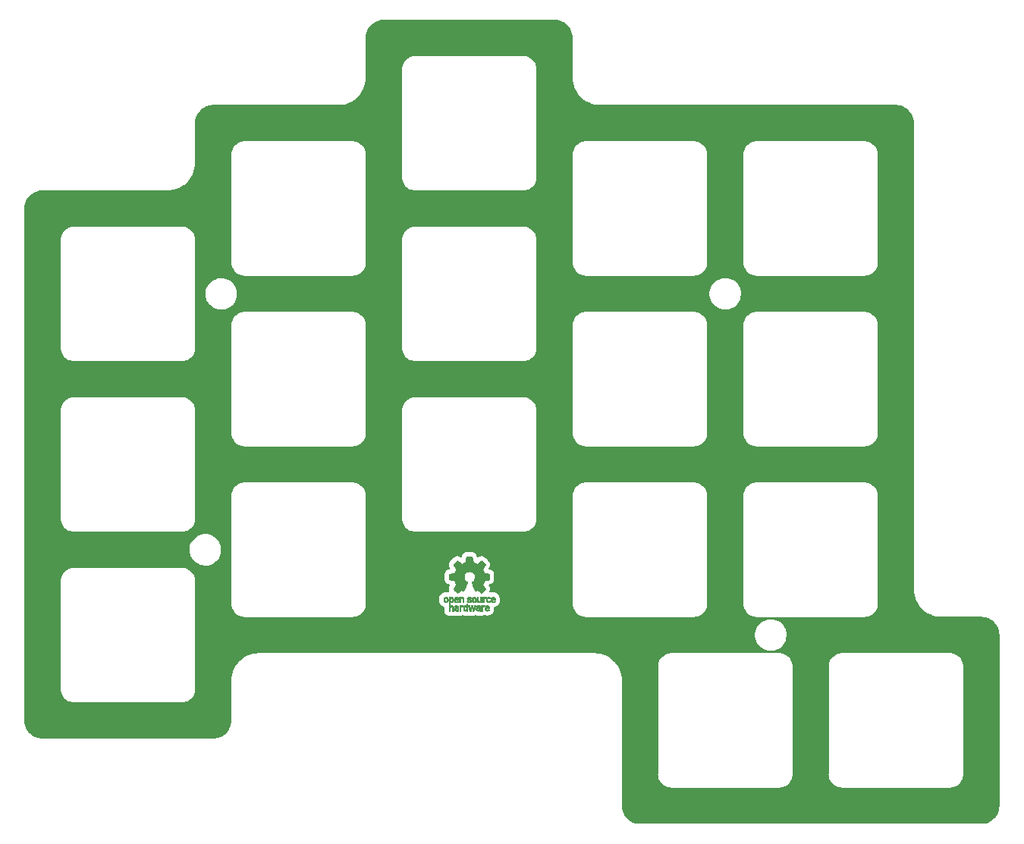
<source format=gtl>
%TF.GenerationSoftware,KiCad,Pcbnew,(6.0.5-0)*%
%TF.CreationDate,2022-06-17T02:12:59+08:00*%
%TF.ProjectId,Pragmatic,50726167-6d61-4746-9963-2e6b69636164,3*%
%TF.SameCoordinates,PX7616b68PY48ab840*%
%TF.FileFunction,Copper,L1,Top*%
%TF.FilePolarity,Positive*%
%FSLAX46Y46*%
G04 Gerber Fmt 4.6, Leading zero omitted, Abs format (unit mm)*
G04 Created by KiCad (PCBNEW (6.0.5-0)) date 2022-06-17 02:12:59*
%MOMM*%
%LPD*%
G01*
G04 APERTURE LIST*
%TA.AperFunction,EtchedComponent*%
%ADD10C,0.010000*%
%TD*%
G04 APERTURE END LIST*
G36*
X-27838337Y-35120244D02*
G01*
X-27807376Y-35081580D01*
X-27788624Y-35064864D01*
X-27770267Y-35053878D01*
X-27746381Y-35047180D01*
X-27711043Y-35043326D01*
X-27658331Y-35040873D01*
X-27637423Y-35040168D01*
X-27506188Y-35035879D01*
X-27506380Y-34996158D01*
X-27511463Y-34954405D01*
X-27529838Y-34929158D01*
X-27566961Y-34913030D01*
X-27567957Y-34912742D01*
X-27620590Y-34906400D01*
X-27672094Y-34914684D01*
X-27710370Y-34934827D01*
X-27725728Y-34944773D01*
X-27742270Y-34943397D01*
X-27767725Y-34928987D01*
X-27782672Y-34918817D01*
X-27811909Y-34897088D01*
X-27830020Y-34880800D01*
X-27832926Y-34876137D01*
X-27820960Y-34852005D01*
X-27785604Y-34823185D01*
X-27770247Y-34813461D01*
X-27726099Y-34796714D01*
X-27666602Y-34787227D01*
X-27600513Y-34785095D01*
X-27536589Y-34790417D01*
X-27483589Y-34803290D01*
X-27468269Y-34810110D01*
X-27438572Y-34827974D01*
X-27415780Y-34848093D01*
X-27398917Y-34873962D01*
X-27387002Y-34909073D01*
X-27379058Y-34956920D01*
X-27374106Y-35020996D01*
X-27371169Y-35104794D01*
X-27370053Y-35160768D01*
X-27365948Y-35402822D01*
X-27436068Y-35402822D01*
X-27478607Y-35401038D01*
X-27500524Y-35394942D01*
X-27506188Y-35384706D01*
X-27509179Y-35373637D01*
X-27522549Y-35375754D01*
X-27540767Y-35384629D01*
X-27586376Y-35398233D01*
X-27644993Y-35401899D01*
X-27706646Y-35395903D01*
X-27761362Y-35380521D01*
X-27766270Y-35378386D01*
X-27816277Y-35343255D01*
X-27849244Y-35294419D01*
X-27864413Y-35237333D01*
X-27863254Y-35216824D01*
X-27739492Y-35216824D01*
X-27728587Y-35244425D01*
X-27696255Y-35264204D01*
X-27644090Y-35274819D01*
X-27616213Y-35276228D01*
X-27569753Y-35272620D01*
X-27538871Y-35258597D01*
X-27531336Y-35251931D01*
X-27510924Y-35215666D01*
X-27506188Y-35182773D01*
X-27506188Y-35138763D01*
X-27567487Y-35138763D01*
X-27638744Y-35142395D01*
X-27688724Y-35153818D01*
X-27720304Y-35173824D01*
X-27727374Y-35182743D01*
X-27739492Y-35216824D01*
X-27863254Y-35216824D01*
X-27861029Y-35177456D01*
X-27838337Y-35120244D01*
G37*
D10*
X-27838337Y-35120244D02*
X-27807376Y-35081580D01*
X-27788624Y-35064864D01*
X-27770267Y-35053878D01*
X-27746381Y-35047180D01*
X-27711043Y-35043326D01*
X-27658331Y-35040873D01*
X-27637423Y-35040168D01*
X-27506188Y-35035879D01*
X-27506380Y-34996158D01*
X-27511463Y-34954405D01*
X-27529838Y-34929158D01*
X-27566961Y-34913030D01*
X-27567957Y-34912742D01*
X-27620590Y-34906400D01*
X-27672094Y-34914684D01*
X-27710370Y-34934827D01*
X-27725728Y-34944773D01*
X-27742270Y-34943397D01*
X-27767725Y-34928987D01*
X-27782672Y-34918817D01*
X-27811909Y-34897088D01*
X-27830020Y-34880800D01*
X-27832926Y-34876137D01*
X-27820960Y-34852005D01*
X-27785604Y-34823185D01*
X-27770247Y-34813461D01*
X-27726099Y-34796714D01*
X-27666602Y-34787227D01*
X-27600513Y-34785095D01*
X-27536589Y-34790417D01*
X-27483589Y-34803290D01*
X-27468269Y-34810110D01*
X-27438572Y-34827974D01*
X-27415780Y-34848093D01*
X-27398917Y-34873962D01*
X-27387002Y-34909073D01*
X-27379058Y-34956920D01*
X-27374106Y-35020996D01*
X-27371169Y-35104794D01*
X-27370053Y-35160768D01*
X-27365948Y-35402822D01*
X-27436068Y-35402822D01*
X-27478607Y-35401038D01*
X-27500524Y-35394942D01*
X-27506188Y-35384706D01*
X-27509179Y-35373637D01*
X-27522549Y-35375754D01*
X-27540767Y-35384629D01*
X-27586376Y-35398233D01*
X-27644993Y-35401899D01*
X-27706646Y-35395903D01*
X-27761362Y-35380521D01*
X-27766270Y-35378386D01*
X-27816277Y-35343255D01*
X-27849244Y-35294419D01*
X-27864413Y-35237333D01*
X-27863254Y-35216824D01*
X-27739492Y-35216824D01*
X-27728587Y-35244425D01*
X-27696255Y-35264204D01*
X-27644090Y-35274819D01*
X-27616213Y-35276228D01*
X-27569753Y-35272620D01*
X-27538871Y-35258597D01*
X-27531336Y-35251931D01*
X-27510924Y-35215666D01*
X-27506188Y-35182773D01*
X-27506188Y-35138763D01*
X-27567487Y-35138763D01*
X-27638744Y-35142395D01*
X-27688724Y-35153818D01*
X-27720304Y-35173824D01*
X-27727374Y-35182743D01*
X-27739492Y-35216824D01*
X-27863254Y-35216824D01*
X-27861029Y-35177456D01*
X-27838337Y-35120244D01*
G36*
X-26939745Y-34786486D02*
G01*
X-26891405Y-34796015D01*
X-26863886Y-34810125D01*
X-26834936Y-34833568D01*
X-26876124Y-34885571D01*
X-26901518Y-34917064D01*
X-26918762Y-34932428D01*
X-26935898Y-34934776D01*
X-26960973Y-34927217D01*
X-26972743Y-34922941D01*
X-27020730Y-34916631D01*
X-27064676Y-34930156D01*
X-27096940Y-34960710D01*
X-27102181Y-34970452D01*
X-27107888Y-34996258D01*
X-27112294Y-35043817D01*
X-27115189Y-35109758D01*
X-27116369Y-35190710D01*
X-27116386Y-35202226D01*
X-27116386Y-35402822D01*
X-27254703Y-35402822D01*
X-27254703Y-34786683D01*
X-27185544Y-34786683D01*
X-27145667Y-34787725D01*
X-27124893Y-34792358D01*
X-27117211Y-34802849D01*
X-27116386Y-34812745D01*
X-27116386Y-34838806D01*
X-27083255Y-34812745D01*
X-27045265Y-34794965D01*
X-26994230Y-34786174D01*
X-26939745Y-34786486D01*
G37*
X-26939745Y-34786486D02*
X-26891405Y-34796015D01*
X-26863886Y-34810125D01*
X-26834936Y-34833568D01*
X-26876124Y-34885571D01*
X-26901518Y-34917064D01*
X-26918762Y-34932428D01*
X-26935898Y-34934776D01*
X-26960973Y-34927217D01*
X-26972743Y-34922941D01*
X-27020730Y-34916631D01*
X-27064676Y-34930156D01*
X-27096940Y-34960710D01*
X-27102181Y-34970452D01*
X-27107888Y-34996258D01*
X-27112294Y-35043817D01*
X-27115189Y-35109758D01*
X-27116369Y-35190710D01*
X-27116386Y-35202226D01*
X-27116386Y-35402822D01*
X-27254703Y-35402822D01*
X-27254703Y-34786683D01*
X-27185544Y-34786683D01*
X-27145667Y-34787725D01*
X-27124893Y-34792358D01*
X-27117211Y-34802849D01*
X-27116386Y-34812745D01*
X-27116386Y-34838806D01*
X-27083255Y-34812745D01*
X-27045265Y-34794965D01*
X-26994230Y-34786174D01*
X-26939745Y-34786486D01*
G36*
X-29329012Y-33854002D02*
G01*
X-29297717Y-33868950D01*
X-29267409Y-33890541D01*
X-29244318Y-33915391D01*
X-29227500Y-33947087D01*
X-29216006Y-33989214D01*
X-29208891Y-34045358D01*
X-29205207Y-34119106D01*
X-29204008Y-34214044D01*
X-29203989Y-34223985D01*
X-29203713Y-34447179D01*
X-29342030Y-34447179D01*
X-29342030Y-34241418D01*
X-29342128Y-34165189D01*
X-29342809Y-34109939D01*
X-29344651Y-34071501D01*
X-29348233Y-34045706D01*
X-29354132Y-34028384D01*
X-29362927Y-34015368D01*
X-29375180Y-34002507D01*
X-29418047Y-33974873D01*
X-29464843Y-33969745D01*
X-29509424Y-33987217D01*
X-29524928Y-34000221D01*
X-29536310Y-34012447D01*
X-29544481Y-34025540D01*
X-29549974Y-34043615D01*
X-29553320Y-34070787D01*
X-29555051Y-34111170D01*
X-29555697Y-34168879D01*
X-29555792Y-34239132D01*
X-29555792Y-34447179D01*
X-29694109Y-34447179D01*
X-29694109Y-33843614D01*
X-29624950Y-33843614D01*
X-29583428Y-33845256D01*
X-29562006Y-33851087D01*
X-29555795Y-33862461D01*
X-29555792Y-33862798D01*
X-29552910Y-33873938D01*
X-29540199Y-33872674D01*
X-29514926Y-33860434D01*
X-29457605Y-33842424D01*
X-29392037Y-33840421D01*
X-29329012Y-33854002D01*
G37*
X-29329012Y-33854002D02*
X-29297717Y-33868950D01*
X-29267409Y-33890541D01*
X-29244318Y-33915391D01*
X-29227500Y-33947087D01*
X-29216006Y-33989214D01*
X-29208891Y-34045358D01*
X-29205207Y-34119106D01*
X-29204008Y-34214044D01*
X-29203989Y-34223985D01*
X-29203713Y-34447179D01*
X-29342030Y-34447179D01*
X-29342030Y-34241418D01*
X-29342128Y-34165189D01*
X-29342809Y-34109939D01*
X-29344651Y-34071501D01*
X-29348233Y-34045706D01*
X-29354132Y-34028384D01*
X-29362927Y-34015368D01*
X-29375180Y-34002507D01*
X-29418047Y-33974873D01*
X-29464843Y-33969745D01*
X-29509424Y-33987217D01*
X-29524928Y-34000221D01*
X-29536310Y-34012447D01*
X-29544481Y-34025540D01*
X-29549974Y-34043615D01*
X-29553320Y-34070787D01*
X-29555051Y-34111170D01*
X-29555697Y-34168879D01*
X-29555792Y-34239132D01*
X-29555792Y-34447179D01*
X-29694109Y-34447179D01*
X-29694109Y-33843614D01*
X-29624950Y-33843614D01*
X-29583428Y-33845256D01*
X-29562006Y-33851087D01*
X-29555795Y-33862461D01*
X-29555792Y-33862798D01*
X-29552910Y-33873938D01*
X-29540199Y-33872674D01*
X-29514926Y-33860434D01*
X-29457605Y-33842424D01*
X-29392037Y-33840421D01*
X-29329012Y-33854002D01*
G36*
X-30241038Y-33945025D02*
G01*
X-30208807Y-33905639D01*
X-30149217Y-33862931D01*
X-30079168Y-33840109D01*
X-30004661Y-33838046D01*
X-29931699Y-33857614D01*
X-29919168Y-33863514D01*
X-29875799Y-33895283D01*
X-29834790Y-33941646D01*
X-29804168Y-33992696D01*
X-29795459Y-34016166D01*
X-29787512Y-34058091D01*
X-29782774Y-34108757D01*
X-29782199Y-34129679D01*
X-29782129Y-34195693D01*
X-30162083Y-34195693D01*
X-30153983Y-34230273D01*
X-30134104Y-34271170D01*
X-30099347Y-34306514D01*
X-30057998Y-34329282D01*
X-30031649Y-34334010D01*
X-29995916Y-34328273D01*
X-29953282Y-34313882D01*
X-29938799Y-34307262D01*
X-29885240Y-34280513D01*
X-29839533Y-34315376D01*
X-29813158Y-34338955D01*
X-29799124Y-34358417D01*
X-29798414Y-34364129D01*
X-29810951Y-34377973D01*
X-29838428Y-34399012D01*
X-29863366Y-34415425D01*
X-29930664Y-34444930D01*
X-30006110Y-34458284D01*
X-30080888Y-34454812D01*
X-30140495Y-34436663D01*
X-30201941Y-34397784D01*
X-30245608Y-34346595D01*
X-30272926Y-34280367D01*
X-30285322Y-34196371D01*
X-30286421Y-34157936D01*
X-30282022Y-34069861D01*
X-30281482Y-34067299D01*
X-30155582Y-34067299D01*
X-30152115Y-34075558D01*
X-30137863Y-34080113D01*
X-30108470Y-34082065D01*
X-30059575Y-34082517D01*
X-30040748Y-34082525D01*
X-29983467Y-34081843D01*
X-29947141Y-34079364D01*
X-29927604Y-34074443D01*
X-29920690Y-34066434D01*
X-29920445Y-34063862D01*
X-29928336Y-34043423D01*
X-29948085Y-34014789D01*
X-29956575Y-34004763D01*
X-29988094Y-33976408D01*
X-30020949Y-33965259D01*
X-30038651Y-33964327D01*
X-30086539Y-33975981D01*
X-30126699Y-34007285D01*
X-30152173Y-34052752D01*
X-30152625Y-34054233D01*
X-30155582Y-34067299D01*
X-30281482Y-34067299D01*
X-30267392Y-34000510D01*
X-30241038Y-33945025D01*
G37*
X-30241038Y-33945025D02*
X-30208807Y-33905639D01*
X-30149217Y-33862931D01*
X-30079168Y-33840109D01*
X-30004661Y-33838046D01*
X-29931699Y-33857614D01*
X-29919168Y-33863514D01*
X-29875799Y-33895283D01*
X-29834790Y-33941646D01*
X-29804168Y-33992696D01*
X-29795459Y-34016166D01*
X-29787512Y-34058091D01*
X-29782774Y-34108757D01*
X-29782199Y-34129679D01*
X-29782129Y-34195693D01*
X-30162083Y-34195693D01*
X-30153983Y-34230273D01*
X-30134104Y-34271170D01*
X-30099347Y-34306514D01*
X-30057998Y-34329282D01*
X-30031649Y-34334010D01*
X-29995916Y-34328273D01*
X-29953282Y-34313882D01*
X-29938799Y-34307262D01*
X-29885240Y-34280513D01*
X-29839533Y-34315376D01*
X-29813158Y-34338955D01*
X-29799124Y-34358417D01*
X-29798414Y-34364129D01*
X-29810951Y-34377973D01*
X-29838428Y-34399012D01*
X-29863366Y-34415425D01*
X-29930664Y-34444930D01*
X-30006110Y-34458284D01*
X-30080888Y-34454812D01*
X-30140495Y-34436663D01*
X-30201941Y-34397784D01*
X-30245608Y-34346595D01*
X-30272926Y-34280367D01*
X-30285322Y-34196371D01*
X-30286421Y-34157936D01*
X-30282022Y-34069861D01*
X-30281482Y-34067299D01*
X-30155582Y-34067299D01*
X-30152115Y-34075558D01*
X-30137863Y-34080113D01*
X-30108470Y-34082065D01*
X-30059575Y-34082517D01*
X-30040748Y-34082525D01*
X-29983467Y-34081843D01*
X-29947141Y-34079364D01*
X-29927604Y-34074443D01*
X-29920690Y-34066434D01*
X-29920445Y-34063862D01*
X-29928336Y-34043423D01*
X-29948085Y-34014789D01*
X-29956575Y-34004763D01*
X-29988094Y-33976408D01*
X-30020949Y-33965259D01*
X-30038651Y-33964327D01*
X-30086539Y-33975981D01*
X-30126699Y-34007285D01*
X-30152173Y-34052752D01*
X-30152625Y-34054233D01*
X-30155582Y-34067299D01*
X-30281482Y-34067299D01*
X-30267392Y-34000510D01*
X-30241038Y-33945025D01*
G36*
X-26146302Y-33949191D02*
G01*
X-26100299Y-33893779D01*
X-26042179Y-33856009D01*
X-25973820Y-33837896D01*
X-25897102Y-33841457D01*
X-25864904Y-33849279D01*
X-25803175Y-33877921D01*
X-25750390Y-33921667D01*
X-25713859Y-33974117D01*
X-25708840Y-33985893D01*
X-25701955Y-34016740D01*
X-25697136Y-34062371D01*
X-25695495Y-34108492D01*
X-25695495Y-34195693D01*
X-25877822Y-34195693D01*
X-25953021Y-34195978D01*
X-26005997Y-34197704D01*
X-26039675Y-34202181D01*
X-26056980Y-34210720D01*
X-26060837Y-34224630D01*
X-26054171Y-34245222D01*
X-26042230Y-34269315D01*
X-26008920Y-34309525D01*
X-25962632Y-34329558D01*
X-25906056Y-34328905D01*
X-25841969Y-34307101D01*
X-25786583Y-34280193D01*
X-25740625Y-34316532D01*
X-25694667Y-34352872D01*
X-25737904Y-34392819D01*
X-25795626Y-34430563D01*
X-25866614Y-34453320D01*
X-25942971Y-34459688D01*
X-26016801Y-34448268D01*
X-26028713Y-34444393D01*
X-26093601Y-34410506D01*
X-26141870Y-34359986D01*
X-26174535Y-34291325D01*
X-26192615Y-34203014D01*
X-26192825Y-34201121D01*
X-26194444Y-34104878D01*
X-26187900Y-34070542D01*
X-26060148Y-34070542D01*
X-26048416Y-34075822D01*
X-26016562Y-34079867D01*
X-25969603Y-34082176D01*
X-25939846Y-34082525D01*
X-25884352Y-34082306D01*
X-25849654Y-34080916D01*
X-25831399Y-34077251D01*
X-25825234Y-34070210D01*
X-25826805Y-34058690D01*
X-25828122Y-34054233D01*
X-25850618Y-34012355D01*
X-25885997Y-33978604D01*
X-25917220Y-33963773D01*
X-25958699Y-33964668D01*
X-26000731Y-33983164D01*
X-26035988Y-34013786D01*
X-26057146Y-34051062D01*
X-26060148Y-34070542D01*
X-26187900Y-34070542D01*
X-26178310Y-34020229D01*
X-26146302Y-33949191D01*
G37*
X-26146302Y-33949191D02*
X-26100299Y-33893779D01*
X-26042179Y-33856009D01*
X-25973820Y-33837896D01*
X-25897102Y-33841457D01*
X-25864904Y-33849279D01*
X-25803175Y-33877921D01*
X-25750390Y-33921667D01*
X-25713859Y-33974117D01*
X-25708840Y-33985893D01*
X-25701955Y-34016740D01*
X-25697136Y-34062371D01*
X-25695495Y-34108492D01*
X-25695495Y-34195693D01*
X-25877822Y-34195693D01*
X-25953021Y-34195978D01*
X-26005997Y-34197704D01*
X-26039675Y-34202181D01*
X-26056980Y-34210720D01*
X-26060837Y-34224630D01*
X-26054171Y-34245222D01*
X-26042230Y-34269315D01*
X-26008920Y-34309525D01*
X-25962632Y-34329558D01*
X-25906056Y-34328905D01*
X-25841969Y-34307101D01*
X-25786583Y-34280193D01*
X-25740625Y-34316532D01*
X-25694667Y-34352872D01*
X-25737904Y-34392819D01*
X-25795626Y-34430563D01*
X-25866614Y-34453320D01*
X-25942971Y-34459688D01*
X-26016801Y-34448268D01*
X-26028713Y-34444393D01*
X-26093601Y-34410506D01*
X-26141870Y-34359986D01*
X-26174535Y-34291325D01*
X-26192615Y-34203014D01*
X-26192825Y-34201121D01*
X-26194444Y-34104878D01*
X-26187900Y-34070542D01*
X-26060148Y-34070542D01*
X-26048416Y-34075822D01*
X-26016562Y-34079867D01*
X-25969603Y-34082176D01*
X-25939846Y-34082525D01*
X-25884352Y-34082306D01*
X-25849654Y-34080916D01*
X-25831399Y-34077251D01*
X-25825234Y-34070210D01*
X-25826805Y-34058690D01*
X-25828122Y-34054233D01*
X-25850618Y-34012355D01*
X-25885997Y-33978604D01*
X-25917220Y-33963773D01*
X-25958699Y-33964668D01*
X-26000731Y-33983164D01*
X-26035988Y-34013786D01*
X-26057146Y-34051062D01*
X-26060148Y-34070542D01*
X-26187900Y-34070542D01*
X-26178310Y-34020229D01*
X-26146302Y-33949191D01*
G36*
X-28560983Y-33841452D02*
G01*
X-28513366Y-33850482D01*
X-28463966Y-33869370D01*
X-28458688Y-33871777D01*
X-28421226Y-33891476D01*
X-28395283Y-33909781D01*
X-28386897Y-33921508D01*
X-28394883Y-33940632D01*
X-28414280Y-33968850D01*
X-28422890Y-33979384D01*
X-28458372Y-34020847D01*
X-28504115Y-33993858D01*
X-28547650Y-33975878D01*
X-28597950Y-33966267D01*
X-28646188Y-33965660D01*
X-28683533Y-33974691D01*
X-28692495Y-33980327D01*
X-28709563Y-34006171D01*
X-28711637Y-34035941D01*
X-28698866Y-34059197D01*
X-28691312Y-34063708D01*
X-28668675Y-34069309D01*
X-28628885Y-34075892D01*
X-28579834Y-34082183D01*
X-28570785Y-34083170D01*
X-28492004Y-34096798D01*
X-28434864Y-34119946D01*
X-28396970Y-34154752D01*
X-28375921Y-34203354D01*
X-28369365Y-34262718D01*
X-28378423Y-34330198D01*
X-28407836Y-34383188D01*
X-28457722Y-34421783D01*
X-28528200Y-34446081D01*
X-28606435Y-34455667D01*
X-28670234Y-34455552D01*
X-28721984Y-34446845D01*
X-28757327Y-34434825D01*
X-28801983Y-34413880D01*
X-28843253Y-34389574D01*
X-28857921Y-34378876D01*
X-28895643Y-34348084D01*
X-28850148Y-34302049D01*
X-28804653Y-34256013D01*
X-28752928Y-34290243D01*
X-28701048Y-34315952D01*
X-28645649Y-34329399D01*
X-28592395Y-34330818D01*
X-28546951Y-34320443D01*
X-28514984Y-34298507D01*
X-28504662Y-34279998D01*
X-28506211Y-34250314D01*
X-28531860Y-34227615D01*
X-28581540Y-34211940D01*
X-28635969Y-34204695D01*
X-28719736Y-34190873D01*
X-28781967Y-34164796D01*
X-28823493Y-34125699D01*
X-28845147Y-34072820D01*
X-28848147Y-34010126D01*
X-28833329Y-33944642D01*
X-28799546Y-33895144D01*
X-28746495Y-33861408D01*
X-28673874Y-33843207D01*
X-28620072Y-33839639D01*
X-28560983Y-33841452D01*
G37*
X-28560983Y-33841452D02*
X-28513366Y-33850482D01*
X-28463966Y-33869370D01*
X-28458688Y-33871777D01*
X-28421226Y-33891476D01*
X-28395283Y-33909781D01*
X-28386897Y-33921508D01*
X-28394883Y-33940632D01*
X-28414280Y-33968850D01*
X-28422890Y-33979384D01*
X-28458372Y-34020847D01*
X-28504115Y-33993858D01*
X-28547650Y-33975878D01*
X-28597950Y-33966267D01*
X-28646188Y-33965660D01*
X-28683533Y-33974691D01*
X-28692495Y-33980327D01*
X-28709563Y-34006171D01*
X-28711637Y-34035941D01*
X-28698866Y-34059197D01*
X-28691312Y-34063708D01*
X-28668675Y-34069309D01*
X-28628885Y-34075892D01*
X-28579834Y-34082183D01*
X-28570785Y-34083170D01*
X-28492004Y-34096798D01*
X-28434864Y-34119946D01*
X-28396970Y-34154752D01*
X-28375921Y-34203354D01*
X-28369365Y-34262718D01*
X-28378423Y-34330198D01*
X-28407836Y-34383188D01*
X-28457722Y-34421783D01*
X-28528200Y-34446081D01*
X-28606435Y-34455667D01*
X-28670234Y-34455552D01*
X-28721984Y-34446845D01*
X-28757327Y-34434825D01*
X-28801983Y-34413880D01*
X-28843253Y-34389574D01*
X-28857921Y-34378876D01*
X-28895643Y-34348084D01*
X-28850148Y-34302049D01*
X-28804653Y-34256013D01*
X-28752928Y-34290243D01*
X-28701048Y-34315952D01*
X-28645649Y-34329399D01*
X-28592395Y-34330818D01*
X-28546951Y-34320443D01*
X-28514984Y-34298507D01*
X-28504662Y-34279998D01*
X-28506211Y-34250314D01*
X-28531860Y-34227615D01*
X-28581540Y-34211940D01*
X-28635969Y-34204695D01*
X-28719736Y-34190873D01*
X-28781967Y-34164796D01*
X-28823493Y-34125699D01*
X-28845147Y-34072820D01*
X-28848147Y-34010126D01*
X-28833329Y-33944642D01*
X-28799546Y-33895144D01*
X-28746495Y-33861408D01*
X-28673874Y-33843207D01*
X-28620072Y-33839639D01*
X-28560983Y-33841452D01*
G36*
X-26810945Y-34915949D02*
G01*
X-26774530Y-34856263D01*
X-26722703Y-34815549D01*
X-26655010Y-34793179D01*
X-26618338Y-34788871D01*
X-26542419Y-34789970D01*
X-26482315Y-34805597D01*
X-26431979Y-34837848D01*
X-26407607Y-34861940D01*
X-26367655Y-34918895D01*
X-26344758Y-34984965D01*
X-26336892Y-35066182D01*
X-26336852Y-35072748D01*
X-26336782Y-35138763D01*
X-26716736Y-35138763D01*
X-26708637Y-35173342D01*
X-26694013Y-35204659D01*
X-26668419Y-35237291D01*
X-26663065Y-35242500D01*
X-26617057Y-35270694D01*
X-26564590Y-35275475D01*
X-26504197Y-35256926D01*
X-26493960Y-35251931D01*
X-26462561Y-35236745D01*
X-26441530Y-35228094D01*
X-26437861Y-35227293D01*
X-26425052Y-35235063D01*
X-26400622Y-35254072D01*
X-26388221Y-35264460D01*
X-26362524Y-35288321D01*
X-26354085Y-35304077D01*
X-26359942Y-35318571D01*
X-26363072Y-35322534D01*
X-26384275Y-35339879D01*
X-26419262Y-35360959D01*
X-26443663Y-35373265D01*
X-26512928Y-35394946D01*
X-26589612Y-35401971D01*
X-26662235Y-35393647D01*
X-26682574Y-35387686D01*
X-26745524Y-35353952D01*
X-26792185Y-35302045D01*
X-26822827Y-35231459D01*
X-26837718Y-35141692D01*
X-26839353Y-35094753D01*
X-26834579Y-35026413D01*
X-26714010Y-35026413D01*
X-26702348Y-35031465D01*
X-26671002Y-35035429D01*
X-26625429Y-35037768D01*
X-26594554Y-35038169D01*
X-26539019Y-35037783D01*
X-26503967Y-35035975D01*
X-26484738Y-35031773D01*
X-26476670Y-35024203D01*
X-26475099Y-35013218D01*
X-26485879Y-34979381D01*
X-26513020Y-34945940D01*
X-26548723Y-34920272D01*
X-26584440Y-34909772D01*
X-26632952Y-34919086D01*
X-26674947Y-34946013D01*
X-26704064Y-34984827D01*
X-26714010Y-35026413D01*
X-26834579Y-35026413D01*
X-26832401Y-34995236D01*
X-26810945Y-34915949D01*
G37*
X-26810945Y-34915949D02*
X-26774530Y-34856263D01*
X-26722703Y-34815549D01*
X-26655010Y-34793179D01*
X-26618338Y-34788871D01*
X-26542419Y-34789970D01*
X-26482315Y-34805597D01*
X-26431979Y-34837848D01*
X-26407607Y-34861940D01*
X-26367655Y-34918895D01*
X-26344758Y-34984965D01*
X-26336892Y-35066182D01*
X-26336852Y-35072748D01*
X-26336782Y-35138763D01*
X-26716736Y-35138763D01*
X-26708637Y-35173342D01*
X-26694013Y-35204659D01*
X-26668419Y-35237291D01*
X-26663065Y-35242500D01*
X-26617057Y-35270694D01*
X-26564590Y-35275475D01*
X-26504197Y-35256926D01*
X-26493960Y-35251931D01*
X-26462561Y-35236745D01*
X-26441530Y-35228094D01*
X-26437861Y-35227293D01*
X-26425052Y-35235063D01*
X-26400622Y-35254072D01*
X-26388221Y-35264460D01*
X-26362524Y-35288321D01*
X-26354085Y-35304077D01*
X-26359942Y-35318571D01*
X-26363072Y-35322534D01*
X-26384275Y-35339879D01*
X-26419262Y-35360959D01*
X-26443663Y-35373265D01*
X-26512928Y-35394946D01*
X-26589612Y-35401971D01*
X-26662235Y-35393647D01*
X-26682574Y-35387686D01*
X-26745524Y-35353952D01*
X-26792185Y-35302045D01*
X-26822827Y-35231459D01*
X-26837718Y-35141692D01*
X-26839353Y-35094753D01*
X-26834579Y-35026413D01*
X-26714010Y-35026413D01*
X-26702348Y-35031465D01*
X-26671002Y-35035429D01*
X-26625429Y-35037768D01*
X-26594554Y-35038169D01*
X-26539019Y-35037783D01*
X-26503967Y-35035975D01*
X-26484738Y-35031773D01*
X-26476670Y-35024203D01*
X-26475099Y-35013218D01*
X-26485879Y-34979381D01*
X-26513020Y-34945940D01*
X-26548723Y-34920272D01*
X-26584440Y-34909772D01*
X-26632952Y-34919086D01*
X-26674947Y-34946013D01*
X-26704064Y-34984827D01*
X-26714010Y-35026413D01*
X-26834579Y-35026413D01*
X-26832401Y-34995236D01*
X-26810945Y-34915949D01*
G36*
X-31438948Y-34043056D02*
G01*
X-31431362Y-33999007D01*
X-31417681Y-33964248D01*
X-31396865Y-33933551D01*
X-31389147Y-33924436D01*
X-31340889Y-33879021D01*
X-31289128Y-33852493D01*
X-31225828Y-33841379D01*
X-31194961Y-33840471D01*
X-31113261Y-33850148D01*
X-31047479Y-33879231D01*
X-30997540Y-33927793D01*
X-30963374Y-33995908D01*
X-30944907Y-34083651D01*
X-30943583Y-34097351D01*
X-30942546Y-34193939D01*
X-30955993Y-34278602D01*
X-30983108Y-34347221D01*
X-30997627Y-34369294D01*
X-31048201Y-34416011D01*
X-31112609Y-34446268D01*
X-31184666Y-34458824D01*
X-31258185Y-34452439D01*
X-31314072Y-34432772D01*
X-31362132Y-34399629D01*
X-31401412Y-34356175D01*
X-31402092Y-34355158D01*
X-31418044Y-34328338D01*
X-31428410Y-34301368D01*
X-31434688Y-34267332D01*
X-31438373Y-34219310D01*
X-31439997Y-34179931D01*
X-31440672Y-34144219D01*
X-31314955Y-34144219D01*
X-31313726Y-34179770D01*
X-31309266Y-34227094D01*
X-31301397Y-34257465D01*
X-31287207Y-34279072D01*
X-31273917Y-34291694D01*
X-31226802Y-34318122D01*
X-31177505Y-34321653D01*
X-31131593Y-34302639D01*
X-31108638Y-34281331D01*
X-31092096Y-34259859D01*
X-31082421Y-34239313D01*
X-31078174Y-34212574D01*
X-31077920Y-34172523D01*
X-31079228Y-34135638D01*
X-31082043Y-34082947D01*
X-31086505Y-34048772D01*
X-31094548Y-34026480D01*
X-31108103Y-34009442D01*
X-31118845Y-33999703D01*
X-31163777Y-33974123D01*
X-31212249Y-33972847D01*
X-31252894Y-33987999D01*
X-31287567Y-34019642D01*
X-31308224Y-34071620D01*
X-31314955Y-34144219D01*
X-31440672Y-34144219D01*
X-31441479Y-34101621D01*
X-31438948Y-34043056D01*
G37*
X-31438948Y-34043056D02*
X-31431362Y-33999007D01*
X-31417681Y-33964248D01*
X-31396865Y-33933551D01*
X-31389147Y-33924436D01*
X-31340889Y-33879021D01*
X-31289128Y-33852493D01*
X-31225828Y-33841379D01*
X-31194961Y-33840471D01*
X-31113261Y-33850148D01*
X-31047479Y-33879231D01*
X-30997540Y-33927793D01*
X-30963374Y-33995908D01*
X-30944907Y-34083651D01*
X-30943583Y-34097351D01*
X-30942546Y-34193939D01*
X-30955993Y-34278602D01*
X-30983108Y-34347221D01*
X-30997627Y-34369294D01*
X-31048201Y-34416011D01*
X-31112609Y-34446268D01*
X-31184666Y-34458824D01*
X-31258185Y-34452439D01*
X-31314072Y-34432772D01*
X-31362132Y-34399629D01*
X-31401412Y-34356175D01*
X-31402092Y-34355158D01*
X-31418044Y-34328338D01*
X-31428410Y-34301368D01*
X-31434688Y-34267332D01*
X-31438373Y-34219310D01*
X-31439997Y-34179931D01*
X-31440672Y-34144219D01*
X-31314955Y-34144219D01*
X-31313726Y-34179770D01*
X-31309266Y-34227094D01*
X-31301397Y-34257465D01*
X-31287207Y-34279072D01*
X-31273917Y-34291694D01*
X-31226802Y-34318122D01*
X-31177505Y-34321653D01*
X-31131593Y-34302639D01*
X-31108638Y-34281331D01*
X-31092096Y-34259859D01*
X-31082421Y-34239313D01*
X-31078174Y-34212574D01*
X-31077920Y-34172523D01*
X-31079228Y-34135638D01*
X-31082043Y-34082947D01*
X-31086505Y-34048772D01*
X-31094548Y-34026480D01*
X-31108103Y-34009442D01*
X-31118845Y-33999703D01*
X-31163777Y-33974123D01*
X-31212249Y-33972847D01*
X-31252894Y-33987999D01*
X-31287567Y-34019642D01*
X-31308224Y-34071620D01*
X-31314955Y-34144219D01*
X-31440672Y-34144219D01*
X-31441479Y-34101621D01*
X-31438948Y-34043056D01*
G36*
X-27581633Y-34039342D02*
G01*
X-27580445Y-34131563D01*
X-27576103Y-34201610D01*
X-27567442Y-34252381D01*
X-27553296Y-34286772D01*
X-27532500Y-34307679D01*
X-27503890Y-34318000D01*
X-27468465Y-34320636D01*
X-27431364Y-34317682D01*
X-27403182Y-34306889D01*
X-27382757Y-34285360D01*
X-27368921Y-34250199D01*
X-27360509Y-34198510D01*
X-27356357Y-34127394D01*
X-27355297Y-34039342D01*
X-27355297Y-33843614D01*
X-27216980Y-33843614D01*
X-27216980Y-34447179D01*
X-27286138Y-34447179D01*
X-27327830Y-34445489D01*
X-27349299Y-34439556D01*
X-27355297Y-34428293D01*
X-27358909Y-34418261D01*
X-27373286Y-34420383D01*
X-27402264Y-34434580D01*
X-27468681Y-34456480D01*
X-27539125Y-34454928D01*
X-27606623Y-34431147D01*
X-27638767Y-34412362D01*
X-27663285Y-34392022D01*
X-27681196Y-34366573D01*
X-27693521Y-34332458D01*
X-27701277Y-34286121D01*
X-27705484Y-34224007D01*
X-27707160Y-34142561D01*
X-27707376Y-34079578D01*
X-27707376Y-33843614D01*
X-27581633Y-33843614D01*
X-27581633Y-34039342D01*
G37*
X-27581633Y-34039342D02*
X-27580445Y-34131563D01*
X-27576103Y-34201610D01*
X-27567442Y-34252381D01*
X-27553296Y-34286772D01*
X-27532500Y-34307679D01*
X-27503890Y-34318000D01*
X-27468465Y-34320636D01*
X-27431364Y-34317682D01*
X-27403182Y-34306889D01*
X-27382757Y-34285360D01*
X-27368921Y-34250199D01*
X-27360509Y-34198510D01*
X-27356357Y-34127394D01*
X-27355297Y-34039342D01*
X-27355297Y-33843614D01*
X-27216980Y-33843614D01*
X-27216980Y-34447179D01*
X-27286138Y-34447179D01*
X-27327830Y-34445489D01*
X-27349299Y-34439556D01*
X-27355297Y-34428293D01*
X-27358909Y-34418261D01*
X-27373286Y-34420383D01*
X-27402264Y-34434580D01*
X-27468681Y-34456480D01*
X-27539125Y-34454928D01*
X-27606623Y-34431147D01*
X-27638767Y-34412362D01*
X-27663285Y-34392022D01*
X-27681196Y-34366573D01*
X-27693521Y-34332458D01*
X-27701277Y-34286121D01*
X-27705484Y-34224007D01*
X-27707160Y-34142561D01*
X-27707376Y-34079578D01*
X-27707376Y-33843614D01*
X-27581633Y-33843614D01*
X-27581633Y-34039342D01*
G36*
X-28293476Y-34789237D02*
G01*
X-28243745Y-34792971D01*
X-28113709Y-35182773D01*
X-28093322Y-35113614D01*
X-28081054Y-35070874D01*
X-28064915Y-35013115D01*
X-28047488Y-34949625D01*
X-28038274Y-34915570D01*
X-28003612Y-34786683D01*
X-27860609Y-34786683D01*
X-27903354Y-34921857D01*
X-27924404Y-34988342D01*
X-27949833Y-35068539D01*
X-27976390Y-35152193D01*
X-28000098Y-35226782D01*
X-28054098Y-35396535D01*
X-28112402Y-35400328D01*
X-28170705Y-35404122D01*
X-28202321Y-35299734D01*
X-28221818Y-35234889D01*
X-28243096Y-35163400D01*
X-28261692Y-35100263D01*
X-28262426Y-35097750D01*
X-28276316Y-35054969D01*
X-28288571Y-35025779D01*
X-28297154Y-35014741D01*
X-28298918Y-35016018D01*
X-28305109Y-35033130D01*
X-28316872Y-35069787D01*
X-28332775Y-35121378D01*
X-28351386Y-35183294D01*
X-28361457Y-35217352D01*
X-28415993Y-35402822D01*
X-28531736Y-35402822D01*
X-28624263Y-35110471D01*
X-28650256Y-35028462D01*
X-28673934Y-34953987D01*
X-28694180Y-34890544D01*
X-28709874Y-34841632D01*
X-28719898Y-34810749D01*
X-28722945Y-34801726D01*
X-28720533Y-34792487D01*
X-28701592Y-34788441D01*
X-28662177Y-34788846D01*
X-28656007Y-34789152D01*
X-28582914Y-34792971D01*
X-28535043Y-34969010D01*
X-28517447Y-35033211D01*
X-28501723Y-35089649D01*
X-28489254Y-35133422D01*
X-28481426Y-35159630D01*
X-28479980Y-35163903D01*
X-28473986Y-35158990D01*
X-28461899Y-35133532D01*
X-28445107Y-35090997D01*
X-28424997Y-35034850D01*
X-28407997Y-34984130D01*
X-28343206Y-34785504D01*
X-28293476Y-34789237D01*
G37*
X-28293476Y-34789237D02*
X-28243745Y-34792971D01*
X-28113709Y-35182773D01*
X-28093322Y-35113614D01*
X-28081054Y-35070874D01*
X-28064915Y-35013115D01*
X-28047488Y-34949625D01*
X-28038274Y-34915570D01*
X-28003612Y-34786683D01*
X-27860609Y-34786683D01*
X-27903354Y-34921857D01*
X-27924404Y-34988342D01*
X-27949833Y-35068539D01*
X-27976390Y-35152193D01*
X-28000098Y-35226782D01*
X-28054098Y-35396535D01*
X-28112402Y-35400328D01*
X-28170705Y-35404122D01*
X-28202321Y-35299734D01*
X-28221818Y-35234889D01*
X-28243096Y-35163400D01*
X-28261692Y-35100263D01*
X-28262426Y-35097750D01*
X-28276316Y-35054969D01*
X-28288571Y-35025779D01*
X-28297154Y-35014741D01*
X-28298918Y-35016018D01*
X-28305109Y-35033130D01*
X-28316872Y-35069787D01*
X-28332775Y-35121378D01*
X-28351386Y-35183294D01*
X-28361457Y-35217352D01*
X-28415993Y-35402822D01*
X-28531736Y-35402822D01*
X-28624263Y-35110471D01*
X-28650256Y-35028462D01*
X-28673934Y-34953987D01*
X-28694180Y-34890544D01*
X-28709874Y-34841632D01*
X-28719898Y-34810749D01*
X-28722945Y-34801726D01*
X-28720533Y-34792487D01*
X-28701592Y-34788441D01*
X-28662177Y-34788846D01*
X-28656007Y-34789152D01*
X-28582914Y-34792971D01*
X-28535043Y-34969010D01*
X-28517447Y-35033211D01*
X-28501723Y-35089649D01*
X-28489254Y-35133422D01*
X-28481426Y-35159630D01*
X-28479980Y-35163903D01*
X-28473986Y-35158990D01*
X-28461899Y-35133532D01*
X-28445107Y-35090997D01*
X-28424997Y-35034850D01*
X-28407997Y-34984130D01*
X-28343206Y-34785504D01*
X-28293476Y-34789237D01*
G36*
X-28289612Y-33995501D02*
G01*
X-28255971Y-33927530D01*
X-28205982Y-33878664D01*
X-28139644Y-33848899D01*
X-28125399Y-33845448D01*
X-28039790Y-33837345D01*
X-27964238Y-33851055D01*
X-27900637Y-33885692D01*
X-27850877Y-33940372D01*
X-27827432Y-33984842D01*
X-27817366Y-34024121D01*
X-27810844Y-34080116D01*
X-27808049Y-34144621D01*
X-27809164Y-34209429D01*
X-27814374Y-34266334D01*
X-27820459Y-34296727D01*
X-27840986Y-34338306D01*
X-27876537Y-34382468D01*
X-27919381Y-34421087D01*
X-27961789Y-34446034D01*
X-27962823Y-34446430D01*
X-28015447Y-34457331D01*
X-28077812Y-34457601D01*
X-28137076Y-34447676D01*
X-28159960Y-34439722D01*
X-28218898Y-34406300D01*
X-28261110Y-34362511D01*
X-28288844Y-34304538D01*
X-28304349Y-34228565D01*
X-28307857Y-34188771D01*
X-28307410Y-34138766D01*
X-28172624Y-34138766D01*
X-28168083Y-34211732D01*
X-28155014Y-34267334D01*
X-28134244Y-34302861D01*
X-28119448Y-34313020D01*
X-28081536Y-34320104D01*
X-28036473Y-34318007D01*
X-27997513Y-34307812D01*
X-27987296Y-34302204D01*
X-27960341Y-34269538D01*
X-27942549Y-34219545D01*
X-27934976Y-34158705D01*
X-27938675Y-34093497D01*
X-27946943Y-34054253D01*
X-27970680Y-34008805D01*
X-28008151Y-33980396D01*
X-28053280Y-33970573D01*
X-28099989Y-33980887D01*
X-28135868Y-34006112D01*
X-28154723Y-34026925D01*
X-28165728Y-34047439D01*
X-28170974Y-34075203D01*
X-28172551Y-34117762D01*
X-28172624Y-34138766D01*
X-28307410Y-34138766D01*
X-28306906Y-34082580D01*
X-28289612Y-33995501D01*
G37*
X-28289612Y-33995501D02*
X-28255971Y-33927530D01*
X-28205982Y-33878664D01*
X-28139644Y-33848899D01*
X-28125399Y-33845448D01*
X-28039790Y-33837345D01*
X-27964238Y-33851055D01*
X-27900637Y-33885692D01*
X-27850877Y-33940372D01*
X-27827432Y-33984842D01*
X-27817366Y-34024121D01*
X-27810844Y-34080116D01*
X-27808049Y-34144621D01*
X-27809164Y-34209429D01*
X-27814374Y-34266334D01*
X-27820459Y-34296727D01*
X-27840986Y-34338306D01*
X-27876537Y-34382468D01*
X-27919381Y-34421087D01*
X-27961789Y-34446034D01*
X-27962823Y-34446430D01*
X-28015447Y-34457331D01*
X-28077812Y-34457601D01*
X-28137076Y-34447676D01*
X-28159960Y-34439722D01*
X-28218898Y-34406300D01*
X-28261110Y-34362511D01*
X-28288844Y-34304538D01*
X-28304349Y-34228565D01*
X-28307857Y-34188771D01*
X-28307410Y-34138766D01*
X-28172624Y-34138766D01*
X-28168083Y-34211732D01*
X-28155014Y-34267334D01*
X-28134244Y-34302861D01*
X-28119448Y-34313020D01*
X-28081536Y-34320104D01*
X-28036473Y-34318007D01*
X-27997513Y-34307812D01*
X-27987296Y-34302204D01*
X-27960341Y-34269538D01*
X-27942549Y-34219545D01*
X-27934976Y-34158705D01*
X-27938675Y-34093497D01*
X-27946943Y-34054253D01*
X-27970680Y-34008805D01*
X-28008151Y-33980396D01*
X-28053280Y-33970573D01*
X-28099989Y-33980887D01*
X-28135868Y-34006112D01*
X-28154723Y-34026925D01*
X-28165728Y-34047439D01*
X-28170974Y-34075203D01*
X-28172551Y-34117762D01*
X-28172624Y-34138766D01*
X-28307410Y-34138766D01*
X-28306906Y-34082580D01*
X-28289612Y-33995501D01*
G36*
X-30255710Y-35108845D02*
G01*
X-30211948Y-35066647D01*
X-30205899Y-35062808D01*
X-30179907Y-35050309D01*
X-30147735Y-35042740D01*
X-30102760Y-35039061D01*
X-30049331Y-35038216D01*
X-29933020Y-35038169D01*
X-29933020Y-34989411D01*
X-29937953Y-34951581D01*
X-29950543Y-34926236D01*
X-29952017Y-34924887D01*
X-29980034Y-34913800D01*
X-30022326Y-34909503D01*
X-30069064Y-34911615D01*
X-30110418Y-34919756D01*
X-30134957Y-34931965D01*
X-30148253Y-34941746D01*
X-30162294Y-34943613D01*
X-30181671Y-34935600D01*
X-30210976Y-34915739D01*
X-30254803Y-34882063D01*
X-30258825Y-34878909D01*
X-30256764Y-34867236D01*
X-30239568Y-34847822D01*
X-30213433Y-34826248D01*
X-30184552Y-34808096D01*
X-30175478Y-34803809D01*
X-30142380Y-34795256D01*
X-30093880Y-34789155D01*
X-30039695Y-34786708D01*
X-30037161Y-34786703D01*
X-29959210Y-34791555D01*
X-29900055Y-34807339D01*
X-29855023Y-34835948D01*
X-29823246Y-34873419D01*
X-29813366Y-34889411D01*
X-29806073Y-34906163D01*
X-29800974Y-34927592D01*
X-29797679Y-34957616D01*
X-29795797Y-35000154D01*
X-29794937Y-35059122D01*
X-29794707Y-35138440D01*
X-29794703Y-35159484D01*
X-29794703Y-35402822D01*
X-29855059Y-35402822D01*
X-29893557Y-35400126D01*
X-29922023Y-35393295D01*
X-29929155Y-35389083D01*
X-29948652Y-35381813D01*
X-29968566Y-35389083D01*
X-30001353Y-35398160D01*
X-30048978Y-35401813D01*
X-30101764Y-35400228D01*
X-30150036Y-35393589D01*
X-30178218Y-35385072D01*
X-30232753Y-35350063D01*
X-30266835Y-35301479D01*
X-30282157Y-35236882D01*
X-30282299Y-35235223D01*
X-30280955Y-35206566D01*
X-30159356Y-35206566D01*
X-30148726Y-35239161D01*
X-30131410Y-35257505D01*
X-30096652Y-35271379D01*
X-30050773Y-35276917D01*
X-30003988Y-35274191D01*
X-29966514Y-35263274D01*
X-29956015Y-35256269D01*
X-29937668Y-35223904D01*
X-29933020Y-35187111D01*
X-29933020Y-35138763D01*
X-30002582Y-35138763D01*
X-30068667Y-35143850D01*
X-30118764Y-35158263D01*
X-30149929Y-35180729D01*
X-30159356Y-35206566D01*
X-30280955Y-35206566D01*
X-30278987Y-35164647D01*
X-30255710Y-35108845D01*
G37*
X-30255710Y-35108845D02*
X-30211948Y-35066647D01*
X-30205899Y-35062808D01*
X-30179907Y-35050309D01*
X-30147735Y-35042740D01*
X-30102760Y-35039061D01*
X-30049331Y-35038216D01*
X-29933020Y-35038169D01*
X-29933020Y-34989411D01*
X-29937953Y-34951581D01*
X-29950543Y-34926236D01*
X-29952017Y-34924887D01*
X-29980034Y-34913800D01*
X-30022326Y-34909503D01*
X-30069064Y-34911615D01*
X-30110418Y-34919756D01*
X-30134957Y-34931965D01*
X-30148253Y-34941746D01*
X-30162294Y-34943613D01*
X-30181671Y-34935600D01*
X-30210976Y-34915739D01*
X-30254803Y-34882063D01*
X-30258825Y-34878909D01*
X-30256764Y-34867236D01*
X-30239568Y-34847822D01*
X-30213433Y-34826248D01*
X-30184552Y-34808096D01*
X-30175478Y-34803809D01*
X-30142380Y-34795256D01*
X-30093880Y-34789155D01*
X-30039695Y-34786708D01*
X-30037161Y-34786703D01*
X-29959210Y-34791555D01*
X-29900055Y-34807339D01*
X-29855023Y-34835948D01*
X-29823246Y-34873419D01*
X-29813366Y-34889411D01*
X-29806073Y-34906163D01*
X-29800974Y-34927592D01*
X-29797679Y-34957616D01*
X-29795797Y-35000154D01*
X-29794937Y-35059122D01*
X-29794707Y-35138440D01*
X-29794703Y-35159484D01*
X-29794703Y-35402822D01*
X-29855059Y-35402822D01*
X-29893557Y-35400126D01*
X-29922023Y-35393295D01*
X-29929155Y-35389083D01*
X-29948652Y-35381813D01*
X-29968566Y-35389083D01*
X-30001353Y-35398160D01*
X-30048978Y-35401813D01*
X-30101764Y-35400228D01*
X-30150036Y-35393589D01*
X-30178218Y-35385072D01*
X-30232753Y-35350063D01*
X-30266835Y-35301479D01*
X-30282157Y-35236882D01*
X-30282299Y-35235223D01*
X-30280955Y-35206566D01*
X-30159356Y-35206566D01*
X-30148726Y-35239161D01*
X-30131410Y-35257505D01*
X-30096652Y-35271379D01*
X-30050773Y-35276917D01*
X-30003988Y-35274191D01*
X-29966514Y-35263274D01*
X-29956015Y-35256269D01*
X-29937668Y-35223904D01*
X-29933020Y-35187111D01*
X-29933020Y-35138763D01*
X-30002582Y-35138763D01*
X-30068667Y-35143850D01*
X-30118764Y-35158263D01*
X-30149929Y-35180729D01*
X-30159356Y-35206566D01*
X-30280955Y-35206566D01*
X-30278987Y-35164647D01*
X-30255710Y-35108845D01*
G36*
X-29568356Y-34788020D02*
G01*
X-29549539Y-34793660D01*
X-29543473Y-34806053D01*
X-29543218Y-34811647D01*
X-29542129Y-34827230D01*
X-29534632Y-34829676D01*
X-29514381Y-34818993D01*
X-29502351Y-34811694D01*
X-29464400Y-34796063D01*
X-29419072Y-34788334D01*
X-29371544Y-34787740D01*
X-29326995Y-34793513D01*
X-29290602Y-34804884D01*
X-29267543Y-34821088D01*
X-29262996Y-34841355D01*
X-29265291Y-34846843D01*
X-29282020Y-34869626D01*
X-29307963Y-34897647D01*
X-29312655Y-34902177D01*
X-29337383Y-34923005D01*
X-29358718Y-34929735D01*
X-29388555Y-34925038D01*
X-29400508Y-34921917D01*
X-29437705Y-34914421D01*
X-29463859Y-34917792D01*
X-29485946Y-34929681D01*
X-29506178Y-34945635D01*
X-29521079Y-34965700D01*
X-29531434Y-34993702D01*
X-29538029Y-35033467D01*
X-29541649Y-35088823D01*
X-29543078Y-35163594D01*
X-29543218Y-35208740D01*
X-29543218Y-35402822D01*
X-29668960Y-35402822D01*
X-29668960Y-34786683D01*
X-29606089Y-34786683D01*
X-29568356Y-34788020D01*
G37*
X-29568356Y-34788020D02*
X-29549539Y-34793660D01*
X-29543473Y-34806053D01*
X-29543218Y-34811647D01*
X-29542129Y-34827230D01*
X-29534632Y-34829676D01*
X-29514381Y-34818993D01*
X-29502351Y-34811694D01*
X-29464400Y-34796063D01*
X-29419072Y-34788334D01*
X-29371544Y-34787740D01*
X-29326995Y-34793513D01*
X-29290602Y-34804884D01*
X-29267543Y-34821088D01*
X-29262996Y-34841355D01*
X-29265291Y-34846843D01*
X-29282020Y-34869626D01*
X-29307963Y-34897647D01*
X-29312655Y-34902177D01*
X-29337383Y-34923005D01*
X-29358718Y-34929735D01*
X-29388555Y-34925038D01*
X-29400508Y-34921917D01*
X-29437705Y-34914421D01*
X-29463859Y-34917792D01*
X-29485946Y-34929681D01*
X-29506178Y-34945635D01*
X-29521079Y-34965700D01*
X-29531434Y-34993702D01*
X-29538029Y-35033467D01*
X-29541649Y-35088823D01*
X-29543078Y-35163594D01*
X-29543218Y-35208740D01*
X-29543218Y-35402822D01*
X-29668960Y-35402822D01*
X-29668960Y-34786683D01*
X-29606089Y-34786683D01*
X-29568356Y-34788020D01*
G36*
X-26775540Y-33843030D02*
G01*
X-26732289Y-33856245D01*
X-26704442Y-33872941D01*
X-26695371Y-33886145D01*
X-26697868Y-33901797D01*
X-26714069Y-33926385D01*
X-26727768Y-33943800D01*
X-26756008Y-33975283D01*
X-26777225Y-33988529D01*
X-26795312Y-33987664D01*
X-26848965Y-33974010D01*
X-26888370Y-33974630D01*
X-26920368Y-33990104D01*
X-26931110Y-33999161D01*
X-26965495Y-34031027D01*
X-26965495Y-34447179D01*
X-27103812Y-34447179D01*
X-27103812Y-33843614D01*
X-27034653Y-33843614D01*
X-26993131Y-33845256D01*
X-26971709Y-33851087D01*
X-26965498Y-33862461D01*
X-26965495Y-33862798D01*
X-26962561Y-33874713D01*
X-26949296Y-33873159D01*
X-26930916Y-33864563D01*
X-26892954Y-33848568D01*
X-26862128Y-33838945D01*
X-26822464Y-33836478D01*
X-26775540Y-33843030D01*
G37*
X-26775540Y-33843030D02*
X-26732289Y-33856245D01*
X-26704442Y-33872941D01*
X-26695371Y-33886145D01*
X-26697868Y-33901797D01*
X-26714069Y-33926385D01*
X-26727768Y-33943800D01*
X-26756008Y-33975283D01*
X-26777225Y-33988529D01*
X-26795312Y-33987664D01*
X-26848965Y-33974010D01*
X-26888370Y-33974630D01*
X-26920368Y-33990104D01*
X-26931110Y-33999161D01*
X-26965495Y-34031027D01*
X-26965495Y-34447179D01*
X-27103812Y-34447179D01*
X-27103812Y-33843614D01*
X-27034653Y-33843614D01*
X-26993131Y-33845256D01*
X-26971709Y-33851087D01*
X-26965498Y-33862461D01*
X-26965495Y-33862798D01*
X-26962561Y-33874713D01*
X-26949296Y-33873159D01*
X-26930916Y-33864563D01*
X-26892954Y-33848568D01*
X-26862128Y-33838945D01*
X-26822464Y-33836478D01*
X-26775540Y-33843030D01*
G36*
X-30781782Y-33843614D02*
G01*
X-30740260Y-33845256D01*
X-30718838Y-33851087D01*
X-30712626Y-33862461D01*
X-30712624Y-33862798D01*
X-30709742Y-33873938D01*
X-30697030Y-33872673D01*
X-30671757Y-33860433D01*
X-30612869Y-33841707D01*
X-30546615Y-33839739D01*
X-30483759Y-33854184D01*
X-30457247Y-33867282D01*
X-30424553Y-33890106D01*
X-30400725Y-33914996D01*
X-30384406Y-33946249D01*
X-30374240Y-33988166D01*
X-30368872Y-34045044D01*
X-30366944Y-34121184D01*
X-30366831Y-34153917D01*
X-30367161Y-34225656D01*
X-30368527Y-34276927D01*
X-30371500Y-34312404D01*
X-30376649Y-34336763D01*
X-30384543Y-34354680D01*
X-30392757Y-34366902D01*
X-30445187Y-34418905D01*
X-30506930Y-34450184D01*
X-30573536Y-34459592D01*
X-30640558Y-34445980D01*
X-30661792Y-34436354D01*
X-30712624Y-34409859D01*
X-30712624Y-34825052D01*
X-30675525Y-34805868D01*
X-30626643Y-34791025D01*
X-30566561Y-34787222D01*
X-30506564Y-34794243D01*
X-30461256Y-34810013D01*
X-30423675Y-34840047D01*
X-30391564Y-34883024D01*
X-30389150Y-34887436D01*
X-30378967Y-34908221D01*
X-30371530Y-34929170D01*
X-30366411Y-34954548D01*
X-30363181Y-34988618D01*
X-30361413Y-35035641D01*
X-30360677Y-35099882D01*
X-30360544Y-35172176D01*
X-30360544Y-35402822D01*
X-30498861Y-35402822D01*
X-30498861Y-34977533D01*
X-30537549Y-34944979D01*
X-30577738Y-34918940D01*
X-30615797Y-34914205D01*
X-30654066Y-34926389D01*
X-30674462Y-34938320D01*
X-30689642Y-34955313D01*
X-30700438Y-34980995D01*
X-30707683Y-35018991D01*
X-30712208Y-35072926D01*
X-30714844Y-35146425D01*
X-30715772Y-35195347D01*
X-30718911Y-35396535D01*
X-30784926Y-35400336D01*
X-30850940Y-35404136D01*
X-30850940Y-34155650D01*
X-30712624Y-34155650D01*
X-30709097Y-34225254D01*
X-30697215Y-34273569D01*
X-30675020Y-34303631D01*
X-30640559Y-34318471D01*
X-30605742Y-34321436D01*
X-30566329Y-34318028D01*
X-30540171Y-34304617D01*
X-30523814Y-34286896D01*
X-30510937Y-34267835D01*
X-30503272Y-34246601D01*
X-30499861Y-34216849D01*
X-30499749Y-34172236D01*
X-30500897Y-34134880D01*
X-30503532Y-34078604D01*
X-30507456Y-34041658D01*
X-30514063Y-34018223D01*
X-30524749Y-34002480D01*
X-30534833Y-33993380D01*
X-30576970Y-33973537D01*
X-30626840Y-33970332D01*
X-30655476Y-33977168D01*
X-30683828Y-34001464D01*
X-30702609Y-34048728D01*
X-30711712Y-34118624D01*
X-30712624Y-34155650D01*
X-30850940Y-34155650D01*
X-30850940Y-33843614D01*
X-30781782Y-33843614D01*
G37*
X-30781782Y-33843614D02*
X-30740260Y-33845256D01*
X-30718838Y-33851087D01*
X-30712626Y-33862461D01*
X-30712624Y-33862798D01*
X-30709742Y-33873938D01*
X-30697030Y-33872673D01*
X-30671757Y-33860433D01*
X-30612869Y-33841707D01*
X-30546615Y-33839739D01*
X-30483759Y-33854184D01*
X-30457247Y-33867282D01*
X-30424553Y-33890106D01*
X-30400725Y-33914996D01*
X-30384406Y-33946249D01*
X-30374240Y-33988166D01*
X-30368872Y-34045044D01*
X-30366944Y-34121184D01*
X-30366831Y-34153917D01*
X-30367161Y-34225656D01*
X-30368527Y-34276927D01*
X-30371500Y-34312404D01*
X-30376649Y-34336763D01*
X-30384543Y-34354680D01*
X-30392757Y-34366902D01*
X-30445187Y-34418905D01*
X-30506930Y-34450184D01*
X-30573536Y-34459592D01*
X-30640558Y-34445980D01*
X-30661792Y-34436354D01*
X-30712624Y-34409859D01*
X-30712624Y-34825052D01*
X-30675525Y-34805868D01*
X-30626643Y-34791025D01*
X-30566561Y-34787222D01*
X-30506564Y-34794243D01*
X-30461256Y-34810013D01*
X-30423675Y-34840047D01*
X-30391564Y-34883024D01*
X-30389150Y-34887436D01*
X-30378967Y-34908221D01*
X-30371530Y-34929170D01*
X-30366411Y-34954548D01*
X-30363181Y-34988618D01*
X-30361413Y-35035641D01*
X-30360677Y-35099882D01*
X-30360544Y-35172176D01*
X-30360544Y-35402822D01*
X-30498861Y-35402822D01*
X-30498861Y-34977533D01*
X-30537549Y-34944979D01*
X-30577738Y-34918940D01*
X-30615797Y-34914205D01*
X-30654066Y-34926389D01*
X-30674462Y-34938320D01*
X-30689642Y-34955313D01*
X-30700438Y-34980995D01*
X-30707683Y-35018991D01*
X-30712208Y-35072926D01*
X-30714844Y-35146425D01*
X-30715772Y-35195347D01*
X-30718911Y-35396535D01*
X-30784926Y-35400336D01*
X-30850940Y-35404136D01*
X-30850940Y-34155650D01*
X-30712624Y-34155650D01*
X-30709097Y-34225254D01*
X-30697215Y-34273569D01*
X-30675020Y-34303631D01*
X-30640559Y-34318471D01*
X-30605742Y-34321436D01*
X-30566329Y-34318028D01*
X-30540171Y-34304617D01*
X-30523814Y-34286896D01*
X-30510937Y-34267835D01*
X-30503272Y-34246601D01*
X-30499861Y-34216849D01*
X-30499749Y-34172236D01*
X-30500897Y-34134880D01*
X-30503532Y-34078604D01*
X-30507456Y-34041658D01*
X-30514063Y-34018223D01*
X-30524749Y-34002480D01*
X-30534833Y-33993380D01*
X-30576970Y-33973537D01*
X-30626840Y-33970332D01*
X-30655476Y-33977168D01*
X-30683828Y-34001464D01*
X-30702609Y-34048728D01*
X-30711712Y-34118624D01*
X-30712624Y-34155650D01*
X-30850940Y-34155650D01*
X-30850940Y-33843614D01*
X-30781782Y-33843614D01*
G36*
X-26357774Y-33848880D02*
G01*
X-26284920Y-33879830D01*
X-26261973Y-33894895D01*
X-26232646Y-33918048D01*
X-26214236Y-33936253D01*
X-26211039Y-33942183D01*
X-26220065Y-33955340D01*
X-26243163Y-33977667D01*
X-26261656Y-33993250D01*
X-26312272Y-34033926D01*
X-26352240Y-34000295D01*
X-26383126Y-33978584D01*
X-26413241Y-33971090D01*
X-26447708Y-33972920D01*
X-26502439Y-33986528D01*
X-26540114Y-34014772D01*
X-26563009Y-34060433D01*
X-26573403Y-34126289D01*
X-26573405Y-34126331D01*
X-26572506Y-34199939D01*
X-26558537Y-34253946D01*
X-26530672Y-34290716D01*
X-26511675Y-34303168D01*
X-26461224Y-34318673D01*
X-26407337Y-34318683D01*
X-26360454Y-34303638D01*
X-26349356Y-34296287D01*
X-26321524Y-34277511D01*
X-26299764Y-34274434D01*
X-26276296Y-34288409D01*
X-26250351Y-34313510D01*
X-26209284Y-34355880D01*
X-26254879Y-34393464D01*
X-26325326Y-34435882D01*
X-26404767Y-34456785D01*
X-26487785Y-34455272D01*
X-26542306Y-34441411D01*
X-26606030Y-34407135D01*
X-26656995Y-34353212D01*
X-26680149Y-34315149D01*
X-26698901Y-34260536D01*
X-26708285Y-34191369D01*
X-26708357Y-34116407D01*
X-26699176Y-34044409D01*
X-26680801Y-33984137D01*
X-26677907Y-33977958D01*
X-26635048Y-33917351D01*
X-26577021Y-33873224D01*
X-26508409Y-33846493D01*
X-26433799Y-33838073D01*
X-26357774Y-33848880D01*
G37*
X-26357774Y-33848880D02*
X-26284920Y-33879830D01*
X-26261973Y-33894895D01*
X-26232646Y-33918048D01*
X-26214236Y-33936253D01*
X-26211039Y-33942183D01*
X-26220065Y-33955340D01*
X-26243163Y-33977667D01*
X-26261656Y-33993250D01*
X-26312272Y-34033926D01*
X-26352240Y-34000295D01*
X-26383126Y-33978584D01*
X-26413241Y-33971090D01*
X-26447708Y-33972920D01*
X-26502439Y-33986528D01*
X-26540114Y-34014772D01*
X-26563009Y-34060433D01*
X-26573403Y-34126289D01*
X-26573405Y-34126331D01*
X-26572506Y-34199939D01*
X-26558537Y-34253946D01*
X-26530672Y-34290716D01*
X-26511675Y-34303168D01*
X-26461224Y-34318673D01*
X-26407337Y-34318683D01*
X-26360454Y-34303638D01*
X-26349356Y-34296287D01*
X-26321524Y-34277511D01*
X-26299764Y-34274434D01*
X-26276296Y-34288409D01*
X-26250351Y-34313510D01*
X-26209284Y-34355880D01*
X-26254879Y-34393464D01*
X-26325326Y-34435882D01*
X-26404767Y-34456785D01*
X-26487785Y-34455272D01*
X-26542306Y-34441411D01*
X-26606030Y-34407135D01*
X-26656995Y-34353212D01*
X-26680149Y-34315149D01*
X-26698901Y-34260536D01*
X-26708285Y-34191369D01*
X-26708357Y-34116407D01*
X-26699176Y-34044409D01*
X-26680801Y-33984137D01*
X-26677907Y-33977958D01*
X-26635048Y-33917351D01*
X-26577021Y-33873224D01*
X-26508409Y-33846493D01*
X-26433799Y-33838073D01*
X-26357774Y-33848880D01*
G36*
X-29267794Y-35051526D02*
G01*
X-29261644Y-34969944D01*
X-29248863Y-34908693D01*
X-29227601Y-34863412D01*
X-29196008Y-34829742D01*
X-29165337Y-34809977D01*
X-29122484Y-34796083D01*
X-29069186Y-34791317D01*
X-29014610Y-34795199D01*
X-28967922Y-34807245D01*
X-28943254Y-34821656D01*
X-28917635Y-34844841D01*
X-28917635Y-34551736D01*
X-28779318Y-34551736D01*
X-28779318Y-35406785D01*
X-28848476Y-35406785D01*
X-28888618Y-35405608D01*
X-28909524Y-35400735D01*
X-28917052Y-35390149D01*
X-28917635Y-35382992D01*
X-28918904Y-35368639D01*
X-28926909Y-35365886D01*
X-28947945Y-35374734D01*
X-28964303Y-35382992D01*
X-29027107Y-35402560D01*
X-29095378Y-35403692D01*
X-29150882Y-35389098D01*
X-29202568Y-35353840D01*
X-29241968Y-35301798D01*
X-29263543Y-35240413D01*
X-29264092Y-35236981D01*
X-29267297Y-35199534D01*
X-29268891Y-35145776D01*
X-29268763Y-35105118D01*
X-29131409Y-35105118D01*
X-29128227Y-35159157D01*
X-29120989Y-35203698D01*
X-29111190Y-35228851D01*
X-29074119Y-35263223D01*
X-29030104Y-35275545D01*
X-28984714Y-35265581D01*
X-28945927Y-35235858D01*
X-28931238Y-35215868D01*
X-28922649Y-35192013D01*
X-28918626Y-35157193D01*
X-28917635Y-35104893D01*
X-28919408Y-35053102D01*
X-28924093Y-35007597D01*
X-28930733Y-34977144D01*
X-28931840Y-34974415D01*
X-28958621Y-34941963D01*
X-28997709Y-34924146D01*
X-29041445Y-34921269D01*
X-29082168Y-34933637D01*
X-29112217Y-34961556D01*
X-29115334Y-34967111D01*
X-29125091Y-35000985D01*
X-29130407Y-35049691D01*
X-29131409Y-35105118D01*
X-29268763Y-35105118D01*
X-29268698Y-35084503D01*
X-29267794Y-35051526D01*
G37*
X-29267794Y-35051526D02*
X-29261644Y-34969944D01*
X-29248863Y-34908693D01*
X-29227601Y-34863412D01*
X-29196008Y-34829742D01*
X-29165337Y-34809977D01*
X-29122484Y-34796083D01*
X-29069186Y-34791317D01*
X-29014610Y-34795199D01*
X-28967922Y-34807245D01*
X-28943254Y-34821656D01*
X-28917635Y-34844841D01*
X-28917635Y-34551736D01*
X-28779318Y-34551736D01*
X-28779318Y-35406785D01*
X-28848476Y-35406785D01*
X-28888618Y-35405608D01*
X-28909524Y-35400735D01*
X-28917052Y-35390149D01*
X-28917635Y-35382992D01*
X-28918904Y-35368639D01*
X-28926909Y-35365886D01*
X-28947945Y-35374734D01*
X-28964303Y-35382992D01*
X-29027107Y-35402560D01*
X-29095378Y-35403692D01*
X-29150882Y-35389098D01*
X-29202568Y-35353840D01*
X-29241968Y-35301798D01*
X-29263543Y-35240413D01*
X-29264092Y-35236981D01*
X-29267297Y-35199534D01*
X-29268891Y-35145776D01*
X-29268763Y-35105118D01*
X-29131409Y-35105118D01*
X-29128227Y-35159157D01*
X-29120989Y-35203698D01*
X-29111190Y-35228851D01*
X-29074119Y-35263223D01*
X-29030104Y-35275545D01*
X-28984714Y-35265581D01*
X-28945927Y-35235858D01*
X-28931238Y-35215868D01*
X-28922649Y-35192013D01*
X-28918626Y-35157193D01*
X-28917635Y-35104893D01*
X-28919408Y-35053102D01*
X-28924093Y-35007597D01*
X-28930733Y-34977144D01*
X-28931840Y-34974415D01*
X-28958621Y-34941963D01*
X-28997709Y-34924146D01*
X-29041445Y-34921269D01*
X-29082168Y-34933637D01*
X-29112217Y-34961556D01*
X-29115334Y-34967111D01*
X-29125091Y-35000985D01*
X-29130407Y-35049691D01*
X-29131409Y-35105118D01*
X-29268763Y-35105118D01*
X-29268698Y-35084503D01*
X-29267794Y-35051526D01*
G36*
X-28198036Y-29675018D02*
G01*
X-28141188Y-29976570D01*
X-27721662Y-30149512D01*
X-27470016Y-29978395D01*
X-27399542Y-29930750D01*
X-27335837Y-29888210D01*
X-27281874Y-29852715D01*
X-27240627Y-29826210D01*
X-27215066Y-29810636D01*
X-27208105Y-29807278D01*
X-27195565Y-29815914D01*
X-27168769Y-29839792D01*
X-27130720Y-29875859D01*
X-27084421Y-29921067D01*
X-27032877Y-29972364D01*
X-26979091Y-30026701D01*
X-26926065Y-30081028D01*
X-26876805Y-30132295D01*
X-26834313Y-30177451D01*
X-26801593Y-30213446D01*
X-26781649Y-30237230D01*
X-26776881Y-30245190D01*
X-26783743Y-30259865D01*
X-26802980Y-30292014D01*
X-26832570Y-30338492D01*
X-26870490Y-30396156D01*
X-26914718Y-30461860D01*
X-26940346Y-30499336D01*
X-26987059Y-30567768D01*
X-27028568Y-30629520D01*
X-27062860Y-30681519D01*
X-27087920Y-30720692D01*
X-27101736Y-30743965D01*
X-27103812Y-30748855D01*
X-27099105Y-30762755D01*
X-27086277Y-30795150D01*
X-27067262Y-30841485D01*
X-27043997Y-30897206D01*
X-27018416Y-30957758D01*
X-26992455Y-31018586D01*
X-26968050Y-31075136D01*
X-26947137Y-31122852D01*
X-26931651Y-31157181D01*
X-26923528Y-31173568D01*
X-26923048Y-31174212D01*
X-26910293Y-31177341D01*
X-26876323Y-31184321D01*
X-26824660Y-31194467D01*
X-26758824Y-31207092D01*
X-26682336Y-31221509D01*
X-26637710Y-31229823D01*
X-26555979Y-31245384D01*
X-26482157Y-31260192D01*
X-26419979Y-31273436D01*
X-26373178Y-31284305D01*
X-26345491Y-31291989D01*
X-26339926Y-31294427D01*
X-26334474Y-31310930D01*
X-26330076Y-31348200D01*
X-26326728Y-31401880D01*
X-26324426Y-31467612D01*
X-26323168Y-31541037D01*
X-26322952Y-31617796D01*
X-26323773Y-31693532D01*
X-26325629Y-31763886D01*
X-26328518Y-31824500D01*
X-26332435Y-31871016D01*
X-26337378Y-31899075D01*
X-26340343Y-31904916D01*
X-26358066Y-31911917D01*
X-26395619Y-31921927D01*
X-26448036Y-31933769D01*
X-26510348Y-31946267D01*
X-26532100Y-31950310D01*
X-26636976Y-31969520D01*
X-26719820Y-31984991D01*
X-26783370Y-31997337D01*
X-26830363Y-32007173D01*
X-26863537Y-32015114D01*
X-26885629Y-32021776D01*
X-26899376Y-32027773D01*
X-26907516Y-32033719D01*
X-26908655Y-32034894D01*
X-26920023Y-32053826D01*
X-26937365Y-32090669D01*
X-26958950Y-32140913D01*
X-26983046Y-32200046D01*
X-27007921Y-32263556D01*
X-27031843Y-32326932D01*
X-27053081Y-32385662D01*
X-27069903Y-32435235D01*
X-27080578Y-32471139D01*
X-27083373Y-32488862D01*
X-27083140Y-32489483D01*
X-27073669Y-32503970D01*
X-27052182Y-32535844D01*
X-27020937Y-32581789D01*
X-26982193Y-32638485D01*
X-26938207Y-32702617D01*
X-26925681Y-32720842D01*
X-26881016Y-32786914D01*
X-26841712Y-32847200D01*
X-26809912Y-32898235D01*
X-26787755Y-32936560D01*
X-26777383Y-32958711D01*
X-26776881Y-32961432D01*
X-26785595Y-32975736D01*
X-26809675Y-33004072D01*
X-26846024Y-33043396D01*
X-26891547Y-33090661D01*
X-26943148Y-33142823D01*
X-26997733Y-33196835D01*
X-27052206Y-33249653D01*
X-27103471Y-33298231D01*
X-27148433Y-33339523D01*
X-27183996Y-33370485D01*
X-27207065Y-33388070D01*
X-27213446Y-33390941D01*
X-27228301Y-33384178D01*
X-27258714Y-33365939D01*
X-27299732Y-33339297D01*
X-27331291Y-33317852D01*
X-27388475Y-33278503D01*
X-27456194Y-33232171D01*
X-27524120Y-33185913D01*
X-27560639Y-33161155D01*
X-27684248Y-33077547D01*
X-27788009Y-33133650D01*
X-27835280Y-33158228D01*
X-27875477Y-33177331D01*
X-27902674Y-33188227D01*
X-27909598Y-33189743D01*
X-27917923Y-33178549D01*
X-27934346Y-33146917D01*
X-27957643Y-33097765D01*
X-27986586Y-33034010D01*
X-28019950Y-32958571D01*
X-28056509Y-32874364D01*
X-28095036Y-32784308D01*
X-28134306Y-32691321D01*
X-28173092Y-32598320D01*
X-28210170Y-32508223D01*
X-28244311Y-32423948D01*
X-28274292Y-32348413D01*
X-28298884Y-32284534D01*
X-28316864Y-32235231D01*
X-28327003Y-32203421D01*
X-28328634Y-32192496D01*
X-28315709Y-32178561D01*
X-28287411Y-32155940D01*
X-28249654Y-32129333D01*
X-28246485Y-32127228D01*
X-28148900Y-32049114D01*
X-28070214Y-31957982D01*
X-28011109Y-31856745D01*
X-27972268Y-31748318D01*
X-27954372Y-31635614D01*
X-27958103Y-31521548D01*
X-27984143Y-31409034D01*
X-28033175Y-31300985D01*
X-28047600Y-31277345D01*
X-28122631Y-31181887D01*
X-28211270Y-31105232D01*
X-28310451Y-31047780D01*
X-28417105Y-31009929D01*
X-28528164Y-30992078D01*
X-28640561Y-30994625D01*
X-28751227Y-31017970D01*
X-28857094Y-31062510D01*
X-28955095Y-31128645D01*
X-28985410Y-31155487D01*
X-29062562Y-31239512D01*
X-29118782Y-31327966D01*
X-29157347Y-31427115D01*
X-29178826Y-31525303D01*
X-29184128Y-31635697D01*
X-29166448Y-31746640D01*
X-29127581Y-31854381D01*
X-29069323Y-31955169D01*
X-28993469Y-32045256D01*
X-28901817Y-32120892D01*
X-28889772Y-32128864D01*
X-28851611Y-32154974D01*
X-28822601Y-32177595D01*
X-28808732Y-32192039D01*
X-28808531Y-32192496D01*
X-28811508Y-32208121D01*
X-28823311Y-32243582D01*
X-28842714Y-32295962D01*
X-28868488Y-32362345D01*
X-28899409Y-32439814D01*
X-28934249Y-32525450D01*
X-28971783Y-32616337D01*
X-29010783Y-32709559D01*
X-29050023Y-32802197D01*
X-29088276Y-32891335D01*
X-29124317Y-32974055D01*
X-29156917Y-33047441D01*
X-29184852Y-33108575D01*
X-29206895Y-33154541D01*
X-29221818Y-33182421D01*
X-29227828Y-33189743D01*
X-29246191Y-33184041D01*
X-29280552Y-33168749D01*
X-29324984Y-33146599D01*
X-29349417Y-33133650D01*
X-29453178Y-33077547D01*
X-29576787Y-33161155D01*
X-29639886Y-33203987D01*
X-29708970Y-33251122D01*
X-29773707Y-33295503D01*
X-29806134Y-33317852D01*
X-29851741Y-33348477D01*
X-29890360Y-33372747D01*
X-29916952Y-33387587D01*
X-29925590Y-33390724D01*
X-29938161Y-33382261D01*
X-29965984Y-33358636D01*
X-30006361Y-33322302D01*
X-30056595Y-33275711D01*
X-30113988Y-33221317D01*
X-30150286Y-33186392D01*
X-30213790Y-33123996D01*
X-30268673Y-33068188D01*
X-30312714Y-33021354D01*
X-30343695Y-32985882D01*
X-30359398Y-32964161D01*
X-30360905Y-32959752D01*
X-30353914Y-32942985D01*
X-30334594Y-32909082D01*
X-30305091Y-32861476D01*
X-30267545Y-32803599D01*
X-30224100Y-32738884D01*
X-30211745Y-32720842D01*
X-30166727Y-32655267D01*
X-30126340Y-32596228D01*
X-30092840Y-32547042D01*
X-30068486Y-32511028D01*
X-30055536Y-32491502D01*
X-30054285Y-32489483D01*
X-30056156Y-32473922D01*
X-30066087Y-32439709D01*
X-30082347Y-32391355D01*
X-30103205Y-32333371D01*
X-30126927Y-32270270D01*
X-30151784Y-32206563D01*
X-30176042Y-32146761D01*
X-30197971Y-32095376D01*
X-30215838Y-32056919D01*
X-30227913Y-32035902D01*
X-30228771Y-32034894D01*
X-30236154Y-32028888D01*
X-30248625Y-32022948D01*
X-30268920Y-32016460D01*
X-30299778Y-32008809D01*
X-30343934Y-31999380D01*
X-30404126Y-31987559D01*
X-30483093Y-31972729D01*
X-30583570Y-31954277D01*
X-30605325Y-31950310D01*
X-30669802Y-31937853D01*
X-30726011Y-31925666D01*
X-30768987Y-31914926D01*
X-30793760Y-31906809D01*
X-30797082Y-31904916D01*
X-30802556Y-31888138D01*
X-30807006Y-31850645D01*
X-30810428Y-31796794D01*
X-30812819Y-31730944D01*
X-30814177Y-31657453D01*
X-30814499Y-31580680D01*
X-30813781Y-31504983D01*
X-30812021Y-31434720D01*
X-30809216Y-31374250D01*
X-30805362Y-31327930D01*
X-30800457Y-31300119D01*
X-30797500Y-31294427D01*
X-30781037Y-31288686D01*
X-30743551Y-31279345D01*
X-30688775Y-31267215D01*
X-30620445Y-31253107D01*
X-30542294Y-31237830D01*
X-30499716Y-31229823D01*
X-30418929Y-31214721D01*
X-30346887Y-31201040D01*
X-30287111Y-31189467D01*
X-30243121Y-31180687D01*
X-30218439Y-31175387D01*
X-30214377Y-31174212D01*
X-30207511Y-31160965D01*
X-30192998Y-31129057D01*
X-30172771Y-31083047D01*
X-30148766Y-31027492D01*
X-30122918Y-30966953D01*
X-30097160Y-30905986D01*
X-30073427Y-30849151D01*
X-30053654Y-30801006D01*
X-30039776Y-30766110D01*
X-30033726Y-30749021D01*
X-30033614Y-30748274D01*
X-30040472Y-30734793D01*
X-30059698Y-30703770D01*
X-30089272Y-30658289D01*
X-30127173Y-30601432D01*
X-30171380Y-30536283D01*
X-30197079Y-30498862D01*
X-30243907Y-30430247D01*
X-30285499Y-30367952D01*
X-30319825Y-30315129D01*
X-30344857Y-30274927D01*
X-30358565Y-30250500D01*
X-30360544Y-30245024D01*
X-30352034Y-30232278D01*
X-30328507Y-30205063D01*
X-30292968Y-30166428D01*
X-30248423Y-30119423D01*
X-30197877Y-30067095D01*
X-30144336Y-30012495D01*
X-30090805Y-29958670D01*
X-30040289Y-29908670D01*
X-29995794Y-29865543D01*
X-29960325Y-29832339D01*
X-29936887Y-29812106D01*
X-29929046Y-29807278D01*
X-29916280Y-29814067D01*
X-29885744Y-29833142D01*
X-29840410Y-29862561D01*
X-29783244Y-29900381D01*
X-29717216Y-29944661D01*
X-29667410Y-29978395D01*
X-29415764Y-30149512D01*
X-29206001Y-30063041D01*
X-28996237Y-29976570D01*
X-28939389Y-29675018D01*
X-28882540Y-29373466D01*
X-28254885Y-29373466D01*
X-28198036Y-29675018D01*
G37*
X-28198036Y-29675018D02*
X-28141188Y-29976570D01*
X-27721662Y-30149512D01*
X-27470016Y-29978395D01*
X-27399542Y-29930750D01*
X-27335837Y-29888210D01*
X-27281874Y-29852715D01*
X-27240627Y-29826210D01*
X-27215066Y-29810636D01*
X-27208105Y-29807278D01*
X-27195565Y-29815914D01*
X-27168769Y-29839792D01*
X-27130720Y-29875859D01*
X-27084421Y-29921067D01*
X-27032877Y-29972364D01*
X-26979091Y-30026701D01*
X-26926065Y-30081028D01*
X-26876805Y-30132295D01*
X-26834313Y-30177451D01*
X-26801593Y-30213446D01*
X-26781649Y-30237230D01*
X-26776881Y-30245190D01*
X-26783743Y-30259865D01*
X-26802980Y-30292014D01*
X-26832570Y-30338492D01*
X-26870490Y-30396156D01*
X-26914718Y-30461860D01*
X-26940346Y-30499336D01*
X-26987059Y-30567768D01*
X-27028568Y-30629520D01*
X-27062860Y-30681519D01*
X-27087920Y-30720692D01*
X-27101736Y-30743965D01*
X-27103812Y-30748855D01*
X-27099105Y-30762755D01*
X-27086277Y-30795150D01*
X-27067262Y-30841485D01*
X-27043997Y-30897206D01*
X-27018416Y-30957758D01*
X-26992455Y-31018586D01*
X-26968050Y-31075136D01*
X-26947137Y-31122852D01*
X-26931651Y-31157181D01*
X-26923528Y-31173568D01*
X-26923048Y-31174212D01*
X-26910293Y-31177341D01*
X-26876323Y-31184321D01*
X-26824660Y-31194467D01*
X-26758824Y-31207092D01*
X-26682336Y-31221509D01*
X-26637710Y-31229823D01*
X-26555979Y-31245384D01*
X-26482157Y-31260192D01*
X-26419979Y-31273436D01*
X-26373178Y-31284305D01*
X-26345491Y-31291989D01*
X-26339926Y-31294427D01*
X-26334474Y-31310930D01*
X-26330076Y-31348200D01*
X-26326728Y-31401880D01*
X-26324426Y-31467612D01*
X-26323168Y-31541037D01*
X-26322952Y-31617796D01*
X-26323773Y-31693532D01*
X-26325629Y-31763886D01*
X-26328518Y-31824500D01*
X-26332435Y-31871016D01*
X-26337378Y-31899075D01*
X-26340343Y-31904916D01*
X-26358066Y-31911917D01*
X-26395619Y-31921927D01*
X-26448036Y-31933769D01*
X-26510348Y-31946267D01*
X-26532100Y-31950310D01*
X-26636976Y-31969520D01*
X-26719820Y-31984991D01*
X-26783370Y-31997337D01*
X-26830363Y-32007173D01*
X-26863537Y-32015114D01*
X-26885629Y-32021776D01*
X-26899376Y-32027773D01*
X-26907516Y-32033719D01*
X-26908655Y-32034894D01*
X-26920023Y-32053826D01*
X-26937365Y-32090669D01*
X-26958950Y-32140913D01*
X-26983046Y-32200046D01*
X-27007921Y-32263556D01*
X-27031843Y-32326932D01*
X-27053081Y-32385662D01*
X-27069903Y-32435235D01*
X-27080578Y-32471139D01*
X-27083373Y-32488862D01*
X-27083140Y-32489483D01*
X-27073669Y-32503970D01*
X-27052182Y-32535844D01*
X-27020937Y-32581789D01*
X-26982193Y-32638485D01*
X-26938207Y-32702617D01*
X-26925681Y-32720842D01*
X-26881016Y-32786914D01*
X-26841712Y-32847200D01*
X-26809912Y-32898235D01*
X-26787755Y-32936560D01*
X-26777383Y-32958711D01*
X-26776881Y-32961432D01*
X-26785595Y-32975736D01*
X-26809675Y-33004072D01*
X-26846024Y-33043396D01*
X-26891547Y-33090661D01*
X-26943148Y-33142823D01*
X-26997733Y-33196835D01*
X-27052206Y-33249653D01*
X-27103471Y-33298231D01*
X-27148433Y-33339523D01*
X-27183996Y-33370485D01*
X-27207065Y-33388070D01*
X-27213446Y-33390941D01*
X-27228301Y-33384178D01*
X-27258714Y-33365939D01*
X-27299732Y-33339297D01*
X-27331291Y-33317852D01*
X-27388475Y-33278503D01*
X-27456194Y-33232171D01*
X-27524120Y-33185913D01*
X-27560639Y-33161155D01*
X-27684248Y-33077547D01*
X-27788009Y-33133650D01*
X-27835280Y-33158228D01*
X-27875477Y-33177331D01*
X-27902674Y-33188227D01*
X-27909598Y-33189743D01*
X-27917923Y-33178549D01*
X-27934346Y-33146917D01*
X-27957643Y-33097765D01*
X-27986586Y-33034010D01*
X-28019950Y-32958571D01*
X-28056509Y-32874364D01*
X-28095036Y-32784308D01*
X-28134306Y-32691321D01*
X-28173092Y-32598320D01*
X-28210170Y-32508223D01*
X-28244311Y-32423948D01*
X-28274292Y-32348413D01*
X-28298884Y-32284534D01*
X-28316864Y-32235231D01*
X-28327003Y-32203421D01*
X-28328634Y-32192496D01*
X-28315709Y-32178561D01*
X-28287411Y-32155940D01*
X-28249654Y-32129333D01*
X-28246485Y-32127228D01*
X-28148900Y-32049114D01*
X-28070214Y-31957982D01*
X-28011109Y-31856745D01*
X-27972268Y-31748318D01*
X-27954372Y-31635614D01*
X-27958103Y-31521548D01*
X-27984143Y-31409034D01*
X-28033175Y-31300985D01*
X-28047600Y-31277345D01*
X-28122631Y-31181887D01*
X-28211270Y-31105232D01*
X-28310451Y-31047780D01*
X-28417105Y-31009929D01*
X-28528164Y-30992078D01*
X-28640561Y-30994625D01*
X-28751227Y-31017970D01*
X-28857094Y-31062510D01*
X-28955095Y-31128645D01*
X-28985410Y-31155487D01*
X-29062562Y-31239512D01*
X-29118782Y-31327966D01*
X-29157347Y-31427115D01*
X-29178826Y-31525303D01*
X-29184128Y-31635697D01*
X-29166448Y-31746640D01*
X-29127581Y-31854381D01*
X-29069323Y-31955169D01*
X-28993469Y-32045256D01*
X-28901817Y-32120892D01*
X-28889772Y-32128864D01*
X-28851611Y-32154974D01*
X-28822601Y-32177595D01*
X-28808732Y-32192039D01*
X-28808531Y-32192496D01*
X-28811508Y-32208121D01*
X-28823311Y-32243582D01*
X-28842714Y-32295962D01*
X-28868488Y-32362345D01*
X-28899409Y-32439814D01*
X-28934249Y-32525450D01*
X-28971783Y-32616337D01*
X-29010783Y-32709559D01*
X-29050023Y-32802197D01*
X-29088276Y-32891335D01*
X-29124317Y-32974055D01*
X-29156917Y-33047441D01*
X-29184852Y-33108575D01*
X-29206895Y-33154541D01*
X-29221818Y-33182421D01*
X-29227828Y-33189743D01*
X-29246191Y-33184041D01*
X-29280552Y-33168749D01*
X-29324984Y-33146599D01*
X-29349417Y-33133650D01*
X-29453178Y-33077547D01*
X-29576787Y-33161155D01*
X-29639886Y-33203987D01*
X-29708970Y-33251122D01*
X-29773707Y-33295503D01*
X-29806134Y-33317852D01*
X-29851741Y-33348477D01*
X-29890360Y-33372747D01*
X-29916952Y-33387587D01*
X-29925590Y-33390724D01*
X-29938161Y-33382261D01*
X-29965984Y-33358636D01*
X-30006361Y-33322302D01*
X-30056595Y-33275711D01*
X-30113988Y-33221317D01*
X-30150286Y-33186392D01*
X-30213790Y-33123996D01*
X-30268673Y-33068188D01*
X-30312714Y-33021354D01*
X-30343695Y-32985882D01*
X-30359398Y-32964161D01*
X-30360905Y-32959752D01*
X-30353914Y-32942985D01*
X-30334594Y-32909082D01*
X-30305091Y-32861476D01*
X-30267545Y-32803599D01*
X-30224100Y-32738884D01*
X-30211745Y-32720842D01*
X-30166727Y-32655267D01*
X-30126340Y-32596228D01*
X-30092840Y-32547042D01*
X-30068486Y-32511028D01*
X-30055536Y-32491502D01*
X-30054285Y-32489483D01*
X-30056156Y-32473922D01*
X-30066087Y-32439709D01*
X-30082347Y-32391355D01*
X-30103205Y-32333371D01*
X-30126927Y-32270270D01*
X-30151784Y-32206563D01*
X-30176042Y-32146761D01*
X-30197971Y-32095376D01*
X-30215838Y-32056919D01*
X-30227913Y-32035902D01*
X-30228771Y-32034894D01*
X-30236154Y-32028888D01*
X-30248625Y-32022948D01*
X-30268920Y-32016460D01*
X-30299778Y-32008809D01*
X-30343934Y-31999380D01*
X-30404126Y-31987559D01*
X-30483093Y-31972729D01*
X-30583570Y-31954277D01*
X-30605325Y-31950310D01*
X-30669802Y-31937853D01*
X-30726011Y-31925666D01*
X-30768987Y-31914926D01*
X-30793760Y-31906809D01*
X-30797082Y-31904916D01*
X-30802556Y-31888138D01*
X-30807006Y-31850645D01*
X-30810428Y-31796794D01*
X-30812819Y-31730944D01*
X-30814177Y-31657453D01*
X-30814499Y-31580680D01*
X-30813781Y-31504983D01*
X-30812021Y-31434720D01*
X-30809216Y-31374250D01*
X-30805362Y-31327930D01*
X-30800457Y-31300119D01*
X-30797500Y-31294427D01*
X-30781037Y-31288686D01*
X-30743551Y-31279345D01*
X-30688775Y-31267215D01*
X-30620445Y-31253107D01*
X-30542294Y-31237830D01*
X-30499716Y-31229823D01*
X-30418929Y-31214721D01*
X-30346887Y-31201040D01*
X-30287111Y-31189467D01*
X-30243121Y-31180687D01*
X-30218439Y-31175387D01*
X-30214377Y-31174212D01*
X-30207511Y-31160965D01*
X-30192998Y-31129057D01*
X-30172771Y-31083047D01*
X-30148766Y-31027492D01*
X-30122918Y-30966953D01*
X-30097160Y-30905986D01*
X-30073427Y-30849151D01*
X-30053654Y-30801006D01*
X-30039776Y-30766110D01*
X-30033726Y-30749021D01*
X-30033614Y-30748274D01*
X-30040472Y-30734793D01*
X-30059698Y-30703770D01*
X-30089272Y-30658289D01*
X-30127173Y-30601432D01*
X-30171380Y-30536283D01*
X-30197079Y-30498862D01*
X-30243907Y-30430247D01*
X-30285499Y-30367952D01*
X-30319825Y-30315129D01*
X-30344857Y-30274927D01*
X-30358565Y-30250500D01*
X-30360544Y-30245024D01*
X-30352034Y-30232278D01*
X-30328507Y-30205063D01*
X-30292968Y-30166428D01*
X-30248423Y-30119423D01*
X-30197877Y-30067095D01*
X-30144336Y-30012495D01*
X-30090805Y-29958670D01*
X-30040289Y-29908670D01*
X-29995794Y-29865543D01*
X-29960325Y-29832339D01*
X-29936887Y-29812106D01*
X-29929046Y-29807278D01*
X-29916280Y-29814067D01*
X-29885744Y-29833142D01*
X-29840410Y-29862561D01*
X-29783244Y-29900381D01*
X-29717216Y-29944661D01*
X-29667410Y-29978395D01*
X-29415764Y-30149512D01*
X-29206001Y-30063041D01*
X-28996237Y-29976570D01*
X-28939389Y-29675018D01*
X-28882540Y-29373466D01*
X-28254885Y-29373466D01*
X-28198036Y-29675018D01*
%TA.AperFunction,NonConductor*%
G36*
X-19079982Y30605000D02*
G01*
X-19065149Y30602690D01*
X-19065145Y30602690D01*
X-19056276Y30601309D01*
X-19047374Y30602473D01*
X-19047371Y30602473D01*
X-19039988Y30603439D01*
X-19015409Y30604233D01*
X-18988558Y30602473D01*
X-18793078Y30589660D01*
X-18776738Y30587509D01*
X-18654522Y30563199D01*
X-18532304Y30538888D01*
X-18516394Y30534625D01*
X-18280400Y30454516D01*
X-18265174Y30448209D01*
X-18041658Y30337984D01*
X-18027384Y30329743D01*
X-17820171Y30191287D01*
X-17807095Y30181254D01*
X-17619722Y30016932D01*
X-17608068Y30005278D01*
X-17443746Y29817905D01*
X-17433713Y29804829D01*
X-17295257Y29597616D01*
X-17287016Y29583342D01*
X-17176791Y29359826D01*
X-17170485Y29344602D01*
X-17090375Y29108606D01*
X-17086111Y29092693D01*
X-17037491Y28848262D01*
X-17035340Y28831922D01*
X-17021237Y28616764D01*
X-17022267Y28593650D01*
X-17022310Y28590146D01*
X-17023691Y28581276D01*
X-17022527Y28572374D01*
X-17022527Y28572372D01*
X-17019564Y28549717D01*
X-17018500Y28533379D01*
X-17018500Y24179367D01*
X-17020000Y24159982D01*
X-17022310Y24145149D01*
X-17022310Y24145145D01*
X-17023691Y24136276D01*
X-17022559Y24127622D01*
X-17022530Y24127070D01*
X-17022550Y24125434D01*
X-17022303Y24122730D01*
X-17021072Y24099255D01*
X-17008787Y23864836D01*
X-17005961Y23810908D01*
X-16955976Y23495311D01*
X-16873275Y23186669D01*
X-16758766Y22888362D01*
X-16613702Y22603658D01*
X-16439673Y22335677D01*
X-16437595Y22333111D01*
X-16247610Y22098500D01*
X-16238586Y22087356D01*
X-16012644Y21861414D01*
X-15764323Y21660327D01*
X-15496342Y21486298D01*
X-15211638Y21341234D01*
X-14913331Y21226725D01*
X-14604689Y21144024D01*
X-14601439Y21143509D01*
X-14601433Y21143508D01*
X-14367666Y21106484D01*
X-14289092Y21094039D01*
X-14285809Y21093867D01*
X-14285800Y21093866D01*
X-14141247Y21086291D01*
X-14003128Y21079052D01*
X-13988817Y21077478D01*
X-13982552Y21076424D01*
X-13976276Y21076348D01*
X-13974860Y21076330D01*
X-13974857Y21076330D01*
X-13970000Y21076271D01*
X-13942376Y21080227D01*
X-13924514Y21081500D01*
X19000633Y21081500D01*
X19020018Y21080000D01*
X19034851Y21077690D01*
X19034855Y21077690D01*
X19043724Y21076309D01*
X19052626Y21077473D01*
X19052629Y21077473D01*
X19060012Y21078439D01*
X19084591Y21079233D01*
X19111366Y21077478D01*
X19306922Y21064660D01*
X19323262Y21062509D01*
X19445477Y21038199D01*
X19567696Y21013888D01*
X19583606Y21009625D01*
X19819600Y20929516D01*
X19834826Y20923209D01*
X20058342Y20812984D01*
X20072616Y20804743D01*
X20279829Y20666287D01*
X20292905Y20656254D01*
X20480278Y20491932D01*
X20491932Y20480278D01*
X20656254Y20292905D01*
X20666287Y20279829D01*
X20804743Y20072616D01*
X20812984Y20058342D01*
X20923209Y19834826D01*
X20929515Y19819602D01*
X21009625Y19583606D01*
X21013889Y19567693D01*
X21062509Y19323262D01*
X21064660Y19306922D01*
X21078763Y19091764D01*
X21077733Y19068650D01*
X21077690Y19065146D01*
X21076309Y19056276D01*
X21077473Y19047374D01*
X21077473Y19047372D01*
X21080436Y19024717D01*
X21081500Y19008379D01*
X21081500Y-32970633D01*
X21080000Y-32990018D01*
X21077690Y-33004851D01*
X21077690Y-33004855D01*
X21076309Y-33013724D01*
X21077441Y-33022378D01*
X21077470Y-33022930D01*
X21077450Y-33024566D01*
X21077697Y-33027270D01*
X21080840Y-33087229D01*
X21093820Y-33334910D01*
X21094039Y-33339092D01*
X21097527Y-33361115D01*
X21143014Y-33648310D01*
X21144024Y-33654689D01*
X21226725Y-33963331D01*
X21227910Y-33966419D01*
X21227911Y-33966421D01*
X21254524Y-34035750D01*
X21341234Y-34261638D01*
X21486298Y-34546342D01*
X21660327Y-34814323D01*
X21682370Y-34841544D01*
X21854558Y-35054177D01*
X21861414Y-35062644D01*
X22087356Y-35288586D01*
X22089914Y-35290658D01*
X22089918Y-35290661D01*
X22255215Y-35424516D01*
X22335677Y-35489673D01*
X22603658Y-35663702D01*
X22888362Y-35808766D01*
X23058931Y-35874241D01*
X23179724Y-35920609D01*
X23186669Y-35923275D01*
X23495311Y-36005976D01*
X23498561Y-36006491D01*
X23498567Y-36006492D01*
X23628362Y-36027049D01*
X23810908Y-36055961D01*
X23814191Y-36056133D01*
X23814200Y-36056134D01*
X23958753Y-36063709D01*
X24096872Y-36070948D01*
X24111183Y-36072522D01*
X24117448Y-36073576D01*
X24123724Y-36073652D01*
X24125140Y-36073670D01*
X24125143Y-36073670D01*
X24130000Y-36073729D01*
X24157624Y-36069773D01*
X24175486Y-36068500D01*
X28525633Y-36068500D01*
X28545018Y-36070000D01*
X28559851Y-36072310D01*
X28559855Y-36072310D01*
X28568724Y-36073691D01*
X28577626Y-36072527D01*
X28577629Y-36072527D01*
X28585012Y-36071561D01*
X28609591Y-36070767D01*
X28636366Y-36072522D01*
X28831922Y-36085340D01*
X28848262Y-36087491D01*
X28970477Y-36111801D01*
X29092696Y-36136112D01*
X29108606Y-36140375D01*
X29344600Y-36220484D01*
X29359826Y-36226791D01*
X29583342Y-36337016D01*
X29597616Y-36345257D01*
X29804829Y-36483713D01*
X29817905Y-36493746D01*
X30005278Y-36658068D01*
X30016932Y-36669722D01*
X30181254Y-36857095D01*
X30191287Y-36870171D01*
X30329743Y-37077384D01*
X30337984Y-37091658D01*
X30448209Y-37315174D01*
X30454515Y-37330398D01*
X30534625Y-37566394D01*
X30538889Y-37582307D01*
X30587509Y-37826738D01*
X30589660Y-37843078D01*
X30603763Y-38058236D01*
X30602733Y-38081350D01*
X30602690Y-38084854D01*
X30601309Y-38093724D01*
X30602473Y-38102626D01*
X30602473Y-38102628D01*
X30605436Y-38125283D01*
X30606500Y-38141621D01*
X30606500Y-57100633D01*
X30605000Y-57120018D01*
X30602690Y-57134851D01*
X30602690Y-57134855D01*
X30601309Y-57143724D01*
X30602473Y-57152626D01*
X30602473Y-57152629D01*
X30603439Y-57160012D01*
X30604233Y-57184591D01*
X30589660Y-57406922D01*
X30587509Y-57423262D01*
X30538889Y-57667693D01*
X30534625Y-57683606D01*
X30500312Y-57784689D01*
X30454516Y-57919600D01*
X30448209Y-57934826D01*
X30337984Y-58158342D01*
X30329743Y-58172616D01*
X30191287Y-58379829D01*
X30181254Y-58392905D01*
X30016932Y-58580278D01*
X30005278Y-58591932D01*
X29817905Y-58756254D01*
X29804829Y-58766287D01*
X29597616Y-58904743D01*
X29583342Y-58912984D01*
X29359826Y-59023209D01*
X29344602Y-59029515D01*
X29108606Y-59109625D01*
X29092696Y-59113888D01*
X28970477Y-59138199D01*
X28848262Y-59162509D01*
X28831922Y-59164660D01*
X28683134Y-59174413D01*
X28616763Y-59178763D01*
X28593650Y-59177733D01*
X28590146Y-59177690D01*
X28581276Y-59176309D01*
X28572374Y-59177473D01*
X28572372Y-59177473D01*
X28558915Y-59179233D01*
X28549714Y-59180436D01*
X28533379Y-59181500D01*
X-9475633Y-59181500D01*
X-9495018Y-59180000D01*
X-9509851Y-59177690D01*
X-9509855Y-59177690D01*
X-9518724Y-59176309D01*
X-9527626Y-59177473D01*
X-9527629Y-59177473D01*
X-9535012Y-59178439D01*
X-9559591Y-59179233D01*
X-9604201Y-59176309D01*
X-9781922Y-59164660D01*
X-9798262Y-59162509D01*
X-9920477Y-59138199D01*
X-10042696Y-59113888D01*
X-10058606Y-59109625D01*
X-10294602Y-59029515D01*
X-10309826Y-59023209D01*
X-10533342Y-58912984D01*
X-10547616Y-58904743D01*
X-10754829Y-58766287D01*
X-10767905Y-58756254D01*
X-10955278Y-58591932D01*
X-10966932Y-58580278D01*
X-11131254Y-58392905D01*
X-11141287Y-58379829D01*
X-11279743Y-58172616D01*
X-11287984Y-58158342D01*
X-11398209Y-57934826D01*
X-11404516Y-57919600D01*
X-11450312Y-57784689D01*
X-11484625Y-57683606D01*
X-11488889Y-57667693D01*
X-11537509Y-57423262D01*
X-11539660Y-57406922D01*
X-11553524Y-57195407D01*
X-11552350Y-57172232D01*
X-11552666Y-57172204D01*
X-11552230Y-57167344D01*
X-11551424Y-57162552D01*
X-11551271Y-57150000D01*
X-11555227Y-57122376D01*
X-11556500Y-57104514D01*
X-11556500Y-53618724D01*
X-7513691Y-53618724D01*
X-7512208Y-53630062D01*
X-7511465Y-53637406D01*
X-7496959Y-53840230D01*
X-7451092Y-54051079D01*
X-7449520Y-54055294D01*
X-7449519Y-54055297D01*
X-7427657Y-54113910D01*
X-7375685Y-54253254D01*
X-7272272Y-54442640D01*
X-7142960Y-54615381D01*
X-6990381Y-54767960D01*
X-6817640Y-54897272D01*
X-6628254Y-55000685D01*
X-6527167Y-55038388D01*
X-6430297Y-55074519D01*
X-6430294Y-55074520D01*
X-6426079Y-55076092D01*
X-6421689Y-55077047D01*
X-6421682Y-55077049D01*
X-6266771Y-55110747D01*
X-6215230Y-55121959D01*
X-6040465Y-55134459D01*
X-6028554Y-55135884D01*
X-6017352Y-55137769D01*
X-6017345Y-55137770D01*
X-6012552Y-55138576D01*
X-6006276Y-55138653D01*
X-6004860Y-55138670D01*
X-6004857Y-55138670D01*
X-6000000Y-55138729D01*
X-5972376Y-55134773D01*
X-5954514Y-55133500D01*
X5946750Y-55133500D01*
X5967655Y-55135246D01*
X5982656Y-55137770D01*
X5982659Y-55137770D01*
X5987448Y-55138576D01*
X5993687Y-55138652D01*
X5995140Y-55138670D01*
X5995143Y-55138670D01*
X6000000Y-55138729D01*
X6014790Y-55136611D01*
X6023643Y-55135662D01*
X6210742Y-55122280D01*
X6215230Y-55121959D01*
X6266771Y-55110747D01*
X6421682Y-55077049D01*
X6421689Y-55077047D01*
X6426079Y-55076092D01*
X6430294Y-55074520D01*
X6430297Y-55074519D01*
X6527167Y-55038388D01*
X6628254Y-55000685D01*
X6817640Y-54897272D01*
X6990381Y-54767960D01*
X7142960Y-54615381D01*
X7272272Y-54442640D01*
X7375685Y-54253254D01*
X7427657Y-54113910D01*
X7449519Y-54055297D01*
X7449520Y-54055294D01*
X7451092Y-54051079D01*
X7496959Y-53840230D01*
X7509459Y-53665465D01*
X7510884Y-53653554D01*
X7512769Y-53642352D01*
X7512770Y-53642345D01*
X7513576Y-53637552D01*
X7513653Y-53631276D01*
X7513670Y-53629860D01*
X7513670Y-53629857D01*
X7513729Y-53625000D01*
X7512830Y-53618724D01*
X11536309Y-53618724D01*
X11537792Y-53630062D01*
X11538535Y-53637406D01*
X11553041Y-53840230D01*
X11598908Y-54051079D01*
X11600480Y-54055294D01*
X11600481Y-54055297D01*
X11622343Y-54113910D01*
X11674315Y-54253254D01*
X11777728Y-54442640D01*
X11907040Y-54615381D01*
X12059619Y-54767960D01*
X12232360Y-54897272D01*
X12421746Y-55000685D01*
X12522833Y-55038388D01*
X12619703Y-55074519D01*
X12619706Y-55074520D01*
X12623921Y-55076092D01*
X12628311Y-55077047D01*
X12628318Y-55077049D01*
X12783229Y-55110747D01*
X12834770Y-55121959D01*
X13009535Y-55134459D01*
X13021446Y-55135884D01*
X13032648Y-55137769D01*
X13032655Y-55137770D01*
X13037448Y-55138576D01*
X13043724Y-55138653D01*
X13045140Y-55138670D01*
X13045143Y-55138670D01*
X13050000Y-55138729D01*
X13077624Y-55134773D01*
X13095486Y-55133500D01*
X24996750Y-55133500D01*
X25017655Y-55135246D01*
X25032656Y-55137770D01*
X25032659Y-55137770D01*
X25037448Y-55138576D01*
X25043687Y-55138652D01*
X25045140Y-55138670D01*
X25045143Y-55138670D01*
X25050000Y-55138729D01*
X25064790Y-55136611D01*
X25073643Y-55135662D01*
X25260742Y-55122280D01*
X25265230Y-55121959D01*
X25316771Y-55110747D01*
X25471682Y-55077049D01*
X25471689Y-55077047D01*
X25476079Y-55076092D01*
X25480294Y-55074520D01*
X25480297Y-55074519D01*
X25577167Y-55038388D01*
X25678254Y-55000685D01*
X25867640Y-54897272D01*
X26040381Y-54767960D01*
X26192960Y-54615381D01*
X26322272Y-54442640D01*
X26425685Y-54253254D01*
X26477657Y-54113910D01*
X26499519Y-54055297D01*
X26499520Y-54055294D01*
X26501092Y-54051079D01*
X26546959Y-53840230D01*
X26559459Y-53665465D01*
X26560884Y-53653554D01*
X26562769Y-53642352D01*
X26562770Y-53642345D01*
X26563576Y-53637552D01*
X26563653Y-53631276D01*
X26563670Y-53629860D01*
X26563670Y-53629857D01*
X26563729Y-53625000D01*
X26559773Y-53597376D01*
X26558500Y-53579514D01*
X26558500Y-41678250D01*
X26560246Y-41657345D01*
X26562770Y-41642344D01*
X26562770Y-41642341D01*
X26563576Y-41637552D01*
X26563729Y-41625000D01*
X26561611Y-41610210D01*
X26560662Y-41601357D01*
X26547280Y-41414258D01*
X26546959Y-41409770D01*
X26501092Y-41198921D01*
X26488769Y-41165880D01*
X26427258Y-41000964D01*
X26425685Y-40996746D01*
X26322272Y-40807360D01*
X26192960Y-40634619D01*
X26040381Y-40482040D01*
X25867640Y-40352728D01*
X25678254Y-40249315D01*
X25577167Y-40211612D01*
X25480297Y-40175481D01*
X25480294Y-40175480D01*
X25476079Y-40173908D01*
X25471689Y-40172953D01*
X25471682Y-40172951D01*
X25316771Y-40139253D01*
X25265230Y-40128041D01*
X25090465Y-40115541D01*
X25078554Y-40114116D01*
X25067352Y-40112231D01*
X25067345Y-40112230D01*
X25062552Y-40111424D01*
X25056276Y-40111347D01*
X25054860Y-40111330D01*
X25054857Y-40111330D01*
X25050000Y-40111271D01*
X25030134Y-40114116D01*
X25022376Y-40115227D01*
X25004514Y-40116500D01*
X13103250Y-40116500D01*
X13082345Y-40114754D01*
X13067344Y-40112230D01*
X13067341Y-40112230D01*
X13062552Y-40111424D01*
X13056313Y-40111348D01*
X13054860Y-40111330D01*
X13054857Y-40111330D01*
X13050000Y-40111271D01*
X13035210Y-40113389D01*
X13026357Y-40114338D01*
X12839258Y-40127720D01*
X12834770Y-40128041D01*
X12783229Y-40139253D01*
X12628318Y-40172951D01*
X12628311Y-40172953D01*
X12623921Y-40173908D01*
X12619706Y-40175480D01*
X12619703Y-40175481D01*
X12522833Y-40211612D01*
X12421746Y-40249315D01*
X12232360Y-40352728D01*
X12059619Y-40482040D01*
X11907040Y-40634619D01*
X11777728Y-40807360D01*
X11674315Y-40996746D01*
X11672742Y-41000964D01*
X11611232Y-41165880D01*
X11598908Y-41198921D01*
X11553041Y-41409770D01*
X11541703Y-41568303D01*
X11539988Y-41592275D01*
X11538808Y-41602675D01*
X11537690Y-41609851D01*
X11537690Y-41609855D01*
X11536309Y-41618724D01*
X11537473Y-41627626D01*
X11537473Y-41627628D01*
X11540436Y-41650283D01*
X11541500Y-41666621D01*
X11541500Y-53575633D01*
X11540000Y-53595018D01*
X11537690Y-53609851D01*
X11537690Y-53609855D01*
X11536309Y-53618724D01*
X7512830Y-53618724D01*
X7509773Y-53597376D01*
X7508500Y-53579514D01*
X7508500Y-41678250D01*
X7510246Y-41657345D01*
X7512770Y-41642344D01*
X7512770Y-41642341D01*
X7513576Y-41637552D01*
X7513729Y-41625000D01*
X7511611Y-41610210D01*
X7510662Y-41601357D01*
X7497280Y-41414258D01*
X7496959Y-41409770D01*
X7451092Y-41198921D01*
X7438769Y-41165880D01*
X7377258Y-41000964D01*
X7375685Y-40996746D01*
X7272272Y-40807360D01*
X7142960Y-40634619D01*
X6990381Y-40482040D01*
X6817640Y-40352728D01*
X6628254Y-40249315D01*
X6527167Y-40211612D01*
X6430297Y-40175481D01*
X6430294Y-40175480D01*
X6426079Y-40173908D01*
X6421689Y-40172953D01*
X6421682Y-40172951D01*
X6266771Y-40139253D01*
X6215230Y-40128041D01*
X6040465Y-40115541D01*
X6028554Y-40114116D01*
X6017352Y-40112231D01*
X6017345Y-40112230D01*
X6012552Y-40111424D01*
X6006276Y-40111347D01*
X6004860Y-40111330D01*
X6004857Y-40111330D01*
X6000000Y-40111271D01*
X5980134Y-40114116D01*
X5972376Y-40115227D01*
X5954514Y-40116500D01*
X-5946750Y-40116500D01*
X-5967655Y-40114754D01*
X-5982656Y-40112230D01*
X-5982659Y-40112230D01*
X-5987448Y-40111424D01*
X-5993687Y-40111348D01*
X-5995140Y-40111330D01*
X-5995143Y-40111330D01*
X-6000000Y-40111271D01*
X-6014790Y-40113389D01*
X-6023643Y-40114338D01*
X-6210742Y-40127720D01*
X-6215230Y-40128041D01*
X-6266771Y-40139253D01*
X-6421682Y-40172951D01*
X-6421689Y-40172953D01*
X-6426079Y-40173908D01*
X-6430294Y-40175480D01*
X-6430297Y-40175481D01*
X-6527167Y-40211612D01*
X-6628254Y-40249315D01*
X-6817640Y-40352728D01*
X-6990381Y-40482040D01*
X-7142960Y-40634619D01*
X-7272272Y-40807360D01*
X-7375685Y-40996746D01*
X-7377258Y-41000964D01*
X-7438768Y-41165880D01*
X-7451092Y-41198921D01*
X-7496959Y-41409770D01*
X-7508297Y-41568303D01*
X-7510012Y-41592275D01*
X-7511192Y-41602675D01*
X-7512310Y-41609851D01*
X-7512310Y-41609855D01*
X-7513691Y-41618724D01*
X-7512527Y-41627626D01*
X-7512527Y-41627628D01*
X-7509564Y-41650283D01*
X-7508500Y-41666621D01*
X-7508500Y-53575633D01*
X-7510000Y-53595018D01*
X-7512310Y-53609851D01*
X-7512310Y-53609855D01*
X-7513691Y-53618724D01*
X-11556500Y-53618724D01*
X-11556500Y-43233250D01*
X-11554754Y-43212345D01*
X-11552230Y-43197344D01*
X-11552230Y-43197341D01*
X-11551424Y-43192552D01*
X-11551271Y-43180000D01*
X-11551960Y-43175185D01*
X-11551961Y-43175177D01*
X-11552116Y-43174096D01*
X-11553216Y-43162827D01*
X-11553322Y-43160792D01*
X-11557498Y-43081127D01*
X-11568866Y-42864201D01*
X-11568867Y-42864193D01*
X-11569039Y-42860908D01*
X-11619024Y-42545311D01*
X-11701725Y-42236669D01*
X-11816234Y-41938362D01*
X-11961298Y-41653658D01*
X-12135327Y-41385677D01*
X-12300121Y-41182174D01*
X-12334339Y-41139918D01*
X-12334342Y-41139914D01*
X-12336414Y-41137356D01*
X-12562356Y-40911414D01*
X-12690851Y-40807360D01*
X-12808111Y-40712405D01*
X-12810677Y-40710327D01*
X-13078658Y-40536298D01*
X-13363362Y-40391234D01*
X-13661669Y-40276725D01*
X-13970311Y-40194024D01*
X-13973561Y-40193509D01*
X-13973567Y-40193508D01*
X-14207334Y-40156484D01*
X-14285908Y-40144039D01*
X-14289191Y-40143867D01*
X-14289200Y-40143866D01*
X-14433753Y-40136291D01*
X-14571872Y-40129052D01*
X-14586183Y-40127478D01*
X-14592448Y-40126424D01*
X-14598724Y-40126348D01*
X-14600140Y-40126330D01*
X-14600143Y-40126330D01*
X-14605000Y-40126271D01*
X-14624035Y-40128997D01*
X-14632624Y-40130227D01*
X-14650486Y-40131500D01*
X-52016750Y-40131500D01*
X-52037655Y-40129754D01*
X-52052656Y-40127230D01*
X-52052659Y-40127230D01*
X-52057448Y-40126424D01*
X-52063525Y-40126350D01*
X-52065135Y-40126330D01*
X-52065139Y-40126330D01*
X-52070000Y-40126271D01*
X-52074815Y-40126960D01*
X-52074823Y-40126961D01*
X-52075904Y-40127116D01*
X-52087170Y-40128216D01*
X-52149837Y-40131500D01*
X-52385799Y-40143866D01*
X-52385807Y-40143867D01*
X-52389092Y-40144039D01*
X-52467666Y-40156484D01*
X-52701433Y-40193508D01*
X-52701439Y-40193509D01*
X-52704689Y-40194024D01*
X-53013331Y-40276725D01*
X-53311638Y-40391234D01*
X-53596342Y-40536298D01*
X-53864323Y-40710327D01*
X-53866889Y-40712405D01*
X-53984148Y-40807360D01*
X-54112644Y-40911414D01*
X-54338586Y-41137356D01*
X-54340658Y-41139914D01*
X-54340661Y-41139918D01*
X-54374879Y-41182174D01*
X-54539673Y-41385677D01*
X-54713702Y-41653658D01*
X-54858766Y-41938362D01*
X-54973275Y-42236669D01*
X-55055976Y-42545311D01*
X-55105961Y-42860908D01*
X-55106133Y-42864191D01*
X-55106134Y-42864200D01*
X-55121340Y-43154360D01*
X-55122293Y-43163539D01*
X-55122309Y-43164850D01*
X-55123691Y-43173724D01*
X-55122526Y-43182630D01*
X-55119564Y-43205283D01*
X-55118500Y-43221621D01*
X-55118500Y-47575633D01*
X-55120000Y-47595018D01*
X-55122310Y-47609851D01*
X-55122310Y-47609855D01*
X-55123691Y-47618724D01*
X-55122527Y-47627626D01*
X-55122527Y-47627629D01*
X-55121561Y-47635012D01*
X-55120767Y-47659591D01*
X-55135340Y-47881922D01*
X-55137491Y-47898262D01*
X-55186111Y-48142693D01*
X-55190375Y-48158606D01*
X-55224688Y-48259689D01*
X-55270484Y-48394600D01*
X-55276791Y-48409826D01*
X-55387016Y-48633342D01*
X-55395257Y-48647616D01*
X-55533713Y-48854829D01*
X-55543746Y-48867905D01*
X-55708068Y-49055278D01*
X-55719722Y-49066932D01*
X-55907095Y-49231254D01*
X-55920171Y-49241287D01*
X-56127384Y-49379743D01*
X-56141658Y-49387984D01*
X-56365174Y-49498209D01*
X-56380398Y-49504515D01*
X-56616394Y-49584625D01*
X-56632304Y-49588888D01*
X-56754522Y-49613199D01*
X-56876738Y-49637509D01*
X-56893078Y-49639660D01*
X-57041866Y-49649413D01*
X-57108237Y-49653763D01*
X-57131350Y-49652733D01*
X-57134854Y-49652690D01*
X-57143724Y-49651309D01*
X-57152626Y-49652473D01*
X-57152628Y-49652473D01*
X-57166085Y-49654233D01*
X-57175286Y-49655436D01*
X-57191621Y-49656500D01*
X-76150633Y-49656500D01*
X-76170018Y-49655000D01*
X-76184851Y-49652690D01*
X-76184855Y-49652690D01*
X-76193724Y-49651309D01*
X-76202626Y-49652473D01*
X-76202629Y-49652473D01*
X-76210012Y-49653439D01*
X-76234591Y-49654233D01*
X-76279201Y-49651309D01*
X-76456922Y-49639660D01*
X-76473262Y-49637509D01*
X-76595478Y-49613199D01*
X-76717696Y-49588888D01*
X-76733606Y-49584625D01*
X-76969602Y-49504515D01*
X-76984826Y-49498209D01*
X-77208342Y-49387984D01*
X-77222616Y-49379743D01*
X-77429829Y-49241287D01*
X-77442905Y-49231254D01*
X-77630278Y-49066932D01*
X-77641932Y-49055278D01*
X-77806254Y-48867905D01*
X-77816287Y-48854829D01*
X-77954743Y-48647616D01*
X-77962984Y-48633342D01*
X-78073209Y-48409826D01*
X-78079516Y-48394600D01*
X-78125312Y-48259689D01*
X-78159625Y-48158606D01*
X-78163889Y-48142693D01*
X-78212509Y-47898262D01*
X-78214660Y-47881922D01*
X-78228524Y-47670407D01*
X-78227350Y-47647232D01*
X-78227666Y-47647204D01*
X-78227230Y-47642344D01*
X-78226424Y-47637552D01*
X-78226271Y-47625000D01*
X-78230227Y-47597376D01*
X-78231500Y-47579514D01*
X-78231500Y-44093724D01*
X-74188691Y-44093724D01*
X-74187208Y-44105062D01*
X-74186465Y-44112406D01*
X-74171959Y-44315230D01*
X-74126092Y-44526079D01*
X-74124520Y-44530294D01*
X-74124519Y-44530297D01*
X-74102657Y-44588910D01*
X-74050685Y-44728254D01*
X-73947272Y-44917640D01*
X-73817960Y-45090381D01*
X-73665381Y-45242960D01*
X-73492640Y-45372272D01*
X-73303254Y-45475685D01*
X-73202167Y-45513388D01*
X-73105297Y-45549519D01*
X-73105294Y-45549520D01*
X-73101079Y-45551092D01*
X-73096689Y-45552047D01*
X-73096682Y-45552049D01*
X-72941771Y-45585747D01*
X-72890230Y-45596959D01*
X-72715465Y-45609459D01*
X-72703554Y-45610884D01*
X-72692352Y-45612769D01*
X-72692345Y-45612770D01*
X-72687552Y-45613576D01*
X-72681276Y-45613653D01*
X-72679860Y-45613670D01*
X-72679857Y-45613670D01*
X-72675000Y-45613729D01*
X-72647376Y-45609773D01*
X-72629514Y-45608500D01*
X-60728250Y-45608500D01*
X-60707345Y-45610246D01*
X-60692344Y-45612770D01*
X-60692341Y-45612770D01*
X-60687552Y-45613576D01*
X-60681313Y-45613652D01*
X-60679860Y-45613670D01*
X-60679857Y-45613670D01*
X-60675000Y-45613729D01*
X-60660210Y-45611611D01*
X-60651357Y-45610662D01*
X-60464258Y-45597280D01*
X-60459770Y-45596959D01*
X-60408229Y-45585747D01*
X-60253318Y-45552049D01*
X-60253311Y-45552047D01*
X-60248921Y-45551092D01*
X-60244706Y-45549520D01*
X-60244703Y-45549519D01*
X-60147833Y-45513388D01*
X-60046746Y-45475685D01*
X-59857360Y-45372272D01*
X-59684619Y-45242960D01*
X-59532040Y-45090381D01*
X-59402728Y-44917640D01*
X-59299315Y-44728254D01*
X-59247343Y-44588910D01*
X-59225481Y-44530297D01*
X-59225480Y-44530294D01*
X-59223908Y-44526079D01*
X-59178041Y-44315230D01*
X-59165541Y-44140465D01*
X-59164116Y-44128554D01*
X-59162231Y-44117352D01*
X-59162230Y-44117345D01*
X-59161424Y-44112552D01*
X-59161348Y-44106276D01*
X-59161330Y-44104860D01*
X-59161330Y-44104857D01*
X-59161271Y-44100000D01*
X-59165227Y-44072376D01*
X-59166500Y-44054514D01*
X-59166500Y-38207655D01*
X3319858Y-38207655D01*
X3355104Y-38466638D01*
X3356412Y-38471124D01*
X3356412Y-38471126D01*
X3376098Y-38538664D01*
X3428243Y-38717567D01*
X3537668Y-38954928D01*
X3540231Y-38958837D01*
X3678410Y-39169596D01*
X3678414Y-39169601D01*
X3680976Y-39173509D01*
X3855018Y-39368506D01*
X4055970Y-39535637D01*
X4059973Y-39538066D01*
X4275422Y-39668804D01*
X4275426Y-39668806D01*
X4279419Y-39671229D01*
X4520455Y-39772303D01*
X4773783Y-39836641D01*
X4778434Y-39837109D01*
X4778438Y-39837110D01*
X4971308Y-39856531D01*
X4990867Y-39858500D01*
X5146354Y-39858500D01*
X5148679Y-39858327D01*
X5148685Y-39858327D01*
X5336000Y-39844407D01*
X5336004Y-39844406D01*
X5340652Y-39844061D01*
X5345200Y-39843032D01*
X5345206Y-39843031D01*
X5531601Y-39800853D01*
X5595577Y-39786377D01*
X5631769Y-39772303D01*
X5834824Y-39693340D01*
X5834827Y-39693339D01*
X5839177Y-39691647D01*
X6066098Y-39561951D01*
X6271357Y-39400138D01*
X6450443Y-39209763D01*
X6599424Y-38995009D01*
X6715025Y-38760593D01*
X6794707Y-38511665D01*
X6836721Y-38253693D01*
X6838815Y-38093724D01*
X6840081Y-37997022D01*
X6840081Y-37997019D01*
X6840142Y-37992345D01*
X6804896Y-37733362D01*
X6790473Y-37683877D01*
X6783902Y-37661336D01*
X6731757Y-37482433D01*
X6622332Y-37245072D01*
X6589519Y-37195024D01*
X6481590Y-37030404D01*
X6481586Y-37030399D01*
X6479024Y-37026491D01*
X6304982Y-36831494D01*
X6104030Y-36664363D01*
X5954553Y-36573658D01*
X5884578Y-36531196D01*
X5884574Y-36531194D01*
X5880581Y-36528771D01*
X5639545Y-36427697D01*
X5386217Y-36363359D01*
X5381566Y-36362891D01*
X5381562Y-36362890D01*
X5172271Y-36341816D01*
X5169133Y-36341500D01*
X5013646Y-36341500D01*
X5011321Y-36341673D01*
X5011315Y-36341673D01*
X4824000Y-36355593D01*
X4823996Y-36355594D01*
X4819348Y-36355939D01*
X4814800Y-36356968D01*
X4814794Y-36356969D01*
X4628399Y-36399147D01*
X4564423Y-36413623D01*
X4560071Y-36415315D01*
X4560069Y-36415316D01*
X4325176Y-36506660D01*
X4325173Y-36506661D01*
X4320823Y-36508353D01*
X4093902Y-36638049D01*
X3888643Y-36799862D01*
X3709557Y-36990237D01*
X3560576Y-37204991D01*
X3444975Y-37439407D01*
X3365293Y-37688335D01*
X3323279Y-37946307D01*
X3319858Y-38207655D01*
X-59166500Y-38207655D01*
X-59166500Y-34568724D01*
X-55138691Y-34568724D01*
X-55137208Y-34580062D01*
X-55136465Y-34587406D01*
X-55121959Y-34790230D01*
X-55121003Y-34794624D01*
X-55077127Y-34996319D01*
X-55076092Y-35001079D01*
X-55074520Y-35005294D01*
X-55074519Y-35005297D01*
X-55053130Y-35062644D01*
X-55000685Y-35203254D01*
X-54897272Y-35392640D01*
X-54767960Y-35565381D01*
X-54615381Y-35717960D01*
X-54442640Y-35847272D01*
X-54253254Y-35950685D01*
X-54152166Y-35988389D01*
X-54055297Y-36024519D01*
X-54055294Y-36024520D01*
X-54051079Y-36026092D01*
X-54046689Y-36027047D01*
X-54046682Y-36027049D01*
X-53891771Y-36060747D01*
X-53840230Y-36071959D01*
X-53665465Y-36084459D01*
X-53653554Y-36085884D01*
X-53642352Y-36087769D01*
X-53642345Y-36087770D01*
X-53637552Y-36088576D01*
X-53631276Y-36088652D01*
X-53629860Y-36088670D01*
X-53629857Y-36088670D01*
X-53625000Y-36088729D01*
X-53597376Y-36084773D01*
X-53579514Y-36083500D01*
X-41678250Y-36083500D01*
X-41657345Y-36085246D01*
X-41642344Y-36087770D01*
X-41642341Y-36087770D01*
X-41637552Y-36088576D01*
X-41631313Y-36088652D01*
X-41629860Y-36088670D01*
X-41629857Y-36088670D01*
X-41625000Y-36088729D01*
X-41610210Y-36086611D01*
X-41601357Y-36085662D01*
X-41414258Y-36072280D01*
X-41409770Y-36071959D01*
X-41358229Y-36060747D01*
X-41203318Y-36027049D01*
X-41203311Y-36027047D01*
X-41198921Y-36026092D01*
X-41194706Y-36024520D01*
X-41194703Y-36024519D01*
X-41097834Y-35988389D01*
X-40996746Y-35950685D01*
X-40807360Y-35847272D01*
X-40634619Y-35717960D01*
X-40482040Y-35565381D01*
X-40352728Y-35392640D01*
X-40249315Y-35203254D01*
X-40196870Y-35062644D01*
X-40175481Y-35005297D01*
X-40175480Y-35005294D01*
X-40173908Y-35001079D01*
X-40172872Y-34996319D01*
X-40128997Y-34794624D01*
X-40128041Y-34790230D01*
X-40115541Y-34615465D01*
X-40114116Y-34603554D01*
X-40112231Y-34592352D01*
X-40112230Y-34592345D01*
X-40111424Y-34587552D01*
X-40111348Y-34581276D01*
X-40111330Y-34579860D01*
X-40111330Y-34579857D01*
X-40111271Y-34575000D01*
X-40115227Y-34547376D01*
X-40116500Y-34529514D01*
X-40116500Y-34116284D01*
X-31956092Y-34116284D01*
X-31954986Y-34127416D01*
X-31954393Y-34137443D01*
X-31954261Y-34144416D01*
X-31954242Y-34147426D01*
X-31954304Y-34157560D01*
X-31954305Y-34157565D01*
X-31955087Y-34157560D01*
X-31954589Y-34160067D01*
X-31954709Y-34161125D01*
X-31954509Y-34165979D01*
X-31954509Y-34165981D01*
X-31954498Y-34166238D01*
X-31954393Y-34172194D01*
X-31954652Y-34214626D01*
X-31954402Y-34215500D01*
X-31954944Y-34219098D01*
X-31953408Y-34218980D01*
X-31951233Y-34247325D01*
X-31950971Y-34251773D01*
X-31949918Y-34277306D01*
X-31949098Y-34281723D01*
X-31948597Y-34286167D01*
X-31948852Y-34286196D01*
X-31947562Y-34298334D01*
X-31946925Y-34321141D01*
X-31946041Y-34325932D01*
X-31945530Y-34330770D01*
X-31945538Y-34330771D01*
X-31945453Y-34331437D01*
X-31945911Y-34337776D01*
X-31944018Y-34346549D01*
X-31932149Y-34401562D01*
X-31931405Y-34405281D01*
X-31926704Y-34430770D01*
X-31924932Y-34436034D01*
X-31924073Y-34438996D01*
X-31922484Y-34446362D01*
X-31921972Y-34451586D01*
X-31918625Y-34459914D01*
X-31909333Y-34483035D01*
X-31906826Y-34489831D01*
X-31891666Y-34534877D01*
X-31886530Y-34542239D01*
X-31882489Y-34550256D01*
X-31882547Y-34550285D01*
X-31882031Y-34551155D01*
X-31881643Y-34551939D01*
X-31879827Y-34556458D01*
X-31877338Y-34560642D01*
X-31875181Y-34565004D01*
X-31875238Y-34565032D01*
X-31873750Y-34567840D01*
X-31871158Y-34576338D01*
X-31866234Y-34583844D01*
X-31866234Y-34583845D01*
X-31852722Y-34604444D01*
X-31851924Y-34605757D01*
X-31851195Y-34607326D01*
X-31848703Y-34611053D01*
X-31848232Y-34611828D01*
X-31847585Y-34612979D01*
X-31844163Y-34618571D01*
X-31830586Y-34642889D01*
X-31825366Y-34648023D01*
X-31824581Y-34649343D01*
X-31821466Y-34653204D01*
X-31814181Y-34663203D01*
X-31809168Y-34670845D01*
X-31793569Y-34688100D01*
X-31788987Y-34693466D01*
X-31781467Y-34702788D01*
X-31776591Y-34709863D01*
X-31773168Y-34714181D01*
X-31768645Y-34721933D01*
X-31762130Y-34728103D01*
X-31762128Y-34728105D01*
X-31761012Y-34729162D01*
X-31761010Y-34729163D01*
X-31757536Y-34732453D01*
X-31755613Y-34734837D01*
X-31753378Y-34736391D01*
X-31751906Y-34737785D01*
X-31732898Y-34755786D01*
X-31726069Y-34762775D01*
X-31721346Y-34768000D01*
X-31721338Y-34768008D01*
X-31718342Y-34771322D01*
X-31714898Y-34774185D01*
X-31714896Y-34774187D01*
X-31706322Y-34781315D01*
X-31700233Y-34786719D01*
X-31697851Y-34788974D01*
X-31690115Y-34796301D01*
X-31690110Y-34796305D01*
X-31686580Y-34799648D01*
X-31682571Y-34802413D01*
X-31682568Y-34802415D01*
X-31677693Y-34805777D01*
X-31668683Y-34812606D01*
X-31633875Y-34841544D01*
X-31628620Y-34843822D01*
X-31628230Y-34844109D01*
X-31621834Y-34850403D01*
X-31605111Y-34859384D01*
X-31587984Y-34868582D01*
X-31582851Y-34871715D01*
X-31582790Y-34871611D01*
X-31578920Y-34873892D01*
X-31575240Y-34876430D01*
X-31571243Y-34878418D01*
X-31571227Y-34878427D01*
X-31551717Y-34888128D01*
X-31548202Y-34889945D01*
X-31526553Y-34901572D01*
X-31526547Y-34901575D01*
X-31522260Y-34903877D01*
X-31517665Y-34905494D01*
X-31513216Y-34907457D01*
X-31513299Y-34907645D01*
X-31507741Y-34909997D01*
X-31476886Y-34925341D01*
X-31468051Y-34926921D01*
X-31459527Y-34929739D01*
X-31459675Y-34930188D01*
X-31456436Y-34931120D01*
X-31452218Y-34933567D01*
X-31443498Y-34935711D01*
X-31443317Y-34935784D01*
X-31387620Y-34979812D01*
X-31364440Y-35052641D01*
X-31364440Y-35330893D01*
X-31364960Y-35342327D01*
X-31365507Y-35348334D01*
X-31367581Y-35357068D01*
X-31367120Y-35366030D01*
X-31364606Y-35414897D01*
X-31364440Y-35421370D01*
X-31364440Y-35441005D01*
X-31363805Y-35445438D01*
X-31363416Y-35448152D01*
X-31362309Y-35459541D01*
X-31360024Y-35503964D01*
X-31357067Y-35512434D01*
X-31357067Y-35512435D01*
X-31356257Y-35514754D01*
X-31350490Y-35538415D01*
X-31348868Y-35549740D01*
X-31330455Y-35590239D01*
X-31326209Y-35600829D01*
X-31311544Y-35642835D01*
X-31306329Y-35650134D01*
X-31306325Y-35650142D01*
X-31304897Y-35652140D01*
X-31292719Y-35673234D01*
X-31287987Y-35683640D01*
X-31267064Y-35707922D01*
X-31258957Y-35717331D01*
X-31251889Y-35726330D01*
X-31231255Y-35755211D01*
X-31231252Y-35755214D01*
X-31226035Y-35762516D01*
X-31218975Y-35768062D01*
X-31218973Y-35768065D01*
X-31217046Y-35769579D01*
X-31199438Y-35786407D01*
X-31197833Y-35788270D01*
X-31197830Y-35788273D01*
X-31191973Y-35795070D01*
X-31184444Y-35799950D01*
X-31154649Y-35819262D01*
X-31145338Y-35825917D01*
X-31138341Y-35831414D01*
X-31110373Y-35853388D01*
X-31102041Y-35856730D01*
X-31099757Y-35857646D01*
X-31078140Y-35868853D01*
X-31076077Y-35870190D01*
X-31068543Y-35875073D01*
X-31059946Y-35877644D01*
X-31059942Y-35877646D01*
X-31025941Y-35887814D01*
X-31015136Y-35891588D01*
X-30999970Y-35897671D01*
X-30973856Y-35908145D01*
X-30964923Y-35909014D01*
X-30964922Y-35909014D01*
X-30963439Y-35909158D01*
X-30962481Y-35909251D01*
X-30938576Y-35913942D01*
X-30936222Y-35914646D01*
X-30936219Y-35914646D01*
X-30927621Y-35917218D01*
X-30918648Y-35917273D01*
X-30918646Y-35917273D01*
X-30891185Y-35917440D01*
X-30883144Y-35917489D01*
X-30871715Y-35918079D01*
X-30861363Y-35919086D01*
X-30856515Y-35918807D01*
X-30856514Y-35918807D01*
X-30854674Y-35918701D01*
X-30842364Y-35917992D01*
X-30834384Y-35917787D01*
X-30780533Y-35918116D01*
X-30771905Y-35915650D01*
X-30763011Y-35914432D01*
X-30762958Y-35914822D01*
X-30750452Y-35912702D01*
X-30718608Y-35910869D01*
X-30718594Y-35910868D01*
X-30715210Y-35910673D01*
X-30705227Y-35910494D01*
X-30665511Y-35911356D01*
X-30656531Y-35911551D01*
X-30647859Y-35909218D01*
X-30638950Y-35908139D01*
X-30638523Y-35911668D01*
X-30593066Y-35912313D01*
X-30593020Y-35912005D01*
X-30590740Y-35912346D01*
X-30587275Y-35912395D01*
X-30584143Y-35913332D01*
X-30584141Y-35913332D01*
X-30575542Y-35915904D01*
X-30566567Y-35915959D01*
X-30566566Y-35915959D01*
X-30554076Y-35916035D01*
X-30540770Y-35916116D01*
X-30539965Y-35916150D01*
X-30538860Y-35916322D01*
X-30507517Y-35916322D01*
X-30506748Y-35916324D01*
X-30432417Y-35916778D01*
X-30432414Y-35916778D01*
X-30428454Y-35916802D01*
X-30427101Y-35916415D01*
X-30425735Y-35916322D01*
X-30369200Y-35916322D01*
X-30368432Y-35916324D01*
X-30290137Y-35916802D01*
X-30261343Y-35908573D01*
X-30244563Y-35904992D01*
X-30243863Y-35904892D01*
X-30241535Y-35904559D01*
X-30204709Y-35904727D01*
X-30168627Y-35910226D01*
X-30164500Y-35910926D01*
X-30161955Y-35911401D01*
X-30161949Y-35911402D01*
X-30157157Y-35912296D01*
X-30151297Y-35912472D01*
X-30144115Y-35913072D01*
X-30144114Y-35913059D01*
X-30139643Y-35913353D01*
X-30135204Y-35913963D01*
X-30109105Y-35913817D01*
X-30104673Y-35913872D01*
X-30080540Y-35914597D01*
X-30074538Y-35914920D01*
X-30049588Y-35916868D01*
X-30044740Y-35916496D01*
X-30044733Y-35916496D01*
X-30043721Y-35916418D01*
X-30036507Y-35916250D01*
X-30036507Y-35916238D01*
X-30032018Y-35916053D01*
X-30027537Y-35916188D01*
X-30023081Y-35915685D01*
X-30021759Y-35915631D01*
X-30015163Y-35916756D01*
X-29971000Y-35911627D01*
X-29947656Y-35911095D01*
X-29946948Y-35911145D01*
X-29938572Y-35911732D01*
X-29935720Y-35911965D01*
X-29907782Y-35914578D01*
X-29900169Y-35915526D01*
X-29895058Y-35916322D01*
X-29890195Y-35916322D01*
X-29885337Y-35916698D01*
X-29885343Y-35916774D01*
X-29883277Y-35916870D01*
X-29868162Y-35918284D01*
X-29863249Y-35917333D01*
X-29863050Y-35917335D01*
X-29858628Y-35917330D01*
X-29854153Y-35917643D01*
X-29840461Y-35916651D01*
X-29831357Y-35916322D01*
X-29803359Y-35916322D01*
X-29802591Y-35916324D01*
X-29800297Y-35916338D01*
X-29729712Y-35916769D01*
X-29729711Y-35916769D01*
X-29724296Y-35916802D01*
X-29722549Y-35916302D01*
X-29718935Y-35916067D01*
X-29714395Y-35916095D01*
X-29710872Y-35916116D01*
X-29710063Y-35916150D01*
X-29708959Y-35916322D01*
X-29677616Y-35916322D01*
X-29676847Y-35916324D01*
X-29602516Y-35916778D01*
X-29602513Y-35916778D01*
X-29598553Y-35916802D01*
X-29597200Y-35916415D01*
X-29595834Y-35916322D01*
X-29551874Y-35916322D01*
X-29551106Y-35916324D01*
X-29472811Y-35916802D01*
X-29464180Y-35914335D01*
X-29464178Y-35914335D01*
X-29444017Y-35908573D01*
X-29427256Y-35904995D01*
X-29425385Y-35904727D01*
X-29397614Y-35900750D01*
X-29389446Y-35897036D01*
X-29389442Y-35897035D01*
X-29380062Y-35892770D01*
X-29306353Y-35883328D01*
X-29280519Y-35887814D01*
X-29250429Y-35897028D01*
X-29238809Y-35902250D01*
X-29207390Y-35906610D01*
X-29201049Y-35907490D01*
X-29195076Y-35908466D01*
X-29194625Y-35908551D01*
X-29190300Y-35909688D01*
X-29185857Y-35910201D01*
X-29185850Y-35910202D01*
X-29161530Y-35913008D01*
X-29158658Y-35913373D01*
X-29131682Y-35917116D01*
X-29131678Y-35917116D01*
X-29126858Y-35917785D01*
X-29122241Y-35917708D01*
X-29116134Y-35918245D01*
X-29090099Y-35921249D01*
X-29090097Y-35921249D01*
X-29081179Y-35922278D01*
X-29071966Y-35920700D01*
X-29067269Y-35920623D01*
X-29063361Y-35920516D01*
X-29063360Y-35920559D01*
X-29042214Y-35920213D01*
X-29042214Y-35920156D01*
X-29036995Y-35920128D01*
X-29033503Y-35920071D01*
X-29033234Y-35920108D01*
X-29033230Y-35920108D01*
X-29024340Y-35921333D01*
X-28991599Y-35916466D01*
X-28965485Y-35915834D01*
X-28960889Y-35916966D01*
X-28951920Y-35916580D01*
X-28947267Y-35917043D01*
X-28943650Y-35917715D01*
X-28938797Y-35917857D01*
X-28938790Y-35917858D01*
X-28922742Y-35918328D01*
X-28915517Y-35918748D01*
X-28859848Y-35923590D01*
X-28851045Y-35921827D01*
X-28842086Y-35921329D01*
X-28842049Y-35921991D01*
X-28835624Y-35921451D01*
X-28835634Y-35921201D01*
X-28831158Y-35921014D01*
X-28826673Y-35921145D01*
X-28822211Y-35920639D01*
X-28817745Y-35920452D01*
X-28817738Y-35920611D01*
X-28811971Y-35920285D01*
X-28787974Y-35920285D01*
X-28787206Y-35920287D01*
X-28708911Y-35920765D01*
X-28700283Y-35918299D01*
X-28700282Y-35918299D01*
X-28694590Y-35916672D01*
X-28682165Y-35913121D01*
X-28614107Y-35912787D01*
X-28605751Y-35915087D01*
X-28605749Y-35915087D01*
X-28597095Y-35917469D01*
X-28526071Y-35916338D01*
X-28524066Y-35916322D01*
X-28423749Y-35916322D01*
X-28422791Y-35916326D01*
X-28355332Y-35916839D01*
X-28355330Y-35916839D01*
X-28346354Y-35916907D01*
X-28337723Y-35914454D01*
X-28337722Y-35914454D01*
X-28335439Y-35913805D01*
X-28334200Y-35913453D01*
X-28288486Y-35909158D01*
X-28277771Y-35910120D01*
X-28254100Y-35914556D01*
X-28251085Y-35915426D01*
X-28251083Y-35915426D01*
X-28242457Y-35917916D01*
X-28233482Y-35917885D01*
X-28233480Y-35917885D01*
X-28219793Y-35917837D01*
X-28198657Y-35917763D01*
X-28186983Y-35918265D01*
X-28177275Y-35919136D01*
X-28157621Y-35917857D01*
X-28149913Y-35917594D01*
X-28095368Y-35917403D01*
X-28086761Y-35914853D01*
X-28077880Y-35913550D01*
X-28077809Y-35914031D01*
X-28065733Y-35911877D01*
X-28057624Y-35911349D01*
X-28057624Y-35911350D01*
X-28053325Y-35911070D01*
X-28051407Y-35910945D01*
X-28039498Y-35910733D01*
X-27995787Y-35912028D01*
X-27939367Y-35897328D01*
X-27933532Y-35895954D01*
X-27902112Y-35889349D01*
X-27844842Y-35890617D01*
X-27839611Y-35891960D01*
X-27836926Y-35892683D01*
X-27832997Y-35893787D01*
X-27810123Y-35900218D01*
X-27805797Y-35900791D01*
X-27801219Y-35901849D01*
X-27800875Y-35901909D01*
X-27796163Y-35903120D01*
X-27791321Y-35903591D01*
X-27791314Y-35903592D01*
X-27767605Y-35905898D01*
X-27766482Y-35906086D01*
X-27765407Y-35906511D01*
X-27762125Y-35906814D01*
X-27762124Y-35906814D01*
X-27758861Y-35907115D01*
X-27753881Y-35907675D01*
X-27738116Y-35909765D01*
X-27701232Y-35914655D01*
X-27694014Y-35913544D01*
X-27684924Y-35913938D01*
X-27679843Y-35914432D01*
X-27660328Y-35916330D01*
X-27660323Y-35916330D01*
X-27658002Y-35916556D01*
X-27657012Y-35916511D01*
X-27652862Y-35916894D01*
X-27623976Y-35915087D01*
X-27622281Y-35914981D01*
X-27607771Y-35915610D01*
X-27607771Y-35915606D01*
X-27598801Y-35915667D01*
X-27589921Y-35917001D01*
X-27581025Y-35915789D01*
X-27581024Y-35915789D01*
X-27563179Y-35913358D01*
X-27540124Y-35913177D01*
X-27540092Y-35912411D01*
X-27534878Y-35912630D01*
X-27528447Y-35912900D01*
X-27517517Y-35913836D01*
X-27480661Y-35918618D01*
X-27480659Y-35918618D01*
X-27471757Y-35919773D01*
X-27462895Y-35918384D01*
X-27462888Y-35918384D01*
X-27461449Y-35918158D01*
X-27460590Y-35918109D01*
X-27459886Y-35917914D01*
X-27458907Y-35917760D01*
X-27453197Y-35917689D01*
X-27436650Y-35916749D01*
X-27435038Y-35916817D01*
X-27435027Y-35916820D01*
X-27435054Y-35917464D01*
X-27433913Y-35917450D01*
X-27433916Y-35917131D01*
X-27432163Y-35917112D01*
X-27428930Y-35917163D01*
X-27428926Y-35917077D01*
X-27428854Y-35917076D01*
X-27428363Y-35917097D01*
X-27427308Y-35917188D01*
X-27425518Y-35917216D01*
X-27425469Y-35917218D01*
X-27420748Y-35917416D01*
X-27416295Y-35916968D01*
X-27415968Y-35916958D01*
X-27413659Y-35916911D01*
X-27362765Y-35916358D01*
X-27360054Y-35916329D01*
X-27358688Y-35916322D01*
X-27329079Y-35916322D01*
X-27327510Y-35916098D01*
X-27323122Y-35915955D01*
X-27304459Y-35916068D01*
X-27296615Y-35916116D01*
X-27295806Y-35916150D01*
X-27294702Y-35916322D01*
X-27263359Y-35916322D01*
X-27262590Y-35916324D01*
X-27188259Y-35916778D01*
X-27188256Y-35916778D01*
X-27184296Y-35916802D01*
X-27182943Y-35916415D01*
X-27181577Y-35916322D01*
X-27125042Y-35916322D01*
X-27124274Y-35916324D01*
X-27045979Y-35916802D01*
X-27037348Y-35914335D01*
X-27037346Y-35914335D01*
X-27017185Y-35908573D01*
X-27000424Y-35904995D01*
X-26998553Y-35904727D01*
X-26970782Y-35900750D01*
X-26962614Y-35897036D01*
X-26962610Y-35897035D01*
X-26948496Y-35890617D01*
X-26947096Y-35889981D01*
X-26929570Y-35883532D01*
X-26912893Y-35878766D01*
X-26908603Y-35877540D01*
X-26840591Y-35877195D01*
X-26839856Y-35877397D01*
X-26830091Y-35880513D01*
X-26789427Y-35895343D01*
X-26780468Y-35895928D01*
X-26779968Y-35896033D01*
X-26765357Y-35897918D01*
X-26765144Y-35897959D01*
X-26760448Y-35899252D01*
X-26731161Y-35902609D01*
X-26727732Y-35903052D01*
X-26712445Y-35905251D01*
X-26704721Y-35906610D01*
X-26703834Y-35906795D01*
X-26695397Y-35909851D01*
X-26686440Y-35910417D01*
X-26686439Y-35910417D01*
X-26685219Y-35910494D01*
X-26668756Y-35911534D01*
X-26664597Y-35912132D01*
X-26664419Y-35912185D01*
X-26663745Y-35912255D01*
X-26662804Y-35912391D01*
X-26662510Y-35912433D01*
X-26662553Y-35912734D01*
X-26660207Y-35913425D01*
X-26660122Y-35912080D01*
X-26660120Y-35912080D01*
X-26650720Y-35912674D01*
X-26637477Y-35913511D01*
X-26631110Y-35914076D01*
X-26611457Y-35916329D01*
X-26604344Y-35916129D01*
X-26592878Y-35916330D01*
X-26582599Y-35916979D01*
X-26577764Y-35916536D01*
X-26577758Y-35916536D01*
X-26563535Y-35915233D01*
X-26555586Y-35914758D01*
X-26513146Y-35913564D01*
X-26513145Y-35913564D01*
X-26511023Y-35913504D01*
X-26509479Y-35913715D01*
X-26507395Y-35913402D01*
X-26501657Y-35913241D01*
X-26497874Y-35912018D01*
X-26497602Y-35912050D01*
X-26497619Y-35911936D01*
X-26495266Y-35911583D01*
X-26454231Y-35905427D01*
X-26447076Y-35904563D01*
X-26429367Y-35902941D01*
X-26425003Y-35901903D01*
X-26424999Y-35901902D01*
X-26420422Y-35900813D01*
X-26409951Y-35898785D01*
X-26402523Y-35897671D01*
X-26402518Y-35897670D01*
X-26397706Y-35896948D01*
X-26381374Y-35891835D01*
X-26372908Y-35889507D01*
X-26331241Y-35879594D01*
X-26331236Y-35879592D01*
X-26322506Y-35877515D01*
X-26314709Y-35873070D01*
X-26306354Y-35869773D01*
X-26306309Y-35869887D01*
X-26295108Y-35864948D01*
X-26284407Y-35861489D01*
X-26283291Y-35861134D01*
X-26255083Y-35852305D01*
X-26253484Y-35851542D01*
X-26253228Y-35851450D01*
X-26252784Y-35851268D01*
X-26248149Y-35849769D01*
X-26220217Y-35835682D01*
X-26217860Y-35834525D01*
X-26205181Y-35828470D01*
X-26198528Y-35825525D01*
X-26193024Y-35823277D01*
X-26193020Y-35823275D01*
X-26188518Y-35821436D01*
X-26184355Y-35818928D01*
X-26180903Y-35817196D01*
X-26175615Y-35814348D01*
X-26155965Y-35804962D01*
X-26149274Y-35798973D01*
X-26141809Y-35793998D01*
X-26141714Y-35794140D01*
X-26135067Y-35789231D01*
X-26133472Y-35788270D01*
X-26125392Y-35783402D01*
X-26124243Y-35782719D01*
X-26094299Y-35765127D01*
X-26094290Y-35765121D01*
X-26090100Y-35762659D01*
X-26087417Y-35760464D01*
X-26086889Y-35760033D01*
X-26079560Y-35755681D01*
X-26075787Y-35753069D01*
X-26067755Y-35749056D01*
X-26043254Y-35726330D01*
X-26029055Y-35713159D01*
X-26023038Y-35707922D01*
X-26009546Y-35696910D01*
X-26002590Y-35691233D01*
X-25998194Y-35684833D01*
X-25994254Y-35680878D01*
X-25984891Y-35672193D01*
X-25982811Y-35669559D01*
X-25978073Y-35664812D01*
X-25963375Y-35651179D01*
X-25956794Y-35645075D01*
X-25952193Y-35637372D01*
X-25947575Y-35631671D01*
X-25946180Y-35629799D01*
X-25946242Y-35629756D01*
X-25941170Y-35622353D01*
X-25935098Y-35615742D01*
X-25931126Y-35607694D01*
X-25931123Y-35607689D01*
X-25917508Y-35580100D01*
X-25912688Y-35571243D01*
X-25904723Y-35557909D01*
X-25898831Y-35548046D01*
X-25897884Y-35545705D01*
X-25896630Y-35543375D01*
X-25883452Y-35520687D01*
X-25883452Y-35520686D01*
X-25878944Y-35512926D01*
X-25876966Y-35504907D01*
X-25875589Y-35501397D01*
X-25871158Y-35493589D01*
X-25869097Y-35484855D01*
X-25869094Y-35484847D01*
X-25854993Y-35425086D01*
X-25854696Y-35423854D01*
X-25839843Y-35363625D01*
X-25839843Y-35363621D01*
X-25837873Y-35355634D01*
X-25837986Y-35352998D01*
X-25837380Y-35350431D01*
X-25838412Y-35330893D01*
X-25839871Y-35303250D01*
X-25838568Y-35277362D01*
X-25835987Y-35260662D01*
X-25832184Y-35243812D01*
X-25823700Y-35215444D01*
X-25823487Y-35180577D01*
X-25823444Y-35179539D01*
X-25823240Y-35178217D01*
X-25823273Y-35146111D01*
X-25823271Y-35145212D01*
X-25822844Y-35075211D01*
X-25822635Y-35068693D01*
X-25822315Y-35063169D01*
X-25798407Y-34996319D01*
X-25742152Y-34953007D01*
X-25724693Y-34947645D01*
X-25688882Y-34939432D01*
X-25688875Y-34939429D01*
X-25680131Y-34937424D01*
X-25675778Y-34934990D01*
X-25668420Y-34933079D01*
X-25668574Y-34932550D01*
X-25659953Y-34930048D01*
X-25651062Y-34928794D01*
X-25616934Y-34913363D01*
X-25611925Y-34911227D01*
X-25608030Y-34909665D01*
X-25603760Y-34908296D01*
X-25579079Y-34896299D01*
X-25575951Y-34894832D01*
X-25552509Y-34884232D01*
X-25548077Y-34882228D01*
X-25544009Y-34879568D01*
X-25541685Y-34878293D01*
X-25536156Y-34875434D01*
X-25528863Y-34871889D01*
X-25504969Y-34860274D01*
X-25489364Y-34846112D01*
X-25474937Y-34834818D01*
X-25452132Y-34819502D01*
X-25450838Y-34818644D01*
X-25429772Y-34804870D01*
X-25429766Y-34804865D01*
X-25426020Y-34802416D01*
X-25424246Y-34800856D01*
X-25423146Y-34800069D01*
X-25422861Y-34799844D01*
X-25418817Y-34797128D01*
X-25396411Y-34776427D01*
X-25394116Y-34774358D01*
X-25371272Y-34754268D01*
X-25360361Y-34745690D01*
X-25349078Y-34737785D01*
X-25339763Y-34731259D01*
X-25295248Y-34675663D01*
X-25294694Y-34674977D01*
X-25272778Y-34648023D01*
X-25249822Y-34619791D01*
X-25249058Y-34617975D01*
X-25247828Y-34616439D01*
X-25244074Y-34607326D01*
X-25228176Y-34568724D01*
X-17038691Y-34568724D01*
X-17037208Y-34580062D01*
X-17036465Y-34587406D01*
X-17021959Y-34790230D01*
X-17021003Y-34794624D01*
X-16977127Y-34996319D01*
X-16976092Y-35001079D01*
X-16974520Y-35005294D01*
X-16974519Y-35005297D01*
X-16953130Y-35062644D01*
X-16900685Y-35203254D01*
X-16797272Y-35392640D01*
X-16667960Y-35565381D01*
X-16515381Y-35717960D01*
X-16342640Y-35847272D01*
X-16153254Y-35950685D01*
X-16052166Y-35988389D01*
X-15955297Y-36024519D01*
X-15955294Y-36024520D01*
X-15951079Y-36026092D01*
X-15946689Y-36027047D01*
X-15946682Y-36027049D01*
X-15791771Y-36060747D01*
X-15740230Y-36071959D01*
X-15565465Y-36084459D01*
X-15553554Y-36085884D01*
X-15542352Y-36087769D01*
X-15542345Y-36087770D01*
X-15537552Y-36088576D01*
X-15531276Y-36088652D01*
X-15529860Y-36088670D01*
X-15529857Y-36088670D01*
X-15525000Y-36088729D01*
X-15497376Y-36084773D01*
X-15479514Y-36083500D01*
X-3578250Y-36083500D01*
X-3557345Y-36085246D01*
X-3542344Y-36087770D01*
X-3542341Y-36087770D01*
X-3537552Y-36088576D01*
X-3531313Y-36088652D01*
X-3529860Y-36088670D01*
X-3529857Y-36088670D01*
X-3525000Y-36088729D01*
X-3510210Y-36086611D01*
X-3501357Y-36085662D01*
X-3314258Y-36072280D01*
X-3309770Y-36071959D01*
X-3258229Y-36060747D01*
X-3103318Y-36027049D01*
X-3103311Y-36027047D01*
X-3098921Y-36026092D01*
X-3094706Y-36024520D01*
X-3094703Y-36024519D01*
X-2997834Y-35988389D01*
X-2896746Y-35950685D01*
X-2707360Y-35847272D01*
X-2534619Y-35717960D01*
X-2382040Y-35565381D01*
X-2252728Y-35392640D01*
X-2149315Y-35203254D01*
X-2096870Y-35062644D01*
X-2075481Y-35005297D01*
X-2075480Y-35005294D01*
X-2073908Y-35001079D01*
X-2072872Y-34996319D01*
X-2028997Y-34794624D01*
X-2028041Y-34790230D01*
X-2015541Y-34615465D01*
X-2014116Y-34603554D01*
X-2012231Y-34592352D01*
X-2012230Y-34592345D01*
X-2011424Y-34587552D01*
X-2011348Y-34581276D01*
X-2011330Y-34579860D01*
X-2011330Y-34579857D01*
X-2011271Y-34575000D01*
X-2012170Y-34568724D01*
X2011309Y-34568724D01*
X2012792Y-34580062D01*
X2013535Y-34587406D01*
X2028041Y-34790230D01*
X2028997Y-34794624D01*
X2072873Y-34996319D01*
X2073908Y-35001079D01*
X2075480Y-35005294D01*
X2075481Y-35005297D01*
X2096870Y-35062644D01*
X2149315Y-35203254D01*
X2252728Y-35392640D01*
X2382040Y-35565381D01*
X2534619Y-35717960D01*
X2707360Y-35847272D01*
X2896746Y-35950685D01*
X2997834Y-35988389D01*
X3094703Y-36024519D01*
X3094706Y-36024520D01*
X3098921Y-36026092D01*
X3103311Y-36027047D01*
X3103318Y-36027049D01*
X3258229Y-36060747D01*
X3309770Y-36071959D01*
X3484535Y-36084459D01*
X3496446Y-36085884D01*
X3507648Y-36087769D01*
X3507655Y-36087770D01*
X3512448Y-36088576D01*
X3518724Y-36088652D01*
X3520140Y-36088670D01*
X3520143Y-36088670D01*
X3525000Y-36088729D01*
X3552624Y-36084773D01*
X3570486Y-36083500D01*
X15471750Y-36083500D01*
X15492655Y-36085246D01*
X15507656Y-36087770D01*
X15507659Y-36087770D01*
X15512448Y-36088576D01*
X15518687Y-36088652D01*
X15520140Y-36088670D01*
X15520143Y-36088670D01*
X15525000Y-36088729D01*
X15539790Y-36086611D01*
X15548643Y-36085662D01*
X15735742Y-36072280D01*
X15740230Y-36071959D01*
X15791771Y-36060747D01*
X15946682Y-36027049D01*
X15946689Y-36027047D01*
X15951079Y-36026092D01*
X15955294Y-36024520D01*
X15955297Y-36024519D01*
X16052166Y-35988389D01*
X16153254Y-35950685D01*
X16342640Y-35847272D01*
X16515381Y-35717960D01*
X16667960Y-35565381D01*
X16797272Y-35392640D01*
X16900685Y-35203254D01*
X16953130Y-35062644D01*
X16974519Y-35005297D01*
X16974520Y-35005294D01*
X16976092Y-35001079D01*
X16977128Y-34996319D01*
X17021003Y-34794624D01*
X17021959Y-34790230D01*
X17034459Y-34615465D01*
X17035884Y-34603554D01*
X17037769Y-34592352D01*
X17037770Y-34592345D01*
X17038576Y-34587552D01*
X17038652Y-34581276D01*
X17038670Y-34579860D01*
X17038670Y-34579857D01*
X17038729Y-34575000D01*
X17034773Y-34547376D01*
X17033500Y-34529514D01*
X17033500Y-22628250D01*
X17035246Y-22607345D01*
X17037770Y-22592344D01*
X17037770Y-22592341D01*
X17038576Y-22587552D01*
X17038729Y-22575000D01*
X17036611Y-22560210D01*
X17035662Y-22551357D01*
X17022280Y-22364258D01*
X17021959Y-22359770D01*
X16976092Y-22148921D01*
X16953628Y-22088691D01*
X16902258Y-21950964D01*
X16900685Y-21946746D01*
X16797272Y-21757360D01*
X16667960Y-21584619D01*
X16515381Y-21432040D01*
X16342640Y-21302728D01*
X16153254Y-21199315D01*
X16052167Y-21161612D01*
X15955297Y-21125481D01*
X15955294Y-21125480D01*
X15951079Y-21123908D01*
X15946689Y-21122953D01*
X15946682Y-21122951D01*
X15791771Y-21089253D01*
X15740230Y-21078041D01*
X15565465Y-21065541D01*
X15553554Y-21064116D01*
X15542352Y-21062231D01*
X15542345Y-21062230D01*
X15537552Y-21061424D01*
X15531276Y-21061348D01*
X15529860Y-21061330D01*
X15529857Y-21061330D01*
X15525000Y-21061271D01*
X15505134Y-21064116D01*
X15497376Y-21065227D01*
X15479514Y-21066500D01*
X3578250Y-21066500D01*
X3557345Y-21064754D01*
X3542344Y-21062230D01*
X3542341Y-21062230D01*
X3537552Y-21061424D01*
X3531313Y-21061348D01*
X3529860Y-21061330D01*
X3529857Y-21061330D01*
X3525000Y-21061271D01*
X3510210Y-21063389D01*
X3501357Y-21064338D01*
X3314258Y-21077720D01*
X3309770Y-21078041D01*
X3258229Y-21089253D01*
X3103318Y-21122951D01*
X3103311Y-21122953D01*
X3098921Y-21123908D01*
X3094706Y-21125480D01*
X3094703Y-21125481D01*
X2997833Y-21161612D01*
X2896746Y-21199315D01*
X2707360Y-21302728D01*
X2534619Y-21432040D01*
X2382040Y-21584619D01*
X2252728Y-21757360D01*
X2149315Y-21946746D01*
X2147742Y-21950964D01*
X2096373Y-22088691D01*
X2073908Y-22148921D01*
X2028041Y-22359770D01*
X2020470Y-22465631D01*
X2014988Y-22542275D01*
X2013808Y-22552675D01*
X2012690Y-22559851D01*
X2012690Y-22559855D01*
X2011309Y-22568724D01*
X2012473Y-22577626D01*
X2012473Y-22577628D01*
X2015436Y-22600283D01*
X2016500Y-22616621D01*
X2016500Y-34525634D01*
X2015000Y-34545019D01*
X2014045Y-34551155D01*
X2011309Y-34568724D01*
X-2012170Y-34568724D01*
X-2015227Y-34547376D01*
X-2016500Y-34529514D01*
X-2016500Y-22628250D01*
X-2014754Y-22607345D01*
X-2012230Y-22592344D01*
X-2012230Y-22592341D01*
X-2011424Y-22587552D01*
X-2011271Y-22575000D01*
X-2013389Y-22560210D01*
X-2014338Y-22551357D01*
X-2027720Y-22364258D01*
X-2028041Y-22359770D01*
X-2073908Y-22148921D01*
X-2096372Y-22088691D01*
X-2147742Y-21950964D01*
X-2149315Y-21946746D01*
X-2252728Y-21757360D01*
X-2382040Y-21584619D01*
X-2534619Y-21432040D01*
X-2707360Y-21302728D01*
X-2896746Y-21199315D01*
X-2997833Y-21161612D01*
X-3094703Y-21125481D01*
X-3094706Y-21125480D01*
X-3098921Y-21123908D01*
X-3103311Y-21122953D01*
X-3103318Y-21122951D01*
X-3258229Y-21089253D01*
X-3309770Y-21078041D01*
X-3484535Y-21065541D01*
X-3496446Y-21064116D01*
X-3507648Y-21062231D01*
X-3507655Y-21062230D01*
X-3512448Y-21061424D01*
X-3518724Y-21061348D01*
X-3520140Y-21061330D01*
X-3520143Y-21061330D01*
X-3525000Y-21061271D01*
X-3544866Y-21064116D01*
X-3552624Y-21065227D01*
X-3570486Y-21066500D01*
X-15471750Y-21066500D01*
X-15492655Y-21064754D01*
X-15507656Y-21062230D01*
X-15507659Y-21062230D01*
X-15512448Y-21061424D01*
X-15518687Y-21061348D01*
X-15520140Y-21061330D01*
X-15520143Y-21061330D01*
X-15525000Y-21061271D01*
X-15539790Y-21063389D01*
X-15548643Y-21064338D01*
X-15735742Y-21077720D01*
X-15740230Y-21078041D01*
X-15791771Y-21089253D01*
X-15946682Y-21122951D01*
X-15946689Y-21122953D01*
X-15951079Y-21123908D01*
X-15955294Y-21125480D01*
X-15955297Y-21125481D01*
X-16052167Y-21161612D01*
X-16153254Y-21199315D01*
X-16342640Y-21302728D01*
X-16515381Y-21432040D01*
X-16667960Y-21584619D01*
X-16797272Y-21757360D01*
X-16900685Y-21946746D01*
X-16902258Y-21950964D01*
X-16953627Y-22088691D01*
X-16976092Y-22148921D01*
X-17021959Y-22359770D01*
X-17029530Y-22465631D01*
X-17035012Y-22542275D01*
X-17036192Y-22552675D01*
X-17037310Y-22559851D01*
X-17037310Y-22559855D01*
X-17038691Y-22568724D01*
X-17037527Y-22577626D01*
X-17037527Y-22577628D01*
X-17034564Y-22600283D01*
X-17033500Y-22616621D01*
X-17033500Y-34525634D01*
X-17035000Y-34545019D01*
X-17035955Y-34551155D01*
X-17038691Y-34568724D01*
X-25228176Y-34568724D01*
X-25220732Y-34550648D01*
X-25220368Y-34549772D01*
X-25218925Y-34546342D01*
X-25192787Y-34484209D01*
X-25192564Y-34482253D01*
X-25191814Y-34480433D01*
X-25189626Y-34459914D01*
X-25184256Y-34409530D01*
X-25184166Y-34408716D01*
X-25176098Y-34338069D01*
X-25176432Y-34336132D01*
X-25176223Y-34334172D01*
X-25181676Y-34303914D01*
X-25182149Y-34272377D01*
X-25182413Y-34272375D01*
X-25182365Y-34264578D01*
X-25182201Y-34237602D01*
X-25182167Y-34236797D01*
X-25181995Y-34235692D01*
X-25181995Y-34204273D01*
X-25181993Y-34203502D01*
X-25181605Y-34140075D01*
X-25181498Y-34135601D01*
X-25181475Y-34135043D01*
X-25180897Y-34130207D01*
X-25181915Y-34101600D01*
X-25181995Y-34097119D01*
X-25181995Y-34071623D01*
X-25182450Y-34068442D01*
X-25182599Y-34054797D01*
X-25182515Y-34053090D01*
X-25182275Y-34048219D01*
X-25184136Y-34030596D01*
X-25184753Y-34021846D01*
X-25185113Y-34011742D01*
X-25185272Y-34007266D01*
X-25187688Y-33993820D01*
X-25188974Y-33984792D01*
X-25189843Y-33976561D01*
X-25190271Y-33971549D01*
X-25191756Y-33948775D01*
X-25191756Y-33948773D01*
X-25192073Y-33943918D01*
X-25193134Y-33939167D01*
X-25193251Y-33938351D01*
X-25192982Y-33930910D01*
X-25202951Y-33891612D01*
X-25209140Y-33867212D01*
X-25209982Y-33863681D01*
X-25215703Y-33838051D01*
X-25215614Y-33838031D01*
X-25217558Y-33829730D01*
X-25218558Y-33823885D01*
X-25220071Y-33815038D01*
X-25236894Y-33780557D01*
X-25241490Y-33769919D01*
X-25251410Y-33743712D01*
X-25251412Y-33743708D01*
X-25254588Y-33735318D01*
X-25262131Y-33725320D01*
X-25268488Y-33715799D01*
X-25269630Y-33713459D01*
X-25280585Y-33697730D01*
X-25284896Y-33691103D01*
X-25310162Y-33649439D01*
X-25310768Y-33648310D01*
X-25311770Y-33646787D01*
X-25312888Y-33644944D01*
X-25313128Y-33644725D01*
X-25313212Y-33644596D01*
X-25317036Y-33636470D01*
X-25342029Y-33608220D01*
X-25345674Y-33603910D01*
X-25347533Y-33601608D01*
X-25350093Y-33597933D01*
X-25369122Y-33577531D01*
X-25371300Y-33575135D01*
X-25391927Y-33551820D01*
X-25395683Y-33548708D01*
X-25396731Y-33547693D01*
X-25401230Y-33543109D01*
X-25407965Y-33535888D01*
X-25425016Y-33517607D01*
X-25432735Y-33513025D01*
X-25439726Y-33507395D01*
X-25439686Y-33507345D01*
X-25448463Y-33500900D01*
X-25451010Y-33498615D01*
X-25456777Y-33491733D01*
X-25464241Y-33486747D01*
X-25464245Y-33486744D01*
X-25490811Y-33468999D01*
X-25498270Y-33463441D01*
X-25500445Y-33461885D01*
X-25503896Y-33459025D01*
X-25524192Y-33446587D01*
X-25528331Y-33443938D01*
X-25546704Y-33431666D01*
X-25546708Y-33431664D01*
X-25550762Y-33428956D01*
X-25555188Y-33426902D01*
X-25559421Y-33424526D01*
X-25559406Y-33424500D01*
X-25566032Y-33420948D01*
X-25578823Y-33413110D01*
X-25597554Y-33401631D01*
X-25606216Y-33399278D01*
X-25606222Y-33399275D01*
X-25607626Y-33398894D01*
X-25622814Y-33393708D01*
X-25656927Y-33379575D01*
X-25661722Y-33377471D01*
X-25682219Y-33367960D01*
X-25686511Y-33366669D01*
X-25687363Y-33366345D01*
X-25698090Y-33362521D01*
X-25700325Y-33361595D01*
X-25700327Y-33361594D01*
X-25704815Y-33359735D01*
X-25709536Y-33358588D01*
X-25714171Y-33357075D01*
X-25714150Y-33357011D01*
X-25715676Y-33356555D01*
X-25722585Y-33352911D01*
X-25746856Y-33347970D01*
X-25757997Y-33345166D01*
X-25778812Y-33338905D01*
X-25778814Y-33338905D01*
X-25787407Y-33336320D01*
X-25796381Y-33336251D01*
X-25805255Y-33334910D01*
X-25805250Y-33334880D01*
X-25808185Y-33334623D01*
X-25811708Y-33333767D01*
X-25816173Y-33333337D01*
X-25820586Y-33332592D01*
X-25820585Y-33332586D01*
X-25827510Y-33331550D01*
X-25828561Y-33331336D01*
X-25828562Y-33331336D01*
X-25833336Y-33330364D01*
X-25838192Y-33330139D01*
X-25838197Y-33330138D01*
X-25852546Y-33329473D01*
X-25856616Y-33329284D01*
X-25862848Y-33328839D01*
X-25887121Y-33326500D01*
X-25915450Y-33323769D01*
X-25915461Y-33323768D01*
X-25921046Y-33323230D01*
X-25921683Y-33323352D01*
X-25939607Y-33322151D01*
X-25945435Y-33321091D01*
X-25945438Y-33321091D01*
X-25954272Y-33319484D01*
X-25963201Y-33320421D01*
X-25963203Y-33320421D01*
X-26024637Y-33326868D01*
X-26025728Y-33326978D01*
X-26087249Y-33332893D01*
X-26087251Y-33332894D01*
X-26096180Y-33333752D01*
X-26104510Y-33337083D01*
X-26104512Y-33337083D01*
X-26115554Y-33341498D01*
X-26123857Y-33344818D01*
X-26125078Y-33345306D01*
X-26154610Y-33353125D01*
X-26174144Y-33355824D01*
X-26228056Y-33351557D01*
X-26228575Y-33351399D01*
X-26229211Y-33351205D01*
X-26288562Y-33312247D01*
X-26317429Y-33247384D01*
X-26306895Y-33178831D01*
X-26306908Y-33178825D01*
X-26306886Y-33178773D01*
X-26306646Y-33177211D01*
X-26304648Y-33173462D01*
X-26303419Y-33170544D01*
X-26298802Y-33162859D01*
X-26294652Y-33147038D01*
X-26292205Y-33137708D01*
X-26286140Y-33120042D01*
X-26275895Y-33096138D01*
X-26272505Y-33068120D01*
X-26268317Y-33047769D01*
X-26266279Y-33040824D01*
X-26263919Y-33032785D01*
X-26263917Y-33030616D01*
X-26263832Y-33029877D01*
X-26263916Y-33029855D01*
X-26263762Y-33029266D01*
X-26261484Y-33020583D01*
X-26262212Y-32994582D01*
X-26261348Y-32975918D01*
X-26258225Y-32950112D01*
X-26262096Y-32926730D01*
X-26263788Y-32906020D01*
X-26263776Y-32894673D01*
X-26263776Y-32894671D01*
X-26263767Y-32885696D01*
X-26273529Y-32852185D01*
X-26276864Y-32837527D01*
X-26280783Y-32813854D01*
X-26282249Y-32804998D01*
X-26286141Y-32796912D01*
X-26286142Y-32796908D01*
X-26293895Y-32780800D01*
X-26295235Y-32777670D01*
X-26295377Y-32777183D01*
X-26296818Y-32774105D01*
X-26297653Y-32772023D01*
X-26298266Y-32770591D01*
X-26298878Y-32768968D01*
X-26302121Y-32760878D01*
X-26311273Y-32733688D01*
X-26314135Y-32725185D01*
X-26324944Y-32709692D01*
X-26335717Y-32691031D01*
X-26338345Y-32685418D01*
X-26343818Y-32677067D01*
X-26341744Y-32675708D01*
X-26350397Y-32666322D01*
X-26351031Y-32665104D01*
X-26352940Y-32660624D01*
X-26368507Y-32635641D01*
X-26370645Y-32632080D01*
X-26381269Y-32613703D01*
X-26398047Y-32544718D01*
X-26374864Y-32477613D01*
X-26319082Y-32433693D01*
X-26301926Y-32428718D01*
X-26302009Y-32428405D01*
X-26275173Y-32421252D01*
X-26270489Y-32420099D01*
X-26265306Y-32418928D01*
X-26246499Y-32414679D01*
X-26244998Y-32414107D01*
X-26236961Y-32412533D01*
X-26237013Y-32412317D01*
X-26228291Y-32410225D01*
X-26219352Y-32409390D01*
X-26201265Y-32402216D01*
X-26195849Y-32400211D01*
X-26194510Y-32399750D01*
X-26190182Y-32398596D01*
X-26186066Y-32396842D01*
X-26186062Y-32396841D01*
X-26165181Y-32387944D01*
X-26162248Y-32386738D01*
X-26124610Y-32371809D01*
X-26124453Y-32371747D01*
X-26117399Y-32368960D01*
X-26116570Y-32371058D01*
X-26116483Y-32371043D01*
X-26117326Y-32368919D01*
X-26090971Y-32358465D01*
X-26090970Y-32358464D01*
X-26082627Y-32355155D01*
X-26060914Y-32338230D01*
X-26045891Y-32328166D01*
X-26029781Y-32318975D01*
X-26029778Y-32318972D01*
X-26021984Y-32314526D01*
X-26002227Y-32294063D01*
X-25989051Y-32282212D01*
X-25966618Y-32264726D01*
X-25950525Y-32242382D01*
X-25938933Y-32228509D01*
X-25926052Y-32215168D01*
X-25926051Y-32215167D01*
X-25919816Y-32208709D01*
X-25903418Y-32177469D01*
X-25902116Y-32175168D01*
X-25900564Y-32173014D01*
X-25898364Y-32168680D01*
X-25895829Y-32164517D01*
X-25895572Y-32164673D01*
X-25891125Y-32157286D01*
X-25880271Y-32141865D01*
X-25880270Y-32141864D01*
X-25875104Y-32134524D01*
X-25867531Y-32112329D01*
X-25859844Y-32094453D01*
X-25858248Y-32091414D01*
X-25851454Y-32078470D01*
X-25846547Y-32054120D01*
X-25842279Y-32038323D01*
X-25838876Y-32028351D01*
X-25838874Y-32028345D01*
X-25838605Y-32027556D01*
X-25838555Y-32027273D01*
X-25838486Y-32027041D01*
X-25832677Y-32009943D01*
X-25827473Y-31994623D01*
X-25826491Y-31971784D01*
X-25825074Y-31957959D01*
X-25824102Y-31953962D01*
X-25823170Y-31942898D01*
X-25821708Y-31931640D01*
X-25820326Y-31923795D01*
X-25819847Y-31908882D01*
X-25818931Y-31897238D01*
X-25818484Y-31893678D01*
X-25817505Y-31888900D01*
X-25816156Y-31860594D01*
X-25815854Y-31856019D01*
X-25814112Y-31835331D01*
X-25814112Y-31835324D01*
X-25813735Y-31830849D01*
X-25813997Y-31826364D01*
X-25813975Y-31824686D01*
X-25813639Y-31818930D01*
X-25813362Y-31817413D01*
X-25812485Y-31784191D01*
X-25812386Y-31781520D01*
X-25811169Y-31755974D01*
X-25810956Y-31751505D01*
X-25811249Y-31748420D01*
X-25810998Y-31740660D01*
X-25810737Y-31739095D01*
X-25810586Y-31725216D01*
X-25810357Y-31704066D01*
X-25810320Y-31702112D01*
X-25809597Y-31674704D01*
X-25809597Y-31674700D01*
X-25809479Y-31670218D01*
X-25809850Y-31667029D01*
X-25809914Y-31663230D01*
X-25809903Y-31662239D01*
X-25809772Y-31659171D01*
X-25809341Y-31656350D01*
X-25809442Y-31620630D01*
X-25809435Y-31618993D01*
X-25809331Y-31609364D01*
X-25809083Y-31586496D01*
X-25809455Y-31583680D01*
X-25809555Y-31580522D01*
X-25809556Y-31580176D01*
X-25809561Y-31578503D01*
X-25809466Y-31575185D01*
X-25809058Y-31572234D01*
X-25809250Y-31560975D01*
X-25809561Y-31542835D01*
X-25809666Y-31536703D01*
X-25809683Y-31534937D01*
X-25809761Y-31507204D01*
X-25809761Y-31507200D01*
X-25809774Y-31502723D01*
X-25810036Y-31500932D01*
X-25810171Y-31492361D01*
X-25809841Y-31489614D01*
X-25811040Y-31455380D01*
X-25811099Y-31453128D01*
X-25811556Y-31426432D01*
X-25811556Y-31426428D01*
X-25811633Y-31421952D01*
X-25811831Y-31420719D01*
X-25812089Y-31413680D01*
X-25811734Y-31409836D01*
X-25812503Y-31397504D01*
X-25813681Y-31378612D01*
X-25813848Y-31375181D01*
X-25814676Y-31351542D01*
X-25814676Y-31351541D01*
X-25814833Y-31347061D01*
X-25815043Y-31345889D01*
X-25815334Y-31337474D01*
X-25815411Y-31337477D01*
X-25815607Y-31332607D01*
X-25815427Y-31327746D01*
X-25816002Y-31322874D01*
X-25816836Y-31310945D01*
X-25816897Y-31308234D01*
X-25815824Y-31299326D01*
X-25817294Y-31290474D01*
X-25825544Y-31240807D01*
X-25826378Y-31234930D01*
X-25828306Y-31218593D01*
X-25828309Y-31218576D01*
X-25828833Y-31214138D01*
X-25829983Y-31209810D01*
X-25830341Y-31208462D01*
X-25832864Y-31196747D01*
X-25833547Y-31192632D01*
X-25833548Y-31192626D01*
X-25834345Y-31187830D01*
X-25835871Y-31183210D01*
X-25837039Y-31178477D01*
X-25836846Y-31178429D01*
X-25840212Y-31164340D01*
X-25841795Y-31153858D01*
X-25841796Y-31153854D01*
X-25843136Y-31144986D01*
X-25846912Y-31136849D01*
X-25846913Y-31136845D01*
X-25848016Y-31134468D01*
X-25852891Y-31120990D01*
X-25854736Y-31116651D01*
X-25857040Y-31107977D01*
X-25861686Y-31100300D01*
X-25861687Y-31100297D01*
X-25865979Y-31093205D01*
X-25871014Y-31084048D01*
X-25872920Y-31080213D01*
X-25872922Y-31080206D01*
X-25872494Y-31079994D01*
X-25873295Y-31078968D01*
X-25874893Y-31073654D01*
X-25879576Y-31066453D01*
X-25905047Y-31011561D01*
X-25909677Y-31006271D01*
X-25912805Y-30999978D01*
X-25939362Y-30971230D01*
X-25946229Y-30962405D01*
X-25950195Y-30957873D01*
X-25955088Y-30950349D01*
X-25961895Y-30944502D01*
X-25961897Y-30944500D01*
X-25962502Y-30943981D01*
X-25975213Y-30931388D01*
X-26001918Y-30900874D01*
X-26007848Y-30897095D01*
X-26012616Y-30891934D01*
X-26020310Y-30887317D01*
X-26020312Y-30887315D01*
X-26038234Y-30876560D01*
X-26055500Y-30864100D01*
X-26059854Y-30860360D01*
X-26066667Y-30854508D01*
X-26083321Y-30846967D01*
X-26092151Y-30842969D01*
X-26094940Y-30841596D01*
X-26097233Y-30840134D01*
X-26101687Y-30838182D01*
X-26103380Y-30837279D01*
X-26108896Y-30834155D01*
X-26115107Y-30830428D01*
X-26138738Y-30816247D01*
X-26165287Y-30809298D01*
X-26169222Y-30808072D01*
X-26169628Y-30807888D01*
X-26171309Y-30807422D01*
X-26171327Y-30807416D01*
X-26172625Y-30807056D01*
X-26173026Y-30806929D01*
X-26173206Y-30806850D01*
X-26201320Y-30799049D01*
X-26210448Y-30795956D01*
X-26213541Y-30794981D01*
X-26218052Y-30793165D01*
X-26222786Y-30792066D01*
X-26222791Y-30792064D01*
X-26242889Y-30787397D01*
X-26248051Y-30786083D01*
X-26279051Y-30777481D01*
X-26279052Y-30777481D01*
X-26278920Y-30777006D01*
X-26282785Y-30775307D01*
X-26283260Y-30777538D01*
X-26298793Y-30774229D01*
X-26361251Y-30740472D01*
X-26395544Y-30678307D01*
X-26390784Y-30607470D01*
X-26380661Y-30586296D01*
X-26366891Y-30563284D01*
X-26365063Y-30560323D01*
X-26359410Y-30551442D01*
X-26357694Y-30548873D01*
X-26351810Y-30542591D01*
X-26345605Y-30530322D01*
X-26340040Y-30520825D01*
X-26338240Y-30517641D01*
X-26335527Y-30513606D01*
X-26333464Y-30509195D01*
X-26332382Y-30506882D01*
X-26326676Y-30496139D01*
X-26326472Y-30495735D01*
X-26324173Y-30491893D01*
X-26322444Y-30487770D01*
X-26322441Y-30487763D01*
X-26316236Y-30472962D01*
X-26312473Y-30464813D01*
X-26310927Y-30461757D01*
X-26285425Y-30411334D01*
X-26278501Y-30374081D01*
X-26275174Y-30360453D01*
X-26266765Y-30332795D01*
X-26266764Y-30332791D01*
X-26264154Y-30324205D01*
X-26263962Y-30306153D01*
X-26261847Y-30284472D01*
X-26260189Y-30275550D01*
X-26258548Y-30266721D01*
X-26260394Y-30248452D01*
X-26262358Y-30229026D01*
X-26262990Y-30215012D01*
X-26262893Y-30205906D01*
X-26262586Y-30177122D01*
X-26265012Y-30168484D01*
X-26265013Y-30168478D01*
X-26267468Y-30159739D01*
X-26271524Y-30138334D01*
X-26272436Y-30129312D01*
X-26273339Y-30120377D01*
X-26287578Y-30085259D01*
X-26292115Y-30071993D01*
X-26299935Y-30044155D01*
X-26302362Y-30035513D01*
X-26307117Y-30027900D01*
X-26307119Y-30027896D01*
X-26337577Y-29979133D01*
X-26338566Y-29977524D01*
X-26347227Y-29963184D01*
X-26347463Y-29962791D01*
X-26355037Y-29950146D01*
X-26360077Y-29941733D01*
X-26360491Y-29941223D01*
X-26362477Y-29937935D01*
X-26364973Y-29934959D01*
X-26367953Y-29930502D01*
X-26380285Y-29910759D01*
X-26388551Y-29903391D01*
X-26397931Y-29894102D01*
X-26403168Y-29888342D01*
X-26407764Y-29882994D01*
X-26423651Y-29863424D01*
X-26423653Y-29863422D01*
X-26429310Y-29856454D01*
X-26431178Y-29855164D01*
X-26434019Y-29850409D01*
X-26435577Y-29851876D01*
X-26456589Y-29829547D01*
X-26458014Y-29828006D01*
X-26476124Y-29808084D01*
X-26476614Y-29807545D01*
X-26476615Y-29807543D01*
X-26479138Y-29804768D01*
X-26478533Y-29804218D01*
X-26479338Y-29802824D01*
X-26480332Y-29803780D01*
X-26504217Y-29778923D01*
X-26505051Y-29778047D01*
X-26528108Y-29753544D01*
X-26528109Y-29753543D01*
X-26528086Y-29753521D01*
X-26530577Y-29750905D01*
X-26530653Y-29750980D01*
X-26556888Y-29724102D01*
X-26557489Y-29723481D01*
X-26578362Y-29701757D01*
X-26578365Y-29701754D01*
X-26581335Y-29698663D01*
X-26582614Y-29697664D01*
X-26583903Y-29696423D01*
X-26584277Y-29696039D01*
X-26585117Y-29695115D01*
X-26586007Y-29693884D01*
X-26612592Y-29667027D01*
X-26613213Y-29666395D01*
X-26634642Y-29644440D01*
X-26637371Y-29641644D01*
X-26638539Y-29640747D01*
X-26639605Y-29639736D01*
X-26640350Y-29638983D01*
X-26641357Y-29637892D01*
X-26642299Y-29636609D01*
X-26669042Y-29609993D01*
X-26669649Y-29609384D01*
X-26693868Y-29584918D01*
X-26693805Y-29584856D01*
X-26697056Y-29581607D01*
X-26697058Y-29581609D01*
X-26723614Y-29555678D01*
X-26724385Y-29554917D01*
X-26747460Y-29531952D01*
X-26746486Y-29530973D01*
X-26747829Y-29530070D01*
X-26748427Y-29530701D01*
X-26762373Y-29517482D01*
X-26774028Y-29506434D01*
X-26775369Y-29505144D01*
X-26793119Y-29487811D01*
X-26794460Y-29486460D01*
X-26797282Y-29483030D01*
X-26819813Y-29462952D01*
X-26822647Y-29460347D01*
X-26829781Y-29453585D01*
X-26842264Y-29441752D01*
X-26845935Y-29439152D01*
X-26847137Y-29438164D01*
X-26861243Y-29424615D01*
X-26873619Y-29410727D01*
X-26924703Y-29378810D01*
X-26929356Y-29375756D01*
X-26947220Y-29363453D01*
X-26951238Y-29361459D01*
X-26952046Y-29360983D01*
X-26957767Y-29357406D01*
X-26973006Y-29347299D01*
X-26976786Y-29346125D01*
X-26978631Y-29345115D01*
X-26998362Y-29332787D01*
X-27007002Y-29330359D01*
X-27007006Y-29330357D01*
X-27011473Y-29329102D01*
X-27033412Y-29320659D01*
X-27045605Y-29314605D01*
X-27054443Y-29313030D01*
X-27054449Y-29313028D01*
X-27087257Y-29307181D01*
X-27099233Y-29304439D01*
X-27139966Y-29292992D01*
X-27148937Y-29293086D01*
X-27148939Y-29293086D01*
X-27153586Y-29293135D01*
X-27177012Y-29291188D01*
X-27181574Y-29290375D01*
X-27181575Y-29290375D01*
X-27190414Y-29288800D01*
X-27232474Y-29293366D01*
X-27244733Y-29294094D01*
X-27287048Y-29294539D01*
X-27295638Y-29297149D01*
X-27295643Y-29297150D01*
X-27300076Y-29298497D01*
X-27323105Y-29303204D01*
X-27336645Y-29304674D01*
X-27344935Y-29308107D01*
X-27375740Y-29320864D01*
X-27387310Y-29325006D01*
X-27390527Y-29325984D01*
X-27390533Y-29325986D01*
X-27395188Y-29327401D01*
X-27414208Y-29336576D01*
X-27420719Y-29339492D01*
X-27464249Y-29357518D01*
X-27464253Y-29357520D01*
X-27472542Y-29360953D01*
X-27491545Y-29376229D01*
X-27502355Y-29384015D01*
X-27511157Y-29389671D01*
X-27511825Y-29390100D01*
X-27514375Y-29391695D01*
X-27518209Y-29394031D01*
X-27539294Y-29406878D01*
X-27542236Y-29409303D01*
X-27543793Y-29410370D01*
X-27545625Y-29411575D01*
X-27613513Y-29432335D01*
X-27681853Y-29413096D01*
X-27728943Y-29359964D01*
X-27737605Y-29320639D01*
X-27739741Y-29320932D01*
X-27740960Y-29312035D01*
X-27740905Y-29303059D01*
X-27753146Y-29260229D01*
X-27755808Y-29248977D01*
X-27757104Y-29242105D01*
X-27763643Y-29222924D01*
X-27765527Y-29216907D01*
X-27778859Y-29170260D01*
X-27781325Y-29161632D01*
X-27786114Y-29154042D01*
X-27787795Y-29150284D01*
X-27789654Y-29146632D01*
X-27792550Y-29138137D01*
X-27797713Y-29130799D01*
X-27797714Y-29130796D01*
X-27825634Y-29091110D01*
X-27829143Y-29085846D01*
X-27830733Y-29083326D01*
X-27859814Y-29037234D01*
X-27866545Y-29031290D01*
X-27869207Y-29028162D01*
X-27872021Y-29025173D01*
X-27877184Y-29017834D01*
X-27922132Y-28981986D01*
X-27926963Y-28977930D01*
X-27963335Y-28945808D01*
X-27970063Y-28939866D01*
X-27978189Y-28936051D01*
X-27981631Y-28933790D01*
X-27985163Y-28931716D01*
X-27992179Y-28926120D01*
X-28000484Y-28922718D01*
X-28000488Y-28922716D01*
X-28045372Y-28904332D01*
X-28051163Y-28901789D01*
X-28095085Y-28881168D01*
X-28095084Y-28881168D01*
X-28103208Y-28877354D01*
X-28112077Y-28875973D01*
X-28115989Y-28874777D01*
X-28119983Y-28873772D01*
X-28128294Y-28870368D01*
X-28185494Y-28864382D01*
X-28191730Y-28863571D01*
X-28214886Y-28859966D01*
X-28221124Y-28859966D01*
X-28234237Y-28859282D01*
X-28265658Y-28855994D01*
X-28274584Y-28855060D01*
X-28283414Y-28856669D01*
X-28283416Y-28856669D01*
X-28290309Y-28857925D01*
X-28312895Y-28859966D01*
X-28820602Y-28859966D01*
X-28844700Y-28857640D01*
X-28847700Y-28857055D01*
X-28847703Y-28857055D01*
X-28856509Y-28855339D01*
X-28898437Y-28859209D01*
X-28900861Y-28859433D01*
X-28912442Y-28859966D01*
X-28919409Y-28859966D01*
X-28923847Y-28860601D01*
X-28923854Y-28860602D01*
X-28939438Y-28862834D01*
X-28945705Y-28863572D01*
X-28978946Y-28866641D01*
X-28994041Y-28868034D01*
X-28994042Y-28868034D01*
X-29002976Y-28868859D01*
X-29011323Y-28872159D01*
X-29015292Y-28873107D01*
X-29019252Y-28874265D01*
X-29028144Y-28875538D01*
X-29080476Y-28899332D01*
X-29086287Y-28901800D01*
X-29131415Y-28919643D01*
X-29131419Y-28919645D01*
X-29139762Y-28922944D01*
X-29146848Y-28928455D01*
X-29150394Y-28930480D01*
X-29153868Y-28932702D01*
X-29162044Y-28936419D01*
X-29173310Y-28946126D01*
X-29205586Y-28973937D01*
X-29210478Y-28977943D01*
X-29255869Y-29013246D01*
X-29261123Y-29020524D01*
X-29263979Y-29023484D01*
X-29266676Y-29026575D01*
X-29273474Y-29032433D01*
X-29278355Y-29039964D01*
X-29278358Y-29039967D01*
X-29304751Y-29080686D01*
X-29308323Y-29085905D01*
X-29336708Y-29125224D01*
X-29341965Y-29132506D01*
X-29344967Y-29140971D01*
X-29346877Y-29144613D01*
X-29348595Y-29148332D01*
X-29353477Y-29155863D01*
X-29356048Y-29164460D01*
X-29369953Y-29210955D01*
X-29371913Y-29216954D01*
X-29379741Y-29239029D01*
X-29380643Y-29243813D01*
X-29380896Y-29245157D01*
X-29383997Y-29257914D01*
X-29395622Y-29296785D01*
X-29395677Y-29305759D01*
X-29395677Y-29305761D01*
X-29395686Y-29307308D01*
X-29396128Y-29308779D01*
X-29397004Y-29314642D01*
X-29397850Y-29314516D01*
X-29416102Y-29375306D01*
X-29470040Y-29421472D01*
X-29540374Y-29431148D01*
X-29588437Y-29413406D01*
X-29609026Y-29400545D01*
X-29610795Y-29399419D01*
X-29613443Y-29397701D01*
X-29629833Y-29385029D01*
X-29630237Y-29384660D01*
X-29636866Y-29378601D01*
X-29644926Y-29374648D01*
X-29644930Y-29374645D01*
X-29666895Y-29363872D01*
X-29670404Y-29362083D01*
X-29671694Y-29361400D01*
X-29675498Y-29359023D01*
X-29686151Y-29354315D01*
X-29690688Y-29352201D01*
X-29694616Y-29350275D01*
X-29698307Y-29348389D01*
X-29700356Y-29347299D01*
X-29720491Y-29336591D01*
X-29724712Y-29335067D01*
X-29728801Y-29333252D01*
X-29728759Y-29333158D01*
X-29734355Y-29330783D01*
X-29735223Y-29330357D01*
X-29741560Y-29327249D01*
X-29760865Y-29317780D01*
X-29760867Y-29317779D01*
X-29768925Y-29313827D01*
X-29777770Y-29312295D01*
X-29777775Y-29312293D01*
X-29786115Y-29310848D01*
X-29807395Y-29305210D01*
X-29823807Y-29299284D01*
X-29862242Y-29296897D01*
X-29875933Y-29295290D01*
X-29894085Y-29292146D01*
X-29905012Y-29290253D01*
X-29905013Y-29290253D01*
X-29913857Y-29288721D01*
X-29931187Y-29290687D01*
X-29953202Y-29291247D01*
X-29961653Y-29290722D01*
X-29961658Y-29290722D01*
X-29970614Y-29290166D01*
X-30004241Y-29297772D01*
X-30004798Y-29295309D01*
X-30006795Y-29296112D01*
X-30006314Y-29298241D01*
X-30008167Y-29298660D01*
X-30016725Y-29300109D01*
X-30017695Y-29300499D01*
X-30019299Y-29300681D01*
X-30019814Y-29300740D01*
X-30020129Y-29300685D01*
X-30021755Y-29300960D01*
X-30060009Y-29305300D01*
X-30068290Y-29308776D01*
X-30068289Y-29308776D01*
X-30076096Y-29312053D01*
X-30097063Y-29318768D01*
X-30105318Y-29320636D01*
X-30114080Y-29322618D01*
X-30121931Y-29326978D01*
X-30126806Y-29329685D01*
X-30137128Y-29334814D01*
X-30137619Y-29335031D01*
X-30146260Y-29337452D01*
X-30171662Y-29353296D01*
X-30187963Y-29363463D01*
X-30193468Y-29366705D01*
X-30234821Y-29389671D01*
X-30234826Y-29389675D01*
X-30242670Y-29394031D01*
X-30262087Y-29413685D01*
X-30274495Y-29424020D01*
X-30274233Y-29424347D01*
X-30278035Y-29427391D01*
X-30282057Y-29430131D01*
X-30285609Y-29433456D01*
X-30285610Y-29433457D01*
X-30290160Y-29437717D01*
X-30295653Y-29442567D01*
X-30321944Y-29464451D01*
X-30323718Y-29467088D01*
X-30328553Y-29470058D01*
X-30327108Y-29471549D01*
X-30349178Y-29492940D01*
X-30350761Y-29494448D01*
X-30363574Y-29506443D01*
X-30373642Y-29515868D01*
X-30374194Y-29515278D01*
X-30375585Y-29516109D01*
X-30374619Y-29517085D01*
X-30399076Y-29541293D01*
X-30400021Y-29542219D01*
X-30424150Y-29565606D01*
X-30424169Y-29565586D01*
X-30426765Y-29568133D01*
X-30426692Y-29568206D01*
X-30453179Y-29594839D01*
X-30453789Y-29595448D01*
X-30478239Y-29619648D01*
X-30479215Y-29620936D01*
X-30480473Y-29622282D01*
X-30480872Y-29622682D01*
X-30481734Y-29623489D01*
X-30482968Y-29624409D01*
X-30509552Y-29651520D01*
X-30509972Y-29651944D01*
X-30534427Y-29676533D01*
X-30535314Y-29677724D01*
X-30536293Y-29678788D01*
X-30537057Y-29679567D01*
X-30538153Y-29680609D01*
X-30539421Y-29681570D01*
X-30542342Y-29684594D01*
X-30565528Y-29708598D01*
X-30566172Y-29709259D01*
X-30590328Y-29733893D01*
X-30590390Y-29733833D01*
X-30593631Y-29737175D01*
X-30619103Y-29764054D01*
X-30619913Y-29764900D01*
X-30642575Y-29788361D01*
X-30643558Y-29787411D01*
X-30644447Y-29788768D01*
X-30643815Y-29789349D01*
X-30667700Y-29815314D01*
X-30668936Y-29816638D01*
X-30686152Y-29834806D01*
X-30687420Y-29836103D01*
X-30690813Y-29838980D01*
X-30710549Y-29861810D01*
X-30713119Y-29864691D01*
X-30717162Y-29869085D01*
X-30717168Y-29869090D01*
X-30718047Y-29868281D01*
X-30719696Y-29870914D01*
X-30720721Y-29871654D01*
X-30726235Y-29878742D01*
X-30726750Y-29879239D01*
X-30728358Y-29881258D01*
X-30731393Y-29884557D01*
X-30733927Y-29888248D01*
X-30735023Y-29889625D01*
X-30740798Y-29896372D01*
X-30756885Y-29913880D01*
X-30759587Y-29917927D01*
X-30759830Y-29918236D01*
X-30762078Y-29921417D01*
X-30764611Y-29924347D01*
X-30767032Y-29928119D01*
X-30775198Y-29940841D01*
X-30781784Y-29950146D01*
X-30804333Y-29979133D01*
X-30811037Y-29987751D01*
X-30820242Y-30011025D01*
X-30821431Y-30010555D01*
X-30822060Y-30013857D01*
X-30823942Y-30016789D01*
X-30826476Y-30025403D01*
X-30826702Y-30025897D01*
X-30833582Y-30043833D01*
X-30855505Y-30089633D01*
X-30856952Y-30098489D01*
X-30859643Y-30107061D01*
X-30859789Y-30107015D01*
X-30859899Y-30107415D01*
X-30859750Y-30107451D01*
X-30861835Y-30116181D01*
X-30865137Y-30124530D01*
X-30869198Y-30168478D01*
X-30869851Y-30175539D01*
X-30870961Y-30184235D01*
X-30874218Y-30204170D01*
X-30874719Y-30207237D01*
X-30874882Y-30208099D01*
X-30874936Y-30208561D01*
X-30875228Y-30210350D01*
X-30875306Y-30210337D01*
X-30875886Y-30213405D01*
X-30876072Y-30214270D01*
X-30877827Y-30213893D01*
X-30878175Y-30214831D01*
X-30876018Y-30215183D01*
X-30879223Y-30234799D01*
X-30878125Y-30243712D01*
X-30878302Y-30252685D01*
X-30878456Y-30252682D01*
X-30878450Y-30253099D01*
X-30878297Y-30253091D01*
X-30877848Y-30262056D01*
X-30878674Y-30270995D01*
X-30876958Y-30279806D01*
X-30876958Y-30279809D01*
X-30869432Y-30318455D01*
X-30867439Y-30333418D01*
X-30865436Y-30361019D01*
X-30863118Y-30367236D01*
X-30862379Y-30371573D01*
X-30861245Y-30380785D01*
X-30839481Y-30431271D01*
X-30836704Y-30438287D01*
X-30828964Y-30459703D01*
X-30828057Y-30461407D01*
X-30827839Y-30461942D01*
X-30827650Y-30462350D01*
X-30825946Y-30466919D01*
X-30823560Y-30471170D01*
X-30823558Y-30471175D01*
X-30821261Y-30475269D01*
X-30815436Y-30487050D01*
X-30806571Y-30507614D01*
X-30806569Y-30507618D01*
X-30803016Y-30515859D01*
X-30797292Y-30522772D01*
X-30792605Y-30530430D01*
X-30792680Y-30530476D01*
X-30785986Y-30540466D01*
X-30781580Y-30548747D01*
X-30781577Y-30548751D01*
X-30777362Y-30556672D01*
X-30771477Y-30562699D01*
X-30769164Y-30566054D01*
X-30758938Y-30581789D01*
X-30738589Y-30649807D01*
X-30758243Y-30718028D01*
X-30811661Y-30764794D01*
X-30834122Y-30772711D01*
X-30859586Y-30779056D01*
X-30862808Y-30779813D01*
X-30889075Y-30785630D01*
X-30903938Y-30787890D01*
X-30904795Y-30788087D01*
X-30913742Y-30788838D01*
X-30922119Y-30792070D01*
X-30937849Y-30798139D01*
X-30940920Y-30799324D01*
X-30941377Y-30798139D01*
X-30941738Y-30798362D01*
X-30941309Y-30799474D01*
X-30955396Y-30804909D01*
X-30973753Y-30811991D01*
X-30977613Y-30813408D01*
X-30997160Y-30820225D01*
X-30997169Y-30820229D01*
X-31001396Y-30821703D01*
X-31005377Y-30823764D01*
X-31009488Y-30825535D01*
X-31009529Y-30825439D01*
X-31015065Y-30827930D01*
X-31042598Y-30838553D01*
X-31042604Y-30838556D01*
X-31050972Y-30841785D01*
X-31058097Y-30847232D01*
X-31058104Y-30847236D01*
X-31064849Y-30852393D01*
X-31083432Y-30864180D01*
X-31088135Y-30866616D01*
X-31098939Y-30872210D01*
X-31105428Y-30878406D01*
X-31105430Y-30878407D01*
X-31126771Y-30898783D01*
X-31137253Y-30907747D01*
X-31167825Y-30931120D01*
X-31176844Y-30943397D01*
X-31177566Y-30942867D01*
X-31178517Y-30943836D01*
X-31177943Y-30944240D01*
X-31178104Y-30944469D01*
X-31185324Y-30952858D01*
X-31186589Y-30955288D01*
X-31189320Y-30958186D01*
X-31189646Y-30957879D01*
X-31194168Y-30963133D01*
X-31205326Y-30973786D01*
X-31223388Y-31005040D01*
X-31224581Y-31007104D01*
X-31231270Y-31017340D01*
X-31231859Y-31018287D01*
X-31234739Y-31022207D01*
X-31236982Y-31026525D01*
X-31239556Y-31030664D01*
X-31239617Y-31030626D01*
X-31244946Y-31039390D01*
X-31262684Y-31064579D01*
X-31265585Y-31073074D01*
X-31265586Y-31073077D01*
X-31265755Y-31073572D01*
X-31272057Y-31087440D01*
X-31274437Y-31093368D01*
X-31278927Y-31101137D01*
X-31281056Y-31109855D01*
X-31281057Y-31109857D01*
X-31286766Y-31133234D01*
X-31290250Y-31144986D01*
X-31309441Y-31199781D01*
X-31309911Y-31208743D01*
X-31310700Y-31223782D01*
X-31311114Y-31229327D01*
X-31311160Y-31229802D01*
X-31312049Y-31236751D01*
X-31313826Y-31244026D01*
X-31313763Y-31245432D01*
X-31313777Y-31245491D01*
X-31314168Y-31250192D01*
X-31314665Y-31256162D01*
X-31316145Y-31267584D01*
X-31316682Y-31270631D01*
X-31317461Y-31275050D01*
X-31317606Y-31279525D01*
X-31317606Y-31279527D01*
X-31317955Y-31290328D01*
X-31318851Y-31301794D01*
X-31319340Y-31305733D01*
X-31320311Y-31310500D01*
X-31320536Y-31315357D01*
X-31321621Y-31338749D01*
X-31321919Y-31343342D01*
X-31324005Y-31368414D01*
X-31323739Y-31372890D01*
X-31323761Y-31374704D01*
X-31324085Y-31380370D01*
X-31324358Y-31381875D01*
X-31325190Y-31415110D01*
X-31325281Y-31417633D01*
X-31326678Y-31447755D01*
X-31326382Y-31450839D01*
X-31326620Y-31458553D01*
X-31326879Y-31460116D01*
X-31326925Y-31464980D01*
X-31327212Y-31495194D01*
X-31327243Y-31497058D01*
X-31328043Y-31528982D01*
X-31327666Y-31532181D01*
X-31327597Y-31535890D01*
X-31327607Y-31536911D01*
X-31327735Y-31540017D01*
X-31328162Y-31542835D01*
X-31328012Y-31578447D01*
X-31328017Y-31580100D01*
X-31328326Y-31612677D01*
X-31327948Y-31615506D01*
X-31327844Y-31618652D01*
X-31327835Y-31620714D01*
X-31327925Y-31623999D01*
X-31328328Y-31626948D01*
X-31327675Y-31662239D01*
X-31327674Y-31662306D01*
X-31327654Y-31664057D01*
X-31327518Y-31696476D01*
X-31327254Y-31698267D01*
X-31327106Y-31706856D01*
X-31327432Y-31709604D01*
X-31327256Y-31714459D01*
X-31327256Y-31714465D01*
X-31326187Y-31743908D01*
X-31326126Y-31746148D01*
X-31325550Y-31777294D01*
X-31325348Y-31778537D01*
X-31325080Y-31785598D01*
X-31325431Y-31789441D01*
X-31323444Y-31820718D01*
X-31323276Y-31824087D01*
X-31322415Y-31847787D01*
X-31322252Y-31852271D01*
X-31322049Y-31853394D01*
X-31321753Y-31861721D01*
X-31321663Y-31861717D01*
X-31321464Y-31866582D01*
X-31321641Y-31871447D01*
X-31321068Y-31876278D01*
X-31321067Y-31876291D01*
X-31320985Y-31876980D01*
X-31320157Y-31889059D01*
X-31321246Y-31897820D01*
X-31319808Y-31906678D01*
X-31319808Y-31906682D01*
X-31311504Y-31957838D01*
X-31310754Y-31963177D01*
X-31308132Y-31985270D01*
X-31308326Y-31985293D01*
X-31307932Y-31988649D01*
X-31307205Y-31992488D01*
X-31306802Y-32001449D01*
X-31303900Y-32009937D01*
X-31303899Y-32009943D01*
X-31294703Y-32036840D01*
X-31292176Y-32045157D01*
X-31279852Y-32091414D01*
X-31275199Y-32099092D01*
X-31274581Y-32100543D01*
X-31273884Y-32103315D01*
X-31272121Y-32106319D01*
X-31271683Y-32107347D01*
X-31271967Y-32107468D01*
X-31266713Y-32118711D01*
X-31259220Y-32140630D01*
X-31245699Y-32159816D01*
X-31235660Y-32176725D01*
X-31225291Y-32197781D01*
X-31219225Y-32204396D01*
X-31215296Y-32208681D01*
X-31210046Y-32215784D01*
X-31209573Y-32215407D01*
X-31203974Y-32222431D01*
X-31199432Y-32230170D01*
X-31192900Y-32236323D01*
X-31187301Y-32243347D01*
X-31187649Y-32243624D01*
X-31182238Y-32249865D01*
X-31174488Y-32260862D01*
X-31156119Y-32275487D01*
X-31141747Y-32288891D01*
X-31125881Y-32306194D01*
X-31118202Y-32310841D01*
X-31118201Y-32310842D01*
X-31117338Y-32311364D01*
X-31106284Y-32319765D01*
X-31106245Y-32319710D01*
X-31098903Y-32324878D01*
X-31092370Y-32331032D01*
X-31084371Y-32335106D01*
X-31048901Y-32353172D01*
X-31040849Y-32357651D01*
X-31017453Y-32371809D01*
X-31000040Y-32382347D01*
X-30991367Y-32384651D01*
X-30991366Y-32384652D01*
X-30969375Y-32390495D01*
X-30955498Y-32395059D01*
X-30913777Y-32411516D01*
X-30904835Y-32412334D01*
X-30901152Y-32413210D01*
X-30893854Y-32414450D01*
X-30893842Y-32414380D01*
X-30887210Y-32415548D01*
X-30876140Y-32418170D01*
X-30873909Y-32419030D01*
X-30844644Y-32425375D01*
X-30840797Y-32426273D01*
X-30834674Y-32427803D01*
X-30773434Y-32463722D01*
X-30741335Y-32527048D01*
X-30748569Y-32597675D01*
X-30759809Y-32618677D01*
X-30760934Y-32620090D01*
X-30774928Y-32644648D01*
X-30777265Y-32648578D01*
X-30790493Y-32669922D01*
X-30791376Y-32671940D01*
X-30796637Y-32679950D01*
X-30796622Y-32679959D01*
X-30801209Y-32687676D01*
X-30806843Y-32694663D01*
X-30813092Y-32709692D01*
X-30814742Y-32713659D01*
X-30816517Y-32717628D01*
X-30818312Y-32720778D01*
X-30819955Y-32724944D01*
X-30829134Y-32748213D01*
X-30830003Y-32750357D01*
X-30859874Y-32822189D01*
X-30859875Y-32822195D01*
X-30863320Y-32830478D01*
X-30864301Y-32839396D01*
X-30864302Y-32839398D01*
X-30866348Y-32857990D01*
X-30869596Y-32875716D01*
X-30874274Y-32893827D01*
X-30876519Y-32902520D01*
X-30875622Y-32930802D01*
X-30876315Y-32948563D01*
X-30879409Y-32976685D01*
X-30877847Y-32985525D01*
X-30877609Y-32986872D01*
X-30877802Y-32986906D01*
X-30877786Y-32987404D01*
X-30877657Y-32987380D01*
X-30875705Y-32997700D01*
X-30875436Y-32999171D01*
X-30874643Y-33003655D01*
X-30874594Y-33003934D01*
X-30872734Y-33021868D01*
X-30872147Y-33040349D01*
X-30871856Y-33049537D01*
X-30860896Y-33083038D01*
X-30860188Y-33085461D01*
X-30859742Y-33087984D01*
X-30858169Y-33092587D01*
X-30857616Y-33094733D01*
X-30855830Y-33102738D01*
X-30854411Y-33110236D01*
X-30850312Y-33131900D01*
X-30846235Y-33139897D01*
X-30846233Y-33139902D01*
X-30840658Y-33150837D01*
X-30827537Y-33220610D01*
X-30854222Y-33286401D01*
X-30912239Y-33327321D01*
X-30921390Y-33329487D01*
X-30921348Y-33329634D01*
X-30950141Y-33337863D01*
X-30966902Y-33341441D01*
X-30979219Y-33343205D01*
X-31031181Y-33339776D01*
X-31036449Y-33338295D01*
X-31036450Y-33338295D01*
X-31045090Y-33335866D01*
X-31054065Y-33335960D01*
X-31077848Y-33336209D01*
X-31093988Y-33335341D01*
X-31126795Y-33331455D01*
X-31127587Y-33331358D01*
X-31158858Y-33327428D01*
X-31162230Y-33326512D01*
X-31165620Y-33326578D01*
X-31170079Y-33326017D01*
X-31174942Y-33326160D01*
X-31200461Y-33326910D01*
X-31201095Y-33326927D01*
X-31241325Y-33327907D01*
X-31268141Y-33328560D01*
X-31268634Y-33328570D01*
X-31269842Y-33328594D01*
X-31272665Y-33328648D01*
X-31272667Y-33328648D01*
X-31275232Y-33328698D01*
X-31275463Y-33328739D01*
X-31280986Y-33328873D01*
X-31286808Y-33330730D01*
X-31295671Y-33332287D01*
X-31334637Y-33339042D01*
X-31351782Y-33340816D01*
X-31380422Y-33341809D01*
X-31449270Y-33364560D01*
X-31518646Y-33387246D01*
X-31526051Y-33392318D01*
X-31526053Y-33392319D01*
X-31530601Y-33395434D01*
X-31553900Y-33406930D01*
X-31553853Y-33407026D01*
X-31561904Y-33410998D01*
X-31570434Y-33413788D01*
X-31577837Y-33418859D01*
X-31577839Y-33418860D01*
X-31602144Y-33435509D01*
X-31605135Y-33437437D01*
X-31607906Y-33438858D01*
X-31611560Y-33441444D01*
X-31611562Y-33441445D01*
X-31633547Y-33457003D01*
X-31635116Y-33458096D01*
X-31663678Y-33477661D01*
X-31665957Y-33479805D01*
X-31668743Y-33481909D01*
X-31690243Y-33497124D01*
X-31690247Y-33497127D01*
X-31697570Y-33502310D01*
X-31703144Y-33509339D01*
X-31703146Y-33509341D01*
X-31708471Y-33516057D01*
X-31721229Y-33528914D01*
X-31722346Y-33529577D01*
X-31737447Y-33545776D01*
X-31747115Y-33555095D01*
X-31751501Y-33558894D01*
X-31751505Y-33558898D01*
X-31755186Y-33562086D01*
X-31758332Y-33565801D01*
X-31760482Y-33567976D01*
X-31761721Y-33569280D01*
X-31761607Y-33569385D01*
X-31764644Y-33572680D01*
X-31767913Y-33575756D01*
X-31770713Y-33579265D01*
X-31770714Y-33579266D01*
X-31779850Y-33590715D01*
X-31786172Y-33598041D01*
X-31799416Y-33612249D01*
X-31802701Y-33617093D01*
X-31810813Y-33627781D01*
X-31812142Y-33629351D01*
X-31814732Y-33632086D01*
X-31817242Y-33635243D01*
X-31823771Y-33641410D01*
X-31833308Y-33657709D01*
X-31836426Y-33661616D01*
X-31838371Y-33666361D01*
X-31839419Y-33668152D01*
X-31839421Y-33668154D01*
X-31850487Y-33687066D01*
X-31854951Y-33694146D01*
X-31863373Y-33706565D01*
X-31866734Y-33713459D01*
X-31868657Y-33717403D01*
X-31873164Y-33725822D01*
X-31880852Y-33738960D01*
X-31882631Y-33743479D01*
X-31882966Y-33744169D01*
X-31887192Y-33753603D01*
X-31889396Y-33757971D01*
X-31894534Y-33765331D01*
X-31897400Y-33773837D01*
X-31897560Y-33774311D01*
X-31903704Y-33789285D01*
X-31907577Y-33797229D01*
X-31907579Y-33797234D01*
X-31911511Y-33805300D01*
X-31913022Y-33814148D01*
X-31914048Y-33817335D01*
X-31919761Y-33837812D01*
X-31921042Y-33841068D01*
X-31922686Y-33845246D01*
X-31923719Y-33849605D01*
X-31924249Y-33851841D01*
X-31927448Y-33863012D01*
X-31930624Y-33872438D01*
X-31931450Y-33877236D01*
X-31933926Y-33891612D01*
X-31935495Y-33899284D01*
X-31942991Y-33930910D01*
X-31948020Y-33952129D01*
X-31947556Y-33961090D01*
X-31948010Y-33966092D01*
X-31948766Y-33971312D01*
X-31948702Y-33971320D01*
X-31949287Y-33976151D01*
X-31950242Y-33980923D01*
X-31950452Y-33985784D01*
X-31950502Y-33986197D01*
X-31950705Y-33989037D01*
X-31951256Y-33992239D01*
X-31951382Y-33996706D01*
X-31951383Y-33996712D01*
X-31952227Y-34026551D01*
X-31952295Y-34028432D01*
X-31953206Y-34049493D01*
X-31954242Y-34061063D01*
X-31954666Y-34064177D01*
X-31955645Y-34071355D01*
X-31955553Y-34076217D01*
X-31955553Y-34076221D01*
X-31955263Y-34091482D01*
X-31955358Y-34099306D01*
X-31956092Y-34116284D01*
X-40116500Y-34116284D01*
X-40116500Y-25043724D01*
X-36088691Y-25043724D01*
X-36087208Y-25055062D01*
X-36086465Y-25062406D01*
X-36071959Y-25265230D01*
X-36026092Y-25476079D01*
X-36024520Y-25480294D01*
X-36024519Y-25480297D01*
X-36002657Y-25538910D01*
X-35950685Y-25678254D01*
X-35847272Y-25867640D01*
X-35717960Y-26040381D01*
X-35565381Y-26192960D01*
X-35392640Y-26322272D01*
X-35203254Y-26425685D01*
X-35102167Y-26463388D01*
X-35005297Y-26499519D01*
X-35005294Y-26499520D01*
X-35001079Y-26501092D01*
X-34996689Y-26502047D01*
X-34996682Y-26502049D01*
X-34841771Y-26535747D01*
X-34790230Y-26546959D01*
X-34615465Y-26559459D01*
X-34603554Y-26560884D01*
X-34592352Y-26562769D01*
X-34592345Y-26562770D01*
X-34587552Y-26563576D01*
X-34581276Y-26563653D01*
X-34579860Y-26563670D01*
X-34579857Y-26563670D01*
X-34575000Y-26563729D01*
X-34547376Y-26559773D01*
X-34529514Y-26558500D01*
X-22628250Y-26558500D01*
X-22607345Y-26560246D01*
X-22592344Y-26562770D01*
X-22592341Y-26562770D01*
X-22587552Y-26563576D01*
X-22581313Y-26563652D01*
X-22579860Y-26563670D01*
X-22579857Y-26563670D01*
X-22575000Y-26563729D01*
X-22560210Y-26561611D01*
X-22551357Y-26560662D01*
X-22364258Y-26547280D01*
X-22359770Y-26546959D01*
X-22308229Y-26535747D01*
X-22153318Y-26502049D01*
X-22153311Y-26502047D01*
X-22148921Y-26501092D01*
X-22144706Y-26499520D01*
X-22144703Y-26499519D01*
X-22047833Y-26463388D01*
X-21946746Y-26425685D01*
X-21757360Y-26322272D01*
X-21584619Y-26192960D01*
X-21432040Y-26040381D01*
X-21302728Y-25867640D01*
X-21199315Y-25678254D01*
X-21147343Y-25538910D01*
X-21125481Y-25480297D01*
X-21125480Y-25480294D01*
X-21123908Y-25476079D01*
X-21078041Y-25265230D01*
X-21065541Y-25090465D01*
X-21064116Y-25078554D01*
X-21062231Y-25067352D01*
X-21062230Y-25067345D01*
X-21061424Y-25062552D01*
X-21061347Y-25056276D01*
X-21061330Y-25054860D01*
X-21061330Y-25054857D01*
X-21061271Y-25050000D01*
X-21065227Y-25022376D01*
X-21066500Y-25004514D01*
X-21066500Y-15518724D01*
X-17038691Y-15518724D01*
X-17037208Y-15530062D01*
X-17036465Y-15537406D01*
X-17021959Y-15740230D01*
X-16976092Y-15951079D01*
X-16974520Y-15955294D01*
X-16974519Y-15955297D01*
X-16952657Y-16013910D01*
X-16900685Y-16153254D01*
X-16797272Y-16342640D01*
X-16667960Y-16515381D01*
X-16515381Y-16667960D01*
X-16342640Y-16797272D01*
X-16153254Y-16900685D01*
X-16052166Y-16938389D01*
X-15955297Y-16974519D01*
X-15955294Y-16974520D01*
X-15951079Y-16976092D01*
X-15946689Y-16977047D01*
X-15946682Y-16977049D01*
X-15791771Y-17010747D01*
X-15740230Y-17021959D01*
X-15565465Y-17034459D01*
X-15553554Y-17035884D01*
X-15542352Y-17037769D01*
X-15542345Y-17037770D01*
X-15537552Y-17038576D01*
X-15531276Y-17038653D01*
X-15529860Y-17038670D01*
X-15529857Y-17038670D01*
X-15525000Y-17038729D01*
X-15497376Y-17034773D01*
X-15479514Y-17033500D01*
X-3578250Y-17033500D01*
X-3557345Y-17035246D01*
X-3542344Y-17037770D01*
X-3542341Y-17037770D01*
X-3537552Y-17038576D01*
X-3531313Y-17038652D01*
X-3529860Y-17038670D01*
X-3529857Y-17038670D01*
X-3525000Y-17038729D01*
X-3510210Y-17036611D01*
X-3501357Y-17035662D01*
X-3314258Y-17022280D01*
X-3309770Y-17021959D01*
X-3258229Y-17010747D01*
X-3103318Y-16977049D01*
X-3103311Y-16977047D01*
X-3098921Y-16976092D01*
X-3094706Y-16974520D01*
X-3094703Y-16974519D01*
X-2997834Y-16938389D01*
X-2896746Y-16900685D01*
X-2707360Y-16797272D01*
X-2534619Y-16667960D01*
X-2382040Y-16515381D01*
X-2252728Y-16342640D01*
X-2149315Y-16153254D01*
X-2097343Y-16013910D01*
X-2075481Y-15955297D01*
X-2075480Y-15955294D01*
X-2073908Y-15951079D01*
X-2028041Y-15740230D01*
X-2015541Y-15565465D01*
X-2014116Y-15553554D01*
X-2012231Y-15542352D01*
X-2012230Y-15542345D01*
X-2011424Y-15537552D01*
X-2011348Y-15531276D01*
X-2011330Y-15529860D01*
X-2011330Y-15529857D01*
X-2011271Y-15525000D01*
X-2012170Y-15518724D01*
X2011309Y-15518724D01*
X2012792Y-15530062D01*
X2013535Y-15537406D01*
X2028041Y-15740230D01*
X2073908Y-15951079D01*
X2075480Y-15955294D01*
X2075481Y-15955297D01*
X2097343Y-16013910D01*
X2149315Y-16153254D01*
X2252728Y-16342640D01*
X2382040Y-16515381D01*
X2534619Y-16667960D01*
X2707360Y-16797272D01*
X2896746Y-16900685D01*
X2997834Y-16938389D01*
X3094703Y-16974519D01*
X3094706Y-16974520D01*
X3098921Y-16976092D01*
X3103311Y-16977047D01*
X3103318Y-16977049D01*
X3258229Y-17010747D01*
X3309770Y-17021959D01*
X3484535Y-17034459D01*
X3496446Y-17035884D01*
X3507648Y-17037769D01*
X3507655Y-17037770D01*
X3512448Y-17038576D01*
X3518724Y-17038653D01*
X3520140Y-17038670D01*
X3520143Y-17038670D01*
X3525000Y-17038729D01*
X3552624Y-17034773D01*
X3570486Y-17033500D01*
X15471750Y-17033500D01*
X15492655Y-17035246D01*
X15507656Y-17037770D01*
X15507659Y-17037770D01*
X15512448Y-17038576D01*
X15518687Y-17038652D01*
X15520140Y-17038670D01*
X15520143Y-17038670D01*
X15525000Y-17038729D01*
X15539790Y-17036611D01*
X15548643Y-17035662D01*
X15735742Y-17022280D01*
X15740230Y-17021959D01*
X15791771Y-17010747D01*
X15946682Y-16977049D01*
X15946689Y-16977047D01*
X15951079Y-16976092D01*
X15955294Y-16974520D01*
X15955297Y-16974519D01*
X16052166Y-16938389D01*
X16153254Y-16900685D01*
X16342640Y-16797272D01*
X16515381Y-16667960D01*
X16667960Y-16515381D01*
X16797272Y-16342640D01*
X16900685Y-16153254D01*
X16952657Y-16013910D01*
X16974519Y-15955297D01*
X16974520Y-15955294D01*
X16976092Y-15951079D01*
X17021959Y-15740230D01*
X17034459Y-15565465D01*
X17035884Y-15553554D01*
X17037769Y-15542352D01*
X17037770Y-15542345D01*
X17038576Y-15537552D01*
X17038653Y-15531276D01*
X17038670Y-15529860D01*
X17038670Y-15529857D01*
X17038729Y-15525000D01*
X17034773Y-15497376D01*
X17033500Y-15479514D01*
X17033500Y-3578250D01*
X17035246Y-3557345D01*
X17037770Y-3542344D01*
X17037770Y-3542341D01*
X17038576Y-3537552D01*
X17038729Y-3525000D01*
X17036611Y-3510210D01*
X17035662Y-3501357D01*
X17022280Y-3314258D01*
X17021959Y-3309770D01*
X16976092Y-3098921D01*
X16953628Y-3038691D01*
X16902258Y-2900964D01*
X16900685Y-2896746D01*
X16797272Y-2707360D01*
X16667960Y-2534619D01*
X16515381Y-2382040D01*
X16342640Y-2252728D01*
X16153254Y-2149315D01*
X16052166Y-2111611D01*
X15955297Y-2075481D01*
X15955294Y-2075480D01*
X15951079Y-2073908D01*
X15946689Y-2072953D01*
X15946682Y-2072951D01*
X15791771Y-2039253D01*
X15740230Y-2028041D01*
X15565465Y-2015541D01*
X15553554Y-2014116D01*
X15542352Y-2012231D01*
X15542345Y-2012230D01*
X15537552Y-2011424D01*
X15531276Y-2011347D01*
X15529860Y-2011330D01*
X15529857Y-2011330D01*
X15525000Y-2011271D01*
X15505134Y-2014116D01*
X15497376Y-2015227D01*
X15479514Y-2016500D01*
X3578250Y-2016500D01*
X3557345Y-2014754D01*
X3542344Y-2012230D01*
X3542341Y-2012230D01*
X3537552Y-2011424D01*
X3531313Y-2011348D01*
X3529860Y-2011330D01*
X3529857Y-2011330D01*
X3525000Y-2011271D01*
X3510210Y-2013389D01*
X3501357Y-2014338D01*
X3314258Y-2027720D01*
X3309770Y-2028041D01*
X3258229Y-2039253D01*
X3103318Y-2072951D01*
X3103311Y-2072953D01*
X3098921Y-2073908D01*
X3094706Y-2075480D01*
X3094703Y-2075481D01*
X2997834Y-2111611D01*
X2896746Y-2149315D01*
X2707360Y-2252728D01*
X2534619Y-2382040D01*
X2382040Y-2534619D01*
X2252728Y-2707360D01*
X2149315Y-2896746D01*
X2147742Y-2900964D01*
X2096373Y-3038691D01*
X2073908Y-3098921D01*
X2028041Y-3309770D01*
X2020470Y-3415631D01*
X2014988Y-3492275D01*
X2013808Y-3502675D01*
X2012690Y-3509851D01*
X2012690Y-3509855D01*
X2011309Y-3518724D01*
X2012473Y-3527626D01*
X2012473Y-3527628D01*
X2015436Y-3550283D01*
X2016500Y-3566621D01*
X2016500Y-15475633D01*
X2015000Y-15495018D01*
X2012690Y-15509851D01*
X2012690Y-15509855D01*
X2011309Y-15518724D01*
X-2012170Y-15518724D01*
X-2015227Y-15497376D01*
X-2016500Y-15479514D01*
X-2016500Y-3578250D01*
X-2014754Y-3557345D01*
X-2012230Y-3542344D01*
X-2012230Y-3542341D01*
X-2011424Y-3537552D01*
X-2011271Y-3525000D01*
X-2013389Y-3510210D01*
X-2014338Y-3501357D01*
X-2027720Y-3314258D01*
X-2028041Y-3309770D01*
X-2073908Y-3098921D01*
X-2096372Y-3038691D01*
X-2147742Y-2900964D01*
X-2149315Y-2896746D01*
X-2252728Y-2707360D01*
X-2382040Y-2534619D01*
X-2534619Y-2382040D01*
X-2707360Y-2252728D01*
X-2896746Y-2149315D01*
X-2997834Y-2111611D01*
X-3094703Y-2075481D01*
X-3094706Y-2075480D01*
X-3098921Y-2073908D01*
X-3103311Y-2072953D01*
X-3103318Y-2072951D01*
X-3258229Y-2039253D01*
X-3309770Y-2028041D01*
X-3484535Y-2015541D01*
X-3496446Y-2014116D01*
X-3507648Y-2012231D01*
X-3507655Y-2012230D01*
X-3512448Y-2011424D01*
X-3518724Y-2011347D01*
X-3520140Y-2011330D01*
X-3520143Y-2011330D01*
X-3525000Y-2011271D01*
X-3544866Y-2014116D01*
X-3552624Y-2015227D01*
X-3570486Y-2016500D01*
X-15471750Y-2016500D01*
X-15492655Y-2014754D01*
X-15507656Y-2012230D01*
X-15507659Y-2012230D01*
X-15512448Y-2011424D01*
X-15518687Y-2011348D01*
X-15520140Y-2011330D01*
X-15520143Y-2011330D01*
X-15525000Y-2011271D01*
X-15539790Y-2013389D01*
X-15548643Y-2014338D01*
X-15735742Y-2027720D01*
X-15740230Y-2028041D01*
X-15791771Y-2039253D01*
X-15946682Y-2072951D01*
X-15946689Y-2072953D01*
X-15951079Y-2073908D01*
X-15955294Y-2075480D01*
X-15955297Y-2075481D01*
X-16052166Y-2111611D01*
X-16153254Y-2149315D01*
X-16342640Y-2252728D01*
X-16515381Y-2382040D01*
X-16667960Y-2534619D01*
X-16797272Y-2707360D01*
X-16900685Y-2896746D01*
X-16902258Y-2900964D01*
X-16953627Y-3038691D01*
X-16976092Y-3098921D01*
X-17021959Y-3309770D01*
X-17029530Y-3415631D01*
X-17035012Y-3492275D01*
X-17036192Y-3502675D01*
X-17037310Y-3509851D01*
X-17037310Y-3509855D01*
X-17038691Y-3518724D01*
X-17037527Y-3527626D01*
X-17037527Y-3527628D01*
X-17034564Y-3550283D01*
X-17033500Y-3566621D01*
X-17033500Y-15475633D01*
X-17035000Y-15495018D01*
X-17037310Y-15509851D01*
X-17037310Y-15509855D01*
X-17038691Y-15518724D01*
X-21066500Y-15518724D01*
X-21066500Y-13103250D01*
X-21064754Y-13082345D01*
X-21062230Y-13067344D01*
X-21062230Y-13067341D01*
X-21061424Y-13062552D01*
X-21061271Y-13050000D01*
X-21063389Y-13035210D01*
X-21064338Y-13026357D01*
X-21077720Y-12839258D01*
X-21078041Y-12834770D01*
X-21123908Y-12623921D01*
X-21146372Y-12563691D01*
X-21197742Y-12425964D01*
X-21199315Y-12421746D01*
X-21302728Y-12232360D01*
X-21432040Y-12059619D01*
X-21584619Y-11907040D01*
X-21757360Y-11777728D01*
X-21946746Y-11674315D01*
X-22047833Y-11636612D01*
X-22144703Y-11600481D01*
X-22144706Y-11600480D01*
X-22148921Y-11598908D01*
X-22153311Y-11597953D01*
X-22153318Y-11597951D01*
X-22308229Y-11564253D01*
X-22359770Y-11553041D01*
X-22534535Y-11540541D01*
X-22546446Y-11539116D01*
X-22557648Y-11537231D01*
X-22557655Y-11537230D01*
X-22562448Y-11536424D01*
X-22568724Y-11536348D01*
X-22570140Y-11536330D01*
X-22570143Y-11536330D01*
X-22575000Y-11536271D01*
X-22594866Y-11539116D01*
X-22602624Y-11540227D01*
X-22620486Y-11541500D01*
X-34521750Y-11541500D01*
X-34542655Y-11539754D01*
X-34557656Y-11537230D01*
X-34557659Y-11537230D01*
X-34562448Y-11536424D01*
X-34568687Y-11536348D01*
X-34570140Y-11536330D01*
X-34570143Y-11536330D01*
X-34575000Y-11536271D01*
X-34589790Y-11538389D01*
X-34598643Y-11539338D01*
X-34785742Y-11552720D01*
X-34790230Y-11553041D01*
X-34841771Y-11564253D01*
X-34996682Y-11597951D01*
X-34996689Y-11597953D01*
X-35001079Y-11598908D01*
X-35005294Y-11600480D01*
X-35005297Y-11600481D01*
X-35102166Y-11636611D01*
X-35203254Y-11674315D01*
X-35392640Y-11777728D01*
X-35565381Y-11907040D01*
X-35717960Y-12059619D01*
X-35847272Y-12232360D01*
X-35950685Y-12421746D01*
X-35952258Y-12425964D01*
X-36003627Y-12563691D01*
X-36026092Y-12623921D01*
X-36071959Y-12834770D01*
X-36079530Y-12940631D01*
X-36085012Y-13017275D01*
X-36086192Y-13027675D01*
X-36087310Y-13034851D01*
X-36087310Y-13034855D01*
X-36088691Y-13043724D01*
X-36087527Y-13052626D01*
X-36087527Y-13052628D01*
X-36084564Y-13075283D01*
X-36083500Y-13091621D01*
X-36083500Y-25000633D01*
X-36085000Y-25020018D01*
X-36087310Y-25034851D01*
X-36087310Y-25034855D01*
X-36088691Y-25043724D01*
X-40116500Y-25043724D01*
X-40116500Y-22628250D01*
X-40114754Y-22607345D01*
X-40112230Y-22592344D01*
X-40112230Y-22592341D01*
X-40111424Y-22587552D01*
X-40111271Y-22575000D01*
X-40113389Y-22560210D01*
X-40114338Y-22551357D01*
X-40127720Y-22364258D01*
X-40128041Y-22359770D01*
X-40173908Y-22148921D01*
X-40196372Y-22088691D01*
X-40247742Y-21950964D01*
X-40249315Y-21946746D01*
X-40352728Y-21757360D01*
X-40482040Y-21584619D01*
X-40634619Y-21432040D01*
X-40807360Y-21302728D01*
X-40996746Y-21199315D01*
X-41097833Y-21161612D01*
X-41194703Y-21125481D01*
X-41194706Y-21125480D01*
X-41198921Y-21123908D01*
X-41203311Y-21122953D01*
X-41203318Y-21122951D01*
X-41358229Y-21089253D01*
X-41409770Y-21078041D01*
X-41584535Y-21065541D01*
X-41596446Y-21064116D01*
X-41607648Y-21062231D01*
X-41607655Y-21062230D01*
X-41612448Y-21061424D01*
X-41618724Y-21061348D01*
X-41620140Y-21061330D01*
X-41620143Y-21061330D01*
X-41625000Y-21061271D01*
X-41644866Y-21064116D01*
X-41652624Y-21065227D01*
X-41670486Y-21066500D01*
X-53571750Y-21066500D01*
X-53592655Y-21064754D01*
X-53607656Y-21062230D01*
X-53607659Y-21062230D01*
X-53612448Y-21061424D01*
X-53618687Y-21061348D01*
X-53620140Y-21061330D01*
X-53620143Y-21061330D01*
X-53625000Y-21061271D01*
X-53639790Y-21063389D01*
X-53648643Y-21064338D01*
X-53835742Y-21077720D01*
X-53840230Y-21078041D01*
X-53891771Y-21089253D01*
X-54046682Y-21122951D01*
X-54046689Y-21122953D01*
X-54051079Y-21123908D01*
X-54055294Y-21125480D01*
X-54055297Y-21125481D01*
X-54152167Y-21161612D01*
X-54253254Y-21199315D01*
X-54442640Y-21302728D01*
X-54615381Y-21432040D01*
X-54767960Y-21584619D01*
X-54897272Y-21757360D01*
X-55000685Y-21946746D01*
X-55002258Y-21950964D01*
X-55053627Y-22088691D01*
X-55076092Y-22148921D01*
X-55121959Y-22359770D01*
X-55129530Y-22465631D01*
X-55135012Y-22542275D01*
X-55136192Y-22552675D01*
X-55137310Y-22559851D01*
X-55137310Y-22559855D01*
X-55138691Y-22568724D01*
X-55137527Y-22577626D01*
X-55137527Y-22577628D01*
X-55134564Y-22600283D01*
X-55133500Y-22616621D01*
X-55133500Y-34525634D01*
X-55135000Y-34545019D01*
X-55135955Y-34551155D01*
X-55138691Y-34568724D01*
X-59166500Y-34568724D01*
X-59166500Y-32153250D01*
X-59164754Y-32132345D01*
X-59162230Y-32117344D01*
X-59162230Y-32117341D01*
X-59161424Y-32112552D01*
X-59161271Y-32100000D01*
X-59163389Y-32085210D01*
X-59164338Y-32076357D01*
X-59177720Y-31889258D01*
X-59178041Y-31884770D01*
X-59199920Y-31784191D01*
X-59222951Y-31678318D01*
X-59222953Y-31678311D01*
X-59223908Y-31673921D01*
X-59226788Y-31666198D01*
X-59266034Y-31560975D01*
X-59299315Y-31471746D01*
X-59402728Y-31282360D01*
X-59532040Y-31109619D01*
X-59684619Y-30957040D01*
X-59857360Y-30827728D01*
X-60046746Y-30724315D01*
X-60170099Y-30678307D01*
X-60244703Y-30650481D01*
X-60244706Y-30650480D01*
X-60248921Y-30648908D01*
X-60253311Y-30647953D01*
X-60253318Y-30647951D01*
X-60408229Y-30614253D01*
X-60459770Y-30603041D01*
X-60634535Y-30590541D01*
X-60646446Y-30589116D01*
X-60657648Y-30587231D01*
X-60657655Y-30587230D01*
X-60662448Y-30586424D01*
X-60668724Y-30586348D01*
X-60670140Y-30586330D01*
X-60670143Y-30586330D01*
X-60675000Y-30586271D01*
X-60694866Y-30589116D01*
X-60702624Y-30590227D01*
X-60720486Y-30591500D01*
X-72621750Y-30591500D01*
X-72642655Y-30589754D01*
X-72657656Y-30587230D01*
X-72657659Y-30587230D01*
X-72662448Y-30586424D01*
X-72668687Y-30586348D01*
X-72670140Y-30586330D01*
X-72670143Y-30586330D01*
X-72675000Y-30586271D01*
X-72689790Y-30588389D01*
X-72698643Y-30589338D01*
X-72885742Y-30602720D01*
X-72890230Y-30603041D01*
X-72941771Y-30614253D01*
X-73096682Y-30647951D01*
X-73096689Y-30647953D01*
X-73101079Y-30648908D01*
X-73105294Y-30650480D01*
X-73105297Y-30650481D01*
X-73179901Y-30678307D01*
X-73303254Y-30724315D01*
X-73492640Y-30827728D01*
X-73665381Y-30957040D01*
X-73817960Y-31109619D01*
X-73947272Y-31282360D01*
X-74050685Y-31471746D01*
X-74083966Y-31560975D01*
X-74123211Y-31666198D01*
X-74126092Y-31673921D01*
X-74127047Y-31678311D01*
X-74127049Y-31678318D01*
X-74150080Y-31784191D01*
X-74171959Y-31884770D01*
X-74184071Y-32054121D01*
X-74185012Y-32067275D01*
X-74186192Y-32077675D01*
X-74187310Y-32084851D01*
X-74187310Y-32084855D01*
X-74188691Y-32093724D01*
X-74187527Y-32102626D01*
X-74187527Y-32102628D01*
X-74184564Y-32125283D01*
X-74183500Y-32141621D01*
X-74183500Y-44050633D01*
X-74185000Y-44070018D01*
X-74187310Y-44084851D01*
X-74187310Y-44084855D01*
X-74188691Y-44093724D01*
X-78231500Y-44093724D01*
X-78231500Y-28682655D01*
X-59799142Y-28682655D01*
X-59763896Y-28941638D01*
X-59762588Y-28946124D01*
X-59762588Y-28946126D01*
X-59744630Y-29007737D01*
X-59690757Y-29192567D01*
X-59581332Y-29429928D01*
X-59576225Y-29437717D01*
X-59440590Y-29644596D01*
X-59440586Y-29644601D01*
X-59438024Y-29648509D01*
X-59371109Y-29723481D01*
X-59295937Y-29807703D01*
X-59263982Y-29843506D01*
X-59063030Y-30010637D01*
X-59059027Y-30013066D01*
X-58843578Y-30143804D01*
X-58843574Y-30143806D01*
X-58839581Y-30146229D01*
X-58598545Y-30247303D01*
X-58345217Y-30311641D01*
X-58340566Y-30312109D01*
X-58340562Y-30312110D01*
X-58147692Y-30331531D01*
X-58128133Y-30333500D01*
X-57972646Y-30333500D01*
X-57970321Y-30333327D01*
X-57970315Y-30333327D01*
X-57783000Y-30319407D01*
X-57782996Y-30319406D01*
X-57778348Y-30319061D01*
X-57773800Y-30318032D01*
X-57773794Y-30318031D01*
X-57547040Y-30266721D01*
X-57523423Y-30261377D01*
X-57519069Y-30259684D01*
X-57284176Y-30168340D01*
X-57284173Y-30168339D01*
X-57279823Y-30166647D01*
X-57267736Y-30159739D01*
X-57176510Y-30107599D01*
X-57052902Y-30036951D01*
X-56847643Y-29875138D01*
X-56668557Y-29684763D01*
X-56531926Y-29487811D01*
X-56522241Y-29473851D01*
X-56522239Y-29473848D01*
X-56519576Y-29470009D01*
X-56514811Y-29460347D01*
X-56406040Y-29239781D01*
X-56406039Y-29239778D01*
X-56403975Y-29235593D01*
X-56397993Y-29216907D01*
X-56325720Y-28991123D01*
X-56324293Y-28986665D01*
X-56282279Y-28728693D01*
X-56278858Y-28467345D01*
X-56314104Y-28208362D01*
X-56328527Y-28158877D01*
X-56385932Y-27961932D01*
X-56387243Y-27957433D01*
X-56496668Y-27720072D01*
X-56529481Y-27670024D01*
X-56637410Y-27505404D01*
X-56637414Y-27505399D01*
X-56639976Y-27501491D01*
X-56814018Y-27306494D01*
X-57014970Y-27139363D01*
X-57062156Y-27110730D01*
X-57234422Y-27006196D01*
X-57234426Y-27006194D01*
X-57238419Y-27003771D01*
X-57479455Y-26902697D01*
X-57732783Y-26838359D01*
X-57737434Y-26837891D01*
X-57737438Y-26837890D01*
X-57946729Y-26816816D01*
X-57949867Y-26816500D01*
X-58105354Y-26816500D01*
X-58107679Y-26816673D01*
X-58107685Y-26816673D01*
X-58295000Y-26830593D01*
X-58295004Y-26830594D01*
X-58299652Y-26830939D01*
X-58304200Y-26831968D01*
X-58304206Y-26831969D01*
X-58490601Y-26874147D01*
X-58554577Y-26888623D01*
X-58558929Y-26890315D01*
X-58558931Y-26890316D01*
X-58793824Y-26981660D01*
X-58793827Y-26981661D01*
X-58798177Y-26983353D01*
X-59025098Y-27113049D01*
X-59230357Y-27274862D01*
X-59409443Y-27465237D01*
X-59558424Y-27679991D01*
X-59674025Y-27914407D01*
X-59753707Y-28163335D01*
X-59795721Y-28421307D01*
X-59799142Y-28682655D01*
X-78231500Y-28682655D01*
X-78231500Y-25043724D01*
X-74188691Y-25043724D01*
X-74187208Y-25055062D01*
X-74186465Y-25062406D01*
X-74171959Y-25265230D01*
X-74126092Y-25476079D01*
X-74124520Y-25480294D01*
X-74124519Y-25480297D01*
X-74102657Y-25538910D01*
X-74050685Y-25678254D01*
X-73947272Y-25867640D01*
X-73817960Y-26040381D01*
X-73665381Y-26192960D01*
X-73492640Y-26322272D01*
X-73303254Y-26425685D01*
X-73202167Y-26463388D01*
X-73105297Y-26499519D01*
X-73105294Y-26499520D01*
X-73101079Y-26501092D01*
X-73096689Y-26502047D01*
X-73096682Y-26502049D01*
X-72941771Y-26535747D01*
X-72890230Y-26546959D01*
X-72715465Y-26559459D01*
X-72703554Y-26560884D01*
X-72692352Y-26562769D01*
X-72692345Y-26562770D01*
X-72687552Y-26563576D01*
X-72681276Y-26563653D01*
X-72679860Y-26563670D01*
X-72679857Y-26563670D01*
X-72675000Y-26563729D01*
X-72647376Y-26559773D01*
X-72629514Y-26558500D01*
X-60728250Y-26558500D01*
X-60707345Y-26560246D01*
X-60692344Y-26562770D01*
X-60692341Y-26562770D01*
X-60687552Y-26563576D01*
X-60681313Y-26563652D01*
X-60679860Y-26563670D01*
X-60679857Y-26563670D01*
X-60675000Y-26563729D01*
X-60660210Y-26561611D01*
X-60651357Y-26560662D01*
X-60464258Y-26547280D01*
X-60459770Y-26546959D01*
X-60408229Y-26535747D01*
X-60253318Y-26502049D01*
X-60253311Y-26502047D01*
X-60248921Y-26501092D01*
X-60244706Y-26499520D01*
X-60244703Y-26499519D01*
X-60147833Y-26463388D01*
X-60046746Y-26425685D01*
X-59857360Y-26322272D01*
X-59684619Y-26192960D01*
X-59532040Y-26040381D01*
X-59402728Y-25867640D01*
X-59299315Y-25678254D01*
X-59247343Y-25538910D01*
X-59225481Y-25480297D01*
X-59225480Y-25480294D01*
X-59223908Y-25476079D01*
X-59178041Y-25265230D01*
X-59165541Y-25090465D01*
X-59164116Y-25078554D01*
X-59162231Y-25067352D01*
X-59162230Y-25067345D01*
X-59161424Y-25062552D01*
X-59161348Y-25056276D01*
X-59161330Y-25054860D01*
X-59161330Y-25054857D01*
X-59161271Y-25050000D01*
X-59165227Y-25022376D01*
X-59166500Y-25004514D01*
X-59166500Y-15518724D01*
X-55138691Y-15518724D01*
X-55137208Y-15530062D01*
X-55136465Y-15537406D01*
X-55121959Y-15740230D01*
X-55076092Y-15951079D01*
X-55074520Y-15955294D01*
X-55074519Y-15955297D01*
X-55052657Y-16013910D01*
X-55000685Y-16153254D01*
X-54897272Y-16342640D01*
X-54767960Y-16515381D01*
X-54615381Y-16667960D01*
X-54442640Y-16797272D01*
X-54253254Y-16900685D01*
X-54152166Y-16938389D01*
X-54055297Y-16974519D01*
X-54055294Y-16974520D01*
X-54051079Y-16976092D01*
X-54046689Y-16977047D01*
X-54046682Y-16977049D01*
X-53891771Y-17010747D01*
X-53840230Y-17021959D01*
X-53665465Y-17034459D01*
X-53653554Y-17035884D01*
X-53642352Y-17037769D01*
X-53642345Y-17037770D01*
X-53637552Y-17038576D01*
X-53631276Y-17038653D01*
X-53629860Y-17038670D01*
X-53629857Y-17038670D01*
X-53625000Y-17038729D01*
X-53597376Y-17034773D01*
X-53579514Y-17033500D01*
X-41678250Y-17033500D01*
X-41657345Y-17035246D01*
X-41642344Y-17037770D01*
X-41642341Y-17037770D01*
X-41637552Y-17038576D01*
X-41631313Y-17038652D01*
X-41629860Y-17038670D01*
X-41629857Y-17038670D01*
X-41625000Y-17038729D01*
X-41610210Y-17036611D01*
X-41601357Y-17035662D01*
X-41414258Y-17022280D01*
X-41409770Y-17021959D01*
X-41358229Y-17010747D01*
X-41203318Y-16977049D01*
X-41203311Y-16977047D01*
X-41198921Y-16976092D01*
X-41194706Y-16974520D01*
X-41194703Y-16974519D01*
X-41097834Y-16938389D01*
X-40996746Y-16900685D01*
X-40807360Y-16797272D01*
X-40634619Y-16667960D01*
X-40482040Y-16515381D01*
X-40352728Y-16342640D01*
X-40249315Y-16153254D01*
X-40197343Y-16013910D01*
X-40175481Y-15955297D01*
X-40175480Y-15955294D01*
X-40173908Y-15951079D01*
X-40128041Y-15740230D01*
X-40115541Y-15565465D01*
X-40114116Y-15553554D01*
X-40112231Y-15542352D01*
X-40112230Y-15542345D01*
X-40111424Y-15537552D01*
X-40111348Y-15531276D01*
X-40111330Y-15529860D01*
X-40111330Y-15529857D01*
X-40111271Y-15525000D01*
X-40115227Y-15497376D01*
X-40116500Y-15479514D01*
X-40116500Y-5993724D01*
X-36088691Y-5993724D01*
X-36087208Y-6005062D01*
X-36086465Y-6012406D01*
X-36071959Y-6215230D01*
X-36026092Y-6426079D01*
X-36024520Y-6430294D01*
X-36024519Y-6430297D01*
X-36002657Y-6488910D01*
X-35950685Y-6628254D01*
X-35847272Y-6817640D01*
X-35717960Y-6990381D01*
X-35565381Y-7142960D01*
X-35392640Y-7272272D01*
X-35203254Y-7375685D01*
X-35102167Y-7413388D01*
X-35005297Y-7449519D01*
X-35005294Y-7449520D01*
X-35001079Y-7451092D01*
X-34996689Y-7452047D01*
X-34996682Y-7452049D01*
X-34841771Y-7485747D01*
X-34790230Y-7496959D01*
X-34615465Y-7509459D01*
X-34603554Y-7510884D01*
X-34592352Y-7512769D01*
X-34592345Y-7512770D01*
X-34587552Y-7513576D01*
X-34581276Y-7513653D01*
X-34579860Y-7513670D01*
X-34579857Y-7513670D01*
X-34575000Y-7513729D01*
X-34547376Y-7509773D01*
X-34529514Y-7508500D01*
X-22628250Y-7508500D01*
X-22607345Y-7510246D01*
X-22592344Y-7512770D01*
X-22592341Y-7512770D01*
X-22587552Y-7513576D01*
X-22581313Y-7513652D01*
X-22579860Y-7513670D01*
X-22579857Y-7513670D01*
X-22575000Y-7513729D01*
X-22560210Y-7511611D01*
X-22551357Y-7510662D01*
X-22364258Y-7497280D01*
X-22359770Y-7496959D01*
X-22308229Y-7485747D01*
X-22153318Y-7452049D01*
X-22153311Y-7452047D01*
X-22148921Y-7451092D01*
X-22144706Y-7449520D01*
X-22144703Y-7449519D01*
X-22047834Y-7413389D01*
X-21946746Y-7375685D01*
X-21757360Y-7272272D01*
X-21584619Y-7142960D01*
X-21432040Y-6990381D01*
X-21302728Y-6817640D01*
X-21199315Y-6628254D01*
X-21147343Y-6488910D01*
X-21125481Y-6430297D01*
X-21125480Y-6430294D01*
X-21123908Y-6426079D01*
X-21078041Y-6215230D01*
X-21065541Y-6040465D01*
X-21064116Y-6028554D01*
X-21062231Y-6017352D01*
X-21062230Y-6017345D01*
X-21061424Y-6012552D01*
X-21061347Y-6006276D01*
X-21061330Y-6004860D01*
X-21061330Y-6004857D01*
X-21061271Y-6000000D01*
X-21065227Y-5972376D01*
X-21066500Y-5954514D01*
X-21066500Y-107655D01*
X-1760142Y-107655D01*
X-1724896Y-366638D01*
X-1723588Y-371124D01*
X-1723588Y-371126D01*
X-1703902Y-438664D01*
X-1651757Y-617567D01*
X-1542332Y-854928D01*
X-1539769Y-858837D01*
X-1401590Y-1069596D01*
X-1401586Y-1069601D01*
X-1399024Y-1073509D01*
X-1224982Y-1268506D01*
X-1024030Y-1435637D01*
X-1020027Y-1438066D01*
X-804578Y-1568804D01*
X-804574Y-1568806D01*
X-800581Y-1571229D01*
X-559545Y-1672303D01*
X-306217Y-1736641D01*
X-301566Y-1737109D01*
X-301562Y-1737110D01*
X-108692Y-1756531D01*
X-89133Y-1758500D01*
X66354Y-1758500D01*
X68679Y-1758327D01*
X68685Y-1758327D01*
X256000Y-1744407D01*
X256004Y-1744406D01*
X260652Y-1744061D01*
X265200Y-1743032D01*
X265206Y-1743031D01*
X451601Y-1700853D01*
X515577Y-1686377D01*
X551769Y-1672303D01*
X754824Y-1593340D01*
X754827Y-1593339D01*
X759177Y-1591647D01*
X986098Y-1461951D01*
X1191357Y-1300138D01*
X1370443Y-1109763D01*
X1519424Y-895009D01*
X1635025Y-660593D01*
X1714707Y-411665D01*
X1756721Y-153693D01*
X1760142Y107655D01*
X1724896Y366638D01*
X1710473Y416123D01*
X1653068Y613068D01*
X1651757Y617567D01*
X1542332Y854928D01*
X1509519Y904976D01*
X1401590Y1069596D01*
X1401586Y1069601D01*
X1399024Y1073509D01*
X1224982Y1268506D01*
X1024030Y1435637D01*
X976844Y1464270D01*
X804578Y1568804D01*
X804574Y1568806D01*
X800581Y1571229D01*
X559545Y1672303D01*
X306217Y1736641D01*
X301566Y1737109D01*
X301562Y1737110D01*
X92271Y1758184D01*
X89133Y1758500D01*
X-66354Y1758500D01*
X-68679Y1758327D01*
X-68685Y1758327D01*
X-256000Y1744407D01*
X-256004Y1744406D01*
X-260652Y1744061D01*
X-265200Y1743032D01*
X-265206Y1743031D01*
X-451601Y1700853D01*
X-515577Y1686377D01*
X-519929Y1684685D01*
X-519931Y1684684D01*
X-754824Y1593340D01*
X-754827Y1593339D01*
X-759177Y1591647D01*
X-986098Y1461951D01*
X-1191357Y1300138D01*
X-1370443Y1109763D01*
X-1519424Y895009D01*
X-1635025Y660593D01*
X-1714707Y411665D01*
X-1756721Y153693D01*
X-1760142Y-107655D01*
X-21066500Y-107655D01*
X-21066500Y3531276D01*
X-17038691Y3531276D01*
X-17037208Y3519938D01*
X-17036465Y3512594D01*
X-17021959Y3309770D01*
X-16976092Y3098921D01*
X-16974520Y3094706D01*
X-16974519Y3094703D01*
X-16952657Y3036090D01*
X-16900685Y2896746D01*
X-16797272Y2707360D01*
X-16667960Y2534619D01*
X-16515381Y2382040D01*
X-16342640Y2252728D01*
X-16153254Y2149315D01*
X-16052166Y2111611D01*
X-15955297Y2075481D01*
X-15955294Y2075480D01*
X-15951079Y2073908D01*
X-15946689Y2072953D01*
X-15946682Y2072951D01*
X-15791771Y2039253D01*
X-15740230Y2028041D01*
X-15565465Y2015541D01*
X-15553554Y2014116D01*
X-15542352Y2012231D01*
X-15542345Y2012230D01*
X-15537552Y2011424D01*
X-15531276Y2011347D01*
X-15529860Y2011330D01*
X-15529857Y2011330D01*
X-15525000Y2011271D01*
X-15497376Y2015227D01*
X-15479514Y2016500D01*
X-3578250Y2016500D01*
X-3557345Y2014754D01*
X-3542344Y2012230D01*
X-3542341Y2012230D01*
X-3537552Y2011424D01*
X-3531313Y2011348D01*
X-3529860Y2011330D01*
X-3529857Y2011330D01*
X-3525000Y2011271D01*
X-3510210Y2013389D01*
X-3501357Y2014338D01*
X-3314258Y2027720D01*
X-3309770Y2028041D01*
X-3258229Y2039253D01*
X-3103318Y2072951D01*
X-3103311Y2072953D01*
X-3098921Y2073908D01*
X-3094706Y2075480D01*
X-3094703Y2075481D01*
X-2997834Y2111611D01*
X-2896746Y2149315D01*
X-2707360Y2252728D01*
X-2534619Y2382040D01*
X-2382040Y2534619D01*
X-2252728Y2707360D01*
X-2149315Y2896746D01*
X-2097343Y3036090D01*
X-2075481Y3094703D01*
X-2075480Y3094706D01*
X-2073908Y3098921D01*
X-2028041Y3309770D01*
X-2015541Y3484535D01*
X-2014116Y3496446D01*
X-2012231Y3507648D01*
X-2012230Y3507655D01*
X-2011424Y3512448D01*
X-2011348Y3518724D01*
X-2011330Y3520140D01*
X-2011330Y3520143D01*
X-2011271Y3525000D01*
X-2012170Y3531276D01*
X2011309Y3531276D01*
X2012792Y3519938D01*
X2013535Y3512594D01*
X2028041Y3309770D01*
X2073908Y3098921D01*
X2075480Y3094706D01*
X2075481Y3094703D01*
X2097343Y3036090D01*
X2149315Y2896746D01*
X2252728Y2707360D01*
X2382040Y2534619D01*
X2534619Y2382040D01*
X2707360Y2252728D01*
X2896746Y2149315D01*
X2997834Y2111611D01*
X3094703Y2075481D01*
X3094706Y2075480D01*
X3098921Y2073908D01*
X3103311Y2072953D01*
X3103318Y2072951D01*
X3258229Y2039253D01*
X3309770Y2028041D01*
X3484535Y2015541D01*
X3496446Y2014116D01*
X3507648Y2012231D01*
X3507655Y2012230D01*
X3512448Y2011424D01*
X3518724Y2011347D01*
X3520140Y2011330D01*
X3520143Y2011330D01*
X3525000Y2011271D01*
X3552624Y2015227D01*
X3570486Y2016500D01*
X15471750Y2016500D01*
X15492655Y2014754D01*
X15507656Y2012230D01*
X15507659Y2012230D01*
X15512448Y2011424D01*
X15518687Y2011348D01*
X15520140Y2011330D01*
X15520143Y2011330D01*
X15525000Y2011271D01*
X15539790Y2013389D01*
X15548643Y2014338D01*
X15735742Y2027720D01*
X15740230Y2028041D01*
X15791771Y2039253D01*
X15946682Y2072951D01*
X15946689Y2072953D01*
X15951079Y2073908D01*
X15955294Y2075480D01*
X15955297Y2075481D01*
X16052166Y2111611D01*
X16153254Y2149315D01*
X16342640Y2252728D01*
X16515381Y2382040D01*
X16667960Y2534619D01*
X16797272Y2707360D01*
X16900685Y2896746D01*
X16952657Y3036090D01*
X16974519Y3094703D01*
X16974520Y3094706D01*
X16976092Y3098921D01*
X17021959Y3309770D01*
X17034459Y3484535D01*
X17035884Y3496446D01*
X17037769Y3507648D01*
X17037770Y3507655D01*
X17038576Y3512448D01*
X17038652Y3518724D01*
X17038670Y3520140D01*
X17038670Y3520143D01*
X17038729Y3525000D01*
X17034773Y3552624D01*
X17033500Y3570486D01*
X17033500Y15471750D01*
X17035246Y15492655D01*
X17037770Y15507656D01*
X17037770Y15507659D01*
X17038576Y15512448D01*
X17038729Y15525000D01*
X17036611Y15539790D01*
X17035662Y15548643D01*
X17022280Y15735742D01*
X17021959Y15740230D01*
X16976092Y15951079D01*
X16953628Y16011309D01*
X16902258Y16149036D01*
X16900685Y16153254D01*
X16797272Y16342640D01*
X16667960Y16515381D01*
X16515381Y16667960D01*
X16342640Y16797272D01*
X16153254Y16900685D01*
X16052166Y16938389D01*
X15955297Y16974519D01*
X15955294Y16974520D01*
X15951079Y16976092D01*
X15946689Y16977047D01*
X15946682Y16977049D01*
X15791771Y17010747D01*
X15740230Y17021959D01*
X15565465Y17034459D01*
X15553554Y17035884D01*
X15542352Y17037769D01*
X15542345Y17037770D01*
X15537552Y17038576D01*
X15531276Y17038652D01*
X15529860Y17038670D01*
X15529857Y17038670D01*
X15525000Y17038729D01*
X15505134Y17035884D01*
X15497376Y17034773D01*
X15479514Y17033500D01*
X3578250Y17033500D01*
X3557345Y17035246D01*
X3542344Y17037770D01*
X3542341Y17037770D01*
X3537552Y17038576D01*
X3531313Y17038652D01*
X3529860Y17038670D01*
X3529857Y17038670D01*
X3525000Y17038729D01*
X3510210Y17036611D01*
X3501357Y17035662D01*
X3314258Y17022280D01*
X3309770Y17021959D01*
X3258229Y17010747D01*
X3103318Y16977049D01*
X3103311Y16977047D01*
X3098921Y16976092D01*
X3094706Y16974520D01*
X3094703Y16974519D01*
X2997833Y16938388D01*
X2896746Y16900685D01*
X2707360Y16797272D01*
X2534619Y16667960D01*
X2382040Y16515381D01*
X2252728Y16342640D01*
X2149315Y16153254D01*
X2147742Y16149036D01*
X2096373Y16011309D01*
X2073908Y15951079D01*
X2028041Y15740230D01*
X2020470Y15634369D01*
X2014988Y15557725D01*
X2013808Y15547325D01*
X2012690Y15540149D01*
X2012690Y15540145D01*
X2011309Y15531276D01*
X2012473Y15522374D01*
X2012473Y15522372D01*
X2015436Y15499717D01*
X2016500Y15483379D01*
X2016500Y3574367D01*
X2015000Y3554982D01*
X2012690Y3540149D01*
X2012690Y3540145D01*
X2011309Y3531276D01*
X-2012170Y3531276D01*
X-2015227Y3552624D01*
X-2016500Y3570486D01*
X-2016500Y15471750D01*
X-2014754Y15492655D01*
X-2012230Y15507656D01*
X-2012230Y15507659D01*
X-2011424Y15512448D01*
X-2011271Y15525000D01*
X-2013389Y15539790D01*
X-2014338Y15548643D01*
X-2027720Y15735742D01*
X-2028041Y15740230D01*
X-2073908Y15951079D01*
X-2096372Y16011309D01*
X-2147742Y16149036D01*
X-2149315Y16153254D01*
X-2252728Y16342640D01*
X-2382040Y16515381D01*
X-2534619Y16667960D01*
X-2707360Y16797272D01*
X-2896746Y16900685D01*
X-2997834Y16938389D01*
X-3094703Y16974519D01*
X-3094706Y16974520D01*
X-3098921Y16976092D01*
X-3103311Y16977047D01*
X-3103318Y16977049D01*
X-3258229Y17010747D01*
X-3309770Y17021959D01*
X-3484535Y17034459D01*
X-3496446Y17035884D01*
X-3507648Y17037769D01*
X-3507655Y17037770D01*
X-3512448Y17038576D01*
X-3518724Y17038652D01*
X-3520140Y17038670D01*
X-3520143Y17038670D01*
X-3525000Y17038729D01*
X-3544866Y17035884D01*
X-3552624Y17034773D01*
X-3570486Y17033500D01*
X-15471750Y17033500D01*
X-15492655Y17035246D01*
X-15507656Y17037770D01*
X-15507659Y17037770D01*
X-15512448Y17038576D01*
X-15518687Y17038652D01*
X-15520140Y17038670D01*
X-15520143Y17038670D01*
X-15525000Y17038729D01*
X-15539790Y17036611D01*
X-15548643Y17035662D01*
X-15735742Y17022280D01*
X-15740230Y17021959D01*
X-15791771Y17010747D01*
X-15946682Y16977049D01*
X-15946689Y16977047D01*
X-15951079Y16976092D01*
X-15955294Y16974520D01*
X-15955297Y16974519D01*
X-16052166Y16938389D01*
X-16153254Y16900685D01*
X-16342640Y16797272D01*
X-16515381Y16667960D01*
X-16667960Y16515381D01*
X-16797272Y16342640D01*
X-16900685Y16153254D01*
X-16902258Y16149036D01*
X-16953627Y16011309D01*
X-16976092Y15951079D01*
X-17021959Y15740230D01*
X-17029530Y15634369D01*
X-17035012Y15557725D01*
X-17036192Y15547325D01*
X-17037310Y15540149D01*
X-17037310Y15540145D01*
X-17038691Y15531276D01*
X-17037527Y15522374D01*
X-17037527Y15522372D01*
X-17034564Y15499717D01*
X-17033500Y15483379D01*
X-17033500Y3574367D01*
X-17035000Y3554982D01*
X-17037310Y3540149D01*
X-17037310Y3540145D01*
X-17038691Y3531276D01*
X-21066500Y3531276D01*
X-21066500Y5946750D01*
X-21064754Y5967655D01*
X-21062230Y5982656D01*
X-21062230Y5982659D01*
X-21061424Y5987448D01*
X-21061271Y6000000D01*
X-21063389Y6014790D01*
X-21064338Y6023643D01*
X-21077720Y6210742D01*
X-21078041Y6215230D01*
X-21123908Y6426079D01*
X-21146372Y6486309D01*
X-21197742Y6624036D01*
X-21199315Y6628254D01*
X-21302728Y6817640D01*
X-21432040Y6990381D01*
X-21584619Y7142960D01*
X-21757360Y7272272D01*
X-21946746Y7375685D01*
X-22047833Y7413388D01*
X-22144703Y7449519D01*
X-22144706Y7449520D01*
X-22148921Y7451092D01*
X-22153311Y7452047D01*
X-22153318Y7452049D01*
X-22308229Y7485747D01*
X-22359770Y7496959D01*
X-22534535Y7509459D01*
X-22546446Y7510884D01*
X-22557648Y7512769D01*
X-22557655Y7512770D01*
X-22562448Y7513576D01*
X-22568724Y7513652D01*
X-22570140Y7513670D01*
X-22570143Y7513670D01*
X-22575000Y7513729D01*
X-22594866Y7510884D01*
X-22602624Y7509773D01*
X-22620486Y7508500D01*
X-34521750Y7508500D01*
X-34542655Y7510246D01*
X-34557656Y7512770D01*
X-34557659Y7512770D01*
X-34562448Y7513576D01*
X-34568687Y7513652D01*
X-34570140Y7513670D01*
X-34570143Y7513670D01*
X-34575000Y7513729D01*
X-34589790Y7511611D01*
X-34598643Y7510662D01*
X-34785742Y7497280D01*
X-34790230Y7496959D01*
X-34841771Y7485747D01*
X-34996682Y7452049D01*
X-34996689Y7452047D01*
X-35001079Y7451092D01*
X-35005294Y7449520D01*
X-35005297Y7449519D01*
X-35102167Y7413388D01*
X-35203254Y7375685D01*
X-35392640Y7272272D01*
X-35565381Y7142960D01*
X-35717960Y6990381D01*
X-35847272Y6817640D01*
X-35950685Y6628254D01*
X-35952258Y6624036D01*
X-36003627Y6486309D01*
X-36026092Y6426079D01*
X-36071959Y6215230D01*
X-36079530Y6109369D01*
X-36085012Y6032725D01*
X-36086192Y6022325D01*
X-36087310Y6015149D01*
X-36087310Y6015145D01*
X-36088691Y6006276D01*
X-36087527Y5997374D01*
X-36087527Y5997372D01*
X-36084564Y5974717D01*
X-36083500Y5958379D01*
X-36083500Y-5950633D01*
X-36085000Y-5970018D01*
X-36087310Y-5984851D01*
X-36087310Y-5984855D01*
X-36088691Y-5993724D01*
X-40116500Y-5993724D01*
X-40116500Y-3578250D01*
X-40114754Y-3557345D01*
X-40112230Y-3542344D01*
X-40112230Y-3542341D01*
X-40111424Y-3537552D01*
X-40111271Y-3525000D01*
X-40113389Y-3510210D01*
X-40114338Y-3501357D01*
X-40127720Y-3314258D01*
X-40128041Y-3309770D01*
X-40173908Y-3098921D01*
X-40196372Y-3038691D01*
X-40247742Y-2900964D01*
X-40249315Y-2896746D01*
X-40352728Y-2707360D01*
X-40482040Y-2534619D01*
X-40634619Y-2382040D01*
X-40807360Y-2252728D01*
X-40996746Y-2149315D01*
X-41097834Y-2111611D01*
X-41194703Y-2075481D01*
X-41194706Y-2075480D01*
X-41198921Y-2073908D01*
X-41203311Y-2072953D01*
X-41203318Y-2072951D01*
X-41358229Y-2039253D01*
X-41409770Y-2028041D01*
X-41584535Y-2015541D01*
X-41596446Y-2014116D01*
X-41607648Y-2012231D01*
X-41607655Y-2012230D01*
X-41612448Y-2011424D01*
X-41618724Y-2011347D01*
X-41620140Y-2011330D01*
X-41620143Y-2011330D01*
X-41625000Y-2011271D01*
X-41644866Y-2014116D01*
X-41652624Y-2015227D01*
X-41670486Y-2016500D01*
X-53571750Y-2016500D01*
X-53592655Y-2014754D01*
X-53607656Y-2012230D01*
X-53607659Y-2012230D01*
X-53612448Y-2011424D01*
X-53618687Y-2011348D01*
X-53620140Y-2011330D01*
X-53620143Y-2011330D01*
X-53625000Y-2011271D01*
X-53639790Y-2013389D01*
X-53648643Y-2014338D01*
X-53835742Y-2027720D01*
X-53840230Y-2028041D01*
X-53891771Y-2039253D01*
X-54046682Y-2072951D01*
X-54046689Y-2072953D01*
X-54051079Y-2073908D01*
X-54055294Y-2075480D01*
X-54055297Y-2075481D01*
X-54152166Y-2111611D01*
X-54253254Y-2149315D01*
X-54442640Y-2252728D01*
X-54615381Y-2382040D01*
X-54767960Y-2534619D01*
X-54897272Y-2707360D01*
X-55000685Y-2896746D01*
X-55002258Y-2900964D01*
X-55053627Y-3038691D01*
X-55076092Y-3098921D01*
X-55121959Y-3309770D01*
X-55129530Y-3415631D01*
X-55135012Y-3492275D01*
X-55136192Y-3502675D01*
X-55137310Y-3509851D01*
X-55137310Y-3509855D01*
X-55138691Y-3518724D01*
X-55137527Y-3527626D01*
X-55137527Y-3527628D01*
X-55134564Y-3550283D01*
X-55133500Y-3566621D01*
X-55133500Y-15475633D01*
X-55135000Y-15495018D01*
X-55137310Y-15509851D01*
X-55137310Y-15509855D01*
X-55138691Y-15518724D01*
X-59166500Y-15518724D01*
X-59166500Y-13103250D01*
X-59164754Y-13082345D01*
X-59162230Y-13067344D01*
X-59162230Y-13067341D01*
X-59161424Y-13062552D01*
X-59161271Y-13050000D01*
X-59163389Y-13035210D01*
X-59164338Y-13026357D01*
X-59177720Y-12839258D01*
X-59178041Y-12834770D01*
X-59223908Y-12623921D01*
X-59246372Y-12563691D01*
X-59297742Y-12425964D01*
X-59299315Y-12421746D01*
X-59402728Y-12232360D01*
X-59532040Y-12059619D01*
X-59684619Y-11907040D01*
X-59857360Y-11777728D01*
X-60046746Y-11674315D01*
X-60147833Y-11636612D01*
X-60244703Y-11600481D01*
X-60244706Y-11600480D01*
X-60248921Y-11598908D01*
X-60253311Y-11597953D01*
X-60253318Y-11597951D01*
X-60408229Y-11564253D01*
X-60459770Y-11553041D01*
X-60634535Y-11540541D01*
X-60646446Y-11539116D01*
X-60657648Y-11537231D01*
X-60657655Y-11537230D01*
X-60662448Y-11536424D01*
X-60668724Y-11536348D01*
X-60670140Y-11536330D01*
X-60670143Y-11536330D01*
X-60675000Y-11536271D01*
X-60694866Y-11539116D01*
X-60702624Y-11540227D01*
X-60720486Y-11541500D01*
X-72621750Y-11541500D01*
X-72642655Y-11539754D01*
X-72657656Y-11537230D01*
X-72657659Y-11537230D01*
X-72662448Y-11536424D01*
X-72668687Y-11536348D01*
X-72670140Y-11536330D01*
X-72670143Y-11536330D01*
X-72675000Y-11536271D01*
X-72689790Y-11538389D01*
X-72698643Y-11539338D01*
X-72885742Y-11552720D01*
X-72890230Y-11553041D01*
X-72941771Y-11564253D01*
X-73096682Y-11597951D01*
X-73096689Y-11597953D01*
X-73101079Y-11598908D01*
X-73105294Y-11600480D01*
X-73105297Y-11600481D01*
X-73202166Y-11636611D01*
X-73303254Y-11674315D01*
X-73492640Y-11777728D01*
X-73665381Y-11907040D01*
X-73817960Y-12059619D01*
X-73947272Y-12232360D01*
X-74050685Y-12421746D01*
X-74052258Y-12425964D01*
X-74103627Y-12563691D01*
X-74126092Y-12623921D01*
X-74171959Y-12834770D01*
X-74179530Y-12940631D01*
X-74185012Y-13017275D01*
X-74186192Y-13027675D01*
X-74187310Y-13034851D01*
X-74187310Y-13034855D01*
X-74188691Y-13043724D01*
X-74187527Y-13052626D01*
X-74187527Y-13052628D01*
X-74184564Y-13075283D01*
X-74183500Y-13091621D01*
X-74183500Y-25000633D01*
X-74185000Y-25020018D01*
X-74187310Y-25034851D01*
X-74187310Y-25034855D01*
X-74188691Y-25043724D01*
X-78231500Y-25043724D01*
X-78231500Y-5993724D01*
X-74188691Y-5993724D01*
X-74187208Y-6005062D01*
X-74186465Y-6012406D01*
X-74171959Y-6215230D01*
X-74126092Y-6426079D01*
X-74124520Y-6430294D01*
X-74124519Y-6430297D01*
X-74102657Y-6488910D01*
X-74050685Y-6628254D01*
X-73947272Y-6817640D01*
X-73817960Y-6990381D01*
X-73665381Y-7142960D01*
X-73492640Y-7272272D01*
X-73303254Y-7375685D01*
X-73202167Y-7413388D01*
X-73105297Y-7449519D01*
X-73105294Y-7449520D01*
X-73101079Y-7451092D01*
X-73096689Y-7452047D01*
X-73096682Y-7452049D01*
X-72941771Y-7485747D01*
X-72890230Y-7496959D01*
X-72715465Y-7509459D01*
X-72703554Y-7510884D01*
X-72692352Y-7512769D01*
X-72692345Y-7512770D01*
X-72687552Y-7513576D01*
X-72681276Y-7513653D01*
X-72679860Y-7513670D01*
X-72679857Y-7513670D01*
X-72675000Y-7513729D01*
X-72647376Y-7509773D01*
X-72629514Y-7508500D01*
X-60728250Y-7508500D01*
X-60707345Y-7510246D01*
X-60692344Y-7512770D01*
X-60692341Y-7512770D01*
X-60687552Y-7513576D01*
X-60681313Y-7513652D01*
X-60679860Y-7513670D01*
X-60679857Y-7513670D01*
X-60675000Y-7513729D01*
X-60660210Y-7511611D01*
X-60651357Y-7510662D01*
X-60464258Y-7497280D01*
X-60459770Y-7496959D01*
X-60408229Y-7485747D01*
X-60253318Y-7452049D01*
X-60253311Y-7452047D01*
X-60248921Y-7451092D01*
X-60244706Y-7449520D01*
X-60244703Y-7449519D01*
X-60147834Y-7413389D01*
X-60046746Y-7375685D01*
X-59857360Y-7272272D01*
X-59684619Y-7142960D01*
X-59532040Y-6990381D01*
X-59402728Y-6817640D01*
X-59299315Y-6628254D01*
X-59247343Y-6488910D01*
X-59225481Y-6430297D01*
X-59225480Y-6430294D01*
X-59223908Y-6426079D01*
X-59178041Y-6215230D01*
X-59165541Y-6040465D01*
X-59164116Y-6028554D01*
X-59162231Y-6017352D01*
X-59162230Y-6017345D01*
X-59161424Y-6012552D01*
X-59161347Y-6006276D01*
X-59161330Y-6004860D01*
X-59161330Y-6004857D01*
X-59161271Y-6000000D01*
X-59165227Y-5972376D01*
X-59166500Y-5954514D01*
X-59166500Y-107655D01*
X-58021142Y-107655D01*
X-57985896Y-366638D01*
X-57984588Y-371124D01*
X-57984588Y-371126D01*
X-57964902Y-438664D01*
X-57912757Y-617567D01*
X-57803332Y-854928D01*
X-57800769Y-858837D01*
X-57662590Y-1069596D01*
X-57662586Y-1069601D01*
X-57660024Y-1073509D01*
X-57485982Y-1268506D01*
X-57285030Y-1435637D01*
X-57281027Y-1438066D01*
X-57065578Y-1568804D01*
X-57065574Y-1568806D01*
X-57061581Y-1571229D01*
X-56820545Y-1672303D01*
X-56567217Y-1736641D01*
X-56562566Y-1737109D01*
X-56562562Y-1737110D01*
X-56369692Y-1756531D01*
X-56350133Y-1758500D01*
X-56194646Y-1758500D01*
X-56192321Y-1758327D01*
X-56192315Y-1758327D01*
X-56005000Y-1744407D01*
X-56004996Y-1744406D01*
X-56000348Y-1744061D01*
X-55995800Y-1743032D01*
X-55995794Y-1743031D01*
X-55809399Y-1700853D01*
X-55745423Y-1686377D01*
X-55709231Y-1672303D01*
X-55506176Y-1593340D01*
X-55506173Y-1593339D01*
X-55501823Y-1591647D01*
X-55274902Y-1461951D01*
X-55069643Y-1300138D01*
X-54890557Y-1109763D01*
X-54741576Y-895009D01*
X-54625975Y-660593D01*
X-54546293Y-411665D01*
X-54504279Y-153693D01*
X-54500858Y107655D01*
X-54536104Y366638D01*
X-54550527Y416123D01*
X-54607932Y613068D01*
X-54609243Y617567D01*
X-54718668Y854928D01*
X-54751481Y904976D01*
X-54859410Y1069596D01*
X-54859414Y1069601D01*
X-54861976Y1073509D01*
X-55036018Y1268506D01*
X-55236970Y1435637D01*
X-55284156Y1464270D01*
X-55456422Y1568804D01*
X-55456426Y1568806D01*
X-55460419Y1571229D01*
X-55701455Y1672303D01*
X-55954783Y1736641D01*
X-55959434Y1737109D01*
X-55959438Y1737110D01*
X-56168729Y1758184D01*
X-56171867Y1758500D01*
X-56327354Y1758500D01*
X-56329679Y1758327D01*
X-56329685Y1758327D01*
X-56517000Y1744407D01*
X-56517004Y1744406D01*
X-56521652Y1744061D01*
X-56526200Y1743032D01*
X-56526206Y1743031D01*
X-56712601Y1700853D01*
X-56776577Y1686377D01*
X-56780929Y1684685D01*
X-56780931Y1684684D01*
X-57015824Y1593340D01*
X-57015827Y1593339D01*
X-57020177Y1591647D01*
X-57247098Y1461951D01*
X-57452357Y1300138D01*
X-57631443Y1109763D01*
X-57780424Y895009D01*
X-57896025Y660593D01*
X-57975707Y411665D01*
X-58017721Y153693D01*
X-58021142Y-107655D01*
X-59166500Y-107655D01*
X-59166500Y3531276D01*
X-55138691Y3531276D01*
X-55137208Y3519938D01*
X-55136465Y3512594D01*
X-55121959Y3309770D01*
X-55076092Y3098921D01*
X-55074520Y3094706D01*
X-55074519Y3094703D01*
X-55052657Y3036090D01*
X-55000685Y2896746D01*
X-54897272Y2707360D01*
X-54767960Y2534619D01*
X-54615381Y2382040D01*
X-54442640Y2252728D01*
X-54253254Y2149315D01*
X-54152166Y2111611D01*
X-54055297Y2075481D01*
X-54055294Y2075480D01*
X-54051079Y2073908D01*
X-54046689Y2072953D01*
X-54046682Y2072951D01*
X-53891771Y2039253D01*
X-53840230Y2028041D01*
X-53665465Y2015541D01*
X-53653554Y2014116D01*
X-53642352Y2012231D01*
X-53642345Y2012230D01*
X-53637552Y2011424D01*
X-53631276Y2011347D01*
X-53629860Y2011330D01*
X-53629857Y2011330D01*
X-53625000Y2011271D01*
X-53597376Y2015227D01*
X-53579514Y2016500D01*
X-41678250Y2016500D01*
X-41657345Y2014754D01*
X-41642344Y2012230D01*
X-41642341Y2012230D01*
X-41637552Y2011424D01*
X-41631313Y2011348D01*
X-41629860Y2011330D01*
X-41629857Y2011330D01*
X-41625000Y2011271D01*
X-41610210Y2013389D01*
X-41601357Y2014338D01*
X-41414258Y2027720D01*
X-41409770Y2028041D01*
X-41358229Y2039253D01*
X-41203318Y2072951D01*
X-41203311Y2072953D01*
X-41198921Y2073908D01*
X-41194706Y2075480D01*
X-41194703Y2075481D01*
X-41097834Y2111611D01*
X-40996746Y2149315D01*
X-40807360Y2252728D01*
X-40634619Y2382040D01*
X-40482040Y2534619D01*
X-40352728Y2707360D01*
X-40249315Y2896746D01*
X-40197343Y3036090D01*
X-40175481Y3094703D01*
X-40175480Y3094706D01*
X-40173908Y3098921D01*
X-40128041Y3309770D01*
X-40115541Y3484535D01*
X-40114116Y3496446D01*
X-40112231Y3507648D01*
X-40112230Y3507655D01*
X-40111424Y3512448D01*
X-40111348Y3518724D01*
X-40111330Y3520140D01*
X-40111330Y3520143D01*
X-40111271Y3525000D01*
X-40115227Y3552624D01*
X-40116500Y3570486D01*
X-40116500Y13056276D01*
X-36088691Y13056276D01*
X-36087208Y13044938D01*
X-36086465Y13037594D01*
X-36071959Y12834770D01*
X-36026092Y12623921D01*
X-36024520Y12619706D01*
X-36024519Y12619703D01*
X-36003130Y12562356D01*
X-35950685Y12421746D01*
X-35847272Y12232360D01*
X-35717960Y12059619D01*
X-35565381Y11907040D01*
X-35392640Y11777728D01*
X-35203254Y11674
... [12662 chars truncated]
</source>
